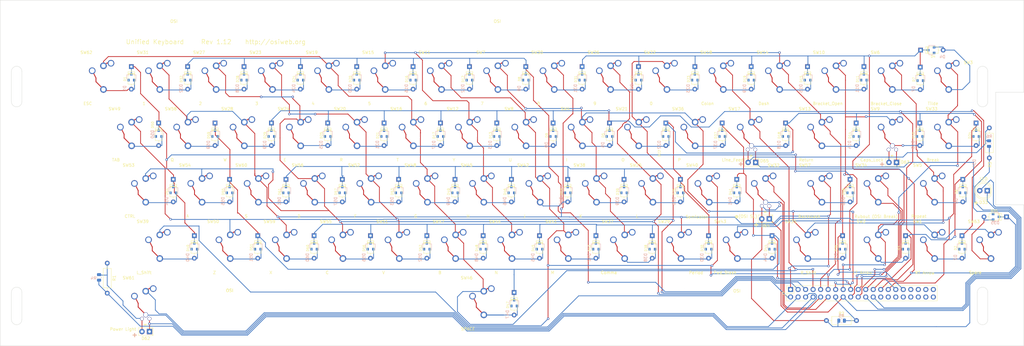
<source format=kicad_pcb>
(kicad_pcb (version 20171130) (host pcbnew "(5.1.12-1-10_14)")
  (title_block (title "Classic Retro Keyboard") (date 2021-11-24) (rev 1.12) (company OSIWeb.org))
  (layers (0 F.Cu signal) (31 B.Cu signal) (34 B.Paste user hide) (35 F.Paste user hide) (36 B.SilkS user) (37 F.SilkS user) (38 B.Mask user) (39 F.Mask user) (44 Edge.Cuts user))
  (net 0 "")
  (net 1 /Row3)
  (net 2 /Row0)
  (net 3 /Row1)
  (net 4 "Net-(D5-Pad2)")
  (net 5 "Net-(D7-Pad2)")
  (net 6 "Net-(D8-Pad2)")
  (net 7 "Net-(D9-Pad2)")
  (net 8 "Net-(D10-Pad2)")
  (net 9 "Net-(D11-Pad2)")
  (net 10 "Net-(D12-Pad2)")
  (net 11 "Net-(D13-Pad2)")
  (net 12 "Net-(D14-Pad2)")
  (net 13 "Net-(D15-Pad2)")
  (net 14 "Net-(D16-Pad2)")
  (net 15 "Net-(D18-Pad2)")
  (net 16 "Net-(D19-Pad2)")
  (net 17 "Net-(D20-Pad2)")
  (net 18 "Net-(D22-Pad2)")
  (net 19 "Net-(D23-Pad2)")
  (net 20 "Net-(D24-Pad2)")
  (net 21 "Net-(D25-Pad2)")
  (net 22 "Net-(D26-Pad2)")
  (net 23 "Net-(D27-Pad2)")
  (net 24 "Net-(D28-Pad2)")
  (net 25 "Net-(D29-Pad2)")
  (net 26 "Net-(D30-Pad2)")
  (net 27 "Net-(D31-Pad2)")
  (net 28 "Net-(D32-Pad2)")
  (net 29 "Net-(D34-Pad2)")
  (net 30 "Net-(D36-Pad2)")
  (net 31 /Row4)
  (net 32 /Row5)
  (net 33 /Row7)
  (net 34 "Net-(D41-Pad2)")
  (net 35 "Net-(D42-Pad2)")
  (net 36 "Net-(D43-Pad2)")
  (net 37 "Net-(D45-Pad2)")
  (net 38 "Net-(D46-Pad2)")
  (net 39 "Net-(D47-Pad2)")
  (net 40 "Net-(D48-Pad2)")
  (net 41 "Net-(D49-Pad2)")
  (net 42 "Net-(D50-Pad2)")
  (net 43 "Net-(D51-Pad2)")
  (net 44 "Net-(D52-Pad2)")
  (net 45 "Net-(D53-Pad2)")
  (net 46 "Net-(D54-Pad2)")
  (net 47 "Net-(D55-Pad2)")
  (net 48 "Net-(D56-Pad2)")
  (net 49 "Net-(D57-Pad2)")
  (net 50 "Net-(D58-Pad2)")
  (net 51 "Net-(D59-Pad2)")
  (net 52 "Net-(D60-Pad2)")
  (net 53 "Net-(D61-Pad2)")
  (net 54 /Col0)
  (net 55 /Col1)
  (net 56 /Col2)
  (net 57 /Col3)
  (net 58 /Col4)
  (net 59 /Col5)
  (net 60 /Col6)
  (net 61 /Col7)
  (net 62 /Row6)
  (net 63 /Row2)
  (net 64 "Net-(J1-Pad40)")
  (net 65 "Net-(J1-Pad39)")
  (net 66 "Net-(J1-Pad38)")
  (net 67 "Net-(J1-Pad37)")
  (net 68 "Net-(J1-Pad36)")
  (net 69 "Net-(J1-Pad35)")
  (net 70 "Net-(J1-Pad34)")
  (net 71 "Net-(J1-Pad33)")
  (net 72 "Net-(D2-Pad2)")
  (net 73 "Net-(D3-Pad2)")
  (net 74 "Net-(D4-Pad2)")
  (net 75 "Net-(D6-Pad2)")
  (net 76 "Net-(D17-Pad2)")
  (net 77 "Net-(D21-Pad2)")
  (net 78 "Net-(D37-Pad2)")
  (net 79 "Net-(D38-Pad2)")
  (net 80 "Net-(D39-Pad2)")
  (net 81 "Net-(D40-Pad2)")
  (net 82 "Net-(D44-Pad2)")
  (net 83 "Net-(J1-Pad6)")
  (net 84 "Net-(J1-Pad10)")
  (net 85 "Net-(J1-Pad12)")
  (net 86 "Net-(J1-Pad18)")
  (net 87 "Net-(J1-Pad20)")
  (net 88 "Net-(J1-Pad26)")
  (net 89 "Net-(J1-Pad28)")
  (net 90 "Net-(J1-Pad30)")
  (net 91 "Net-(J1-Pad32)")
  (net 92 "Net-(J1-Pad2)")
  (net 93 "Net-(J1-Pad4)")
  (net 94 "Net-(D1-Pad2)")
  (net 95 "Net-(D35-Pad2)")
  (net 96 "Net-(D33-Pad2)")
  (net 97 "Net-(D33-Pad1)")
  (net 98 "Net-(J1-Pad22)")
  (net 99 "Net-(J1-Pad14)")
  (net 100 "Net-(D62-Pad2)")
  (net 101 "Net-(D62-Pad1)")
  (net 102 "Net-(D63-Pad2)")
  (net 103 "Net-(D63-Pad1)")
  (module unikbd:diode-combined (layer B.Cu) (at 207.40878 165.88486 270)
    (fp_text reference D47 (at 3.81 2.247 270) (layer B.SilkS) (effects (justify mirror)))
    (fp_text value 1N4148)
    (fp_poly (pts (xy -1.2192 0.0762) (xy -3.048 0.0762) (xy -3.048 -0.0762) (xy -1.2192 -0.0762)) (layer B.Cu) (width 0.1))
    (fp_poly (pts (xy 4.1656 -0.5334) (xy 4.0132 -0.5334) (xy 4.0132 -0.9906) (xy 1.2192 -0.9906) (xy 1.2192 -1.143) (xy 4.1656 -1.143)) (layer B.Cu) (width 0.1))
    (fp_text user %R (at 0.635 2.159 270) (layer F.SilkS) (effects (font (size 0.8 0.8) (thickness 0.12))))
    (pad 2 thru_hole oval (at 4.064 0 270) (size 1.6 1.6) (drill 0.8) (layers *.Cu *.Mask) (net 39 "Net-(D47-Pad2)"))
    (pad 1 thru_hole rect (at -3.556 0 270) (size 1.6 1.6) (drill 0.8) (layers *.Cu *.Mask) (net 3 /Row1))
    (pad 4 smd rect (at -1 0 90) (size 0.9 0.8) (layers B.Cu B.Paste B.Mask))
    (pad "" smd rect (at 1 0.95 90) (size 0.9 0.8) (layers B.Cu B.Paste B.Mask))
    (pad 3 smd rect (at 1 -0.95 90) (size 0.9 0.8) (layers B.Cu B.Paste B.Mask))
  )
  (module unikbd:diode-combined (layer B.Cu) (at 87.24138 108.58246 270)
    (fp_text reference D50 (at 0.254 2.12 90) (layer B.SilkS) (effects (justify mirror)))
    (fp_text value 1N4148)
    (fp_poly (pts (xy -1.2192 0.0762) (xy -3.048 0.0762) (xy -3.048 -0.0762) (xy -1.2192 -0.0762)) (layer B.Cu) (width 0.1))
    (fp_poly (pts (xy 4.1656 -0.5334) (xy 4.0132 -0.5334) (xy 4.0132 -0.9906) (xy 1.2192 -0.9906) (xy 1.2192 -1.143) (xy 4.1656 -1.143)) (layer B.Cu) (width 0.1))
    (fp_text user %R (at -2.921 2.032 90) (layer F.SilkS) (effects (font (size 0.8 0.8) (thickness 0.12))))
    (pad 2 thru_hole oval (at 4.064 0 270) (size 1.6 1.6) (drill 0.8) (layers *.Cu *.Mask) (net 42 "Net-(D50-Pad2)"))
    (pad 1 thru_hole rect (at -3.556 0 270) (size 1.6 1.6) (drill 0.8) (layers *.Cu *.Mask) (net 2 /Row0))
    (pad 4 smd rect (at -1 0 90) (size 0.9 0.8) (layers B.Cu B.Paste B.Mask))
    (pad "" smd rect (at 1 0.95 90) (size 0.9 0.8) (layers B.Cu B.Paste B.Mask))
    (pad 3 smd rect (at 1 -0.95 90) (size 0.9 0.8) (layers B.Cu B.Paste B.Mask))
  )
  (module unikbd:diode-combined (layer B.Cu) (at 318.44488 146.68246 270)
    (fp_text reference D36 (at 3.81 2.247 270) (layer B.SilkS) (effects (justify mirror)))
    (fp_text value 1N4148)
    (fp_poly (pts (xy -1.2192 0.0762) (xy -3.048 0.0762) (xy -3.048 -0.0762) (xy -1.2192 -0.0762)) (layer B.Cu) (width 0.1))
    (fp_poly (pts (xy 4.1656 -0.5334) (xy 4.0132 -0.5334) (xy 4.0132 -0.9906) (xy 1.2192 -0.9906) (xy 1.2192 -1.143) (xy 4.1656 -1.143)) (layer B.Cu) (width 0.1))
    (fp_text user %R (at 0.635 2.159 270) (layer F.SilkS) (effects (font (size 0.8 0.8) (thickness 0.12))))
    (pad 2 thru_hole oval (at 4.064 0 270) (size 1.6 1.6) (drill 0.8) (layers *.Cu *.Mask) (net 30 "Net-(D36-Pad2)"))
    (pad 1 thru_hole rect (at -3.556 0 270) (size 1.6 1.6) (drill 0.8) (layers *.Cu *.Mask) (net 2 /Row0))
    (pad 4 smd rect (at -1 0 90) (size 0.9 0.8) (layers B.Cu B.Paste B.Mask))
    (pad "" smd rect (at 1 0.95 90) (size 0.9 0.8) (layers B.Cu B.Paste B.Mask))
    (pad 3 smd rect (at 1 -0.95 90) (size 0.9 0.8) (layers B.Cu B.Paste B.Mask))
  )
  (module unikbd:diode-combined (layer B.Cu) (at 273.14398 146.68246 270)
    (fp_text reference D30 (at 3.81 2.247 270) (layer B.SilkS) (effects (justify mirror)))
    (fp_text value 1N4148)
    (fp_poly (pts (xy -1.2192 0.0762) (xy -3.048 0.0762) (xy -3.048 -0.0762) (xy -1.2192 -0.0762)) (layer B.Cu) (width 0.1))
    (fp_poly (pts (xy 4.1656 -0.5334) (xy 4.0132 -0.5334) (xy 4.0132 -0.9906) (xy 1.2192 -0.9906) (xy 1.2192 -1.143) (xy 4.1656 -1.143)) (layer B.Cu) (width 0.1))
    (fp_text user %R (at 0.635 2.159 270) (layer F.SilkS) (effects (font (size 0.8 0.8) (thickness 0.12))))
    (pad 2 thru_hole oval (at 4.064 0 270) (size 1.6 1.6) (drill 0.8) (layers *.Cu *.Mask) (net 26 "Net-(D30-Pad2)"))
    (pad 1 thru_hole rect (at -3.556 0 270) (size 1.6 1.6) (drill 0.8) (layers *.Cu *.Mask) (net 32 /Row5))
    (pad 4 smd rect (at -1 0 90) (size 0.9 0.8) (layers B.Cu B.Paste B.Mask))
    (pad "" smd rect (at 1 0.95 90) (size 0.9 0.8) (layers B.Cu B.Paste B.Mask))
    (pad 3 smd rect (at 1 -0.95 90) (size 0.9 0.8) (layers B.Cu B.Paste B.Mask))
  )
  (module unikbd:diode-combined (layer B.Cu) (at 299.19168 108.58246 270)
    (fp_text reference D18 (at 3.81 2.247 270) (layer B.SilkS) (effects (justify mirror)))
    (fp_text value 1N4148)
    (fp_poly (pts (xy -1.2192 0.0762) (xy -3.048 0.0762) (xy -3.048 -0.0762) (xy -1.2192 -0.0762)) (layer B.Cu) (width 0.1))
    (fp_poly (pts (xy 4.1656 -0.5334) (xy 4.0132 -0.5334) (xy 4.0132 -0.9906) (xy 1.2192 -0.9906) (xy 1.2192 -1.143) (xy 4.1656 -1.143)) (layer B.Cu) (width 0.1))
    (fp_text user %R (at 0.635 2.159 270) (layer F.SilkS) (effects (font (size 0.8 0.8) (thickness 0.12))))
    (pad 2 thru_hole oval (at 4.064 0 270) (size 1.6 1.6) (drill 0.8) (layers *.Cu *.Mask) (net 15 "Net-(D18-Pad2)"))
    (pad 1 thru_hole rect (at -3.556 0 270) (size 1.6 1.6) (drill 0.8) (layers *.Cu *.Mask) (net 32 /Row5))
    (pad 4 smd rect (at -1 0 90) (size 0.9 0.8) (layers B.Cu B.Paste B.Mask))
    (pad "" smd rect (at 1 0.95 90) (size 0.9 0.8) (layers B.Cu B.Paste B.Mask))
    (pad 3 smd rect (at 1 -0.95 90) (size 0.9 0.8) (layers B.Cu B.Paste B.Mask))
  )
  (module unikbd:diode-combined (layer B.Cu) (at 370.3193 136.7536 180)
    (fp_text reference D35 (at 0.2794 -1.9812) (layer B.SilkS) (effects (justify mirror)))
    (fp_text value 1N4148 hide)
    (fp_poly (pts (xy -1.2192 0.0762) (xy -3.048 0.0762) (xy -3.048 -0.0762) (xy -1.2192 -0.0762)) (layer B.Cu) (width 0.1))
    (fp_poly (pts (xy 4.1656 -0.5334) (xy 4.0132 -0.5334) (xy 4.0132 -0.9906) (xy 1.2192 -0.9906) (xy 1.2192 -1.143) (xy 4.1656 -1.143)) (layer B.Cu) (width 0.1))
    (fp_text user %R (at 0.635 1.9812) (layer F.SilkS) (effects (font (size 0.8 0.8) (thickness 0.12))))
    (pad 2 thru_hole oval (at 4.064 0 180) (size 1.6 1.6) (drill 0.8) (layers *.Cu *.Mask) (net 95 "Net-(D35-Pad2)"))
    (pad 1 thru_hole rect (at -3.556 0 180) (size 1.6 1.6) (drill 0.8) (layers *.Cu *.Mask) (net 1 /Row3))
    (pad 4 smd rect (at -1 0) (size 0.9 0.8) (layers B.Cu B.Paste B.Mask))
    (pad "" smd rect (at 1 0.95) (size 0.9 0.8) (layers B.Cu B.Paste B.Mask))
    (pad 3 smd rect (at 1 -0.95) (size 0.9 0.8) (layers B.Cu B.Paste B.Mask))
  )
  (module unikbd:diode-combined (layer B.Cu) (at 77.99578 89.53246 270)
    (fp_text reference D1 (at 3.81 2.247 270) (layer B.SilkS) (effects (justify mirror)))
    (fp_text value 1N4148)
    (fp_poly (pts (xy -1.2192 0.0762) (xy -3.048 0.0762) (xy -3.048 -0.0762) (xy -1.2192 -0.0762)) (layer B.Cu) (width 0.1))
    (fp_poly (pts (xy 4.1656 -0.5334) (xy 4.0132 -0.5334) (xy 4.0132 -0.9906) (xy 1.2192 -0.9906) (xy 1.2192 -1.143) (xy 4.1656 -1.143)) (layer B.Cu) (width 0.1))
    (fp_text user %R (at 0.635 2.159 270) (layer F.SilkS) (effects (font (size 0.8 0.8) (thickness 0.12))))
    (pad 2 thru_hole oval (at 4.064 0 270) (size 1.6 1.6) (drill 0.8) (layers *.Cu *.Mask) (net 94 "Net-(D1-Pad2)"))
    (pad 1 thru_hole rect (at -3.556 0 270) (size 1.6 1.6) (drill 0.8) (layers *.Cu *.Mask) (net 2 /Row0))
    (pad 4 smd rect (at -1 0 90) (size 0.9 0.8) (layers B.Cu B.Paste B.Mask))
    (pad "" smd rect (at 1 0.95 90) (size 0.9 0.8) (layers B.Cu B.Paste B.Mask))
    (pad 3 smd rect (at 1 -0.95 90) (size 0.9 0.8) (layers B.Cu B.Paste B.Mask))
  )
  (module unikbd:diode-combined (layer B.Cu) (at 344.53322 108.58246 270)
    (fp_text reference D10 (at 3.81 2.247 270) (layer B.SilkS) (effects (justify mirror)))
    (fp_text value 1N4148)
    (fp_poly (pts (xy -1.2192 0.0762) (xy -3.048 0.0762) (xy -3.048 -0.0762) (xy -1.2192 -0.0762)) (layer B.Cu) (width 0.1))
    (fp_poly (pts (xy 4.1656 -0.5334) (xy 4.0132 -0.5334) (xy 4.0132 -0.9906) (xy 1.2192 -0.9906) (xy 1.2192 -1.143) (xy 4.1656 -1.143)) (layer B.Cu) (width 0.1))
    (fp_text user %R (at 0.635 2.159 270) (layer F.SilkS) (effects (font (size 0.8 0.8) (thickness 0.12))))
    (pad 2 thru_hole oval (at 4.064 0 270) (size 1.6 1.6) (drill 0.8) (layers *.Cu *.Mask) (net 8 "Net-(D10-Pad2)"))
    (pad 1 thru_hole rect (at -3.556 0 270) (size 1.6 1.6) (drill 0.8) (layers *.Cu *.Mask) (net 32 /Row5))
    (pad 4 smd rect (at -1 0 90) (size 0.9 0.8) (layers B.Cu B.Paste B.Mask))
    (pad "" smd rect (at 1 0.95 90) (size 0.9 0.8) (layers B.Cu B.Paste B.Mask))
    (pad 3 smd rect (at 1 -0.95 90) (size 0.9 0.8) (layers B.Cu B.Paste B.Mask))
  )
  (module unikbd:diode-combined (layer B.Cu) (at 325.64578 89.53246 270)
    (fp_text reference D11 (at 3.81 2.247 270) (layer B.SilkS) (effects (justify mirror)))
    (fp_text value 1N4148)
    (fp_poly (pts (xy -1.2192 0.0762) (xy -3.048 0.0762) (xy -3.048 -0.0762) (xy -1.2192 -0.0762)) (layer B.Cu) (width 0.1))
    (fp_poly (pts (xy 4.1656 -0.5334) (xy 4.0132 -0.5334) (xy 4.0132 -0.9906) (xy 1.2192 -0.9906) (xy 1.2192 -1.143) (xy 4.1656 -1.143)) (layer B.Cu) (width 0.1))
    (fp_text user %R (at 0.635 2.159 270) (layer F.SilkS) (effects (font (size 0.8 0.8) (thickness 0.12))))
    (pad 2 thru_hole oval (at 4.064 0 270) (size 1.6 1.6) (drill 0.8) (layers *.Cu *.Mask) (net 9 "Net-(D11-Pad2)"))
    (pad 1 thru_hole rect (at -3.556 0 270) (size 1.6 1.6) (drill 0.8) (layers *.Cu *.Mask) (net 62 /Row6))
    (pad 4 smd rect (at -1 0 90) (size 0.9 0.8) (layers B.Cu B.Paste B.Mask))
    (pad "" smd rect (at 1 0.95 90) (size 0.9 0.8) (layers B.Cu B.Paste B.Mask))
    (pad 3 smd rect (at 1 -0.95 90) (size 0.9 0.8) (layers B.Cu B.Paste B.Mask))
  )
  (module unikbd:diode-combined (layer B.Cu) (at 239.64138 108.58246 270)
    (fp_text reference D5 (at 3.81 2.247 270) (layer B.SilkS) (effects (justify mirror)))
    (fp_text value 1N4148)
    (fp_poly (pts (xy -1.2192 0.0762) (xy -3.048 0.0762) (xy -3.048 -0.0762) (xy -1.2192 -0.0762)) (layer B.Cu) (width 0.1))
    (fp_poly (pts (xy 4.1656 -0.5334) (xy 4.0132 -0.5334) (xy 4.0132 -0.9906) (xy 1.2192 -0.9906) (xy 1.2192 -1.143) (xy 4.1656 -1.143)) (layer B.Cu) (width 0.1))
    (fp_text user %R (at 0.635 2.159 270) (layer F.SilkS) (effects (font (size 0.8 0.8) (thickness 0.12))))
    (pad 2 thru_hole oval (at 4.064 0 270) (size 1.6 1.6) (drill 0.8) (layers *.Cu *.Mask) (net 4 "Net-(D5-Pad2)"))
    (pad 1 thru_hole rect (at -3.556 0 270) (size 1.6 1.6) (drill 0.8) (layers *.Cu *.Mask) (net 31 /Row4))
    (pad 4 smd rect (at -1 0 90) (size 0.9 0.8) (layers B.Cu B.Paste B.Mask))
    (pad "" smd rect (at 1 0.95 90) (size 0.9 0.8) (layers B.Cu B.Paste B.Mask))
    (pad 3 smd rect (at 1 -0.95 90) (size 0.9 0.8) (layers B.Cu B.Paste B.Mask))
  )
  (module unikbd:diode-combined (layer B.Cu) (at 363.58322 108.58246 270)
    (fp_text reference D34 (at 10.12444 0.60198 270) (layer B.SilkS) (effects (justify mirror)))
    (fp_text value 1N4148 hide)
    (fp_poly (pts (xy -1.2192 0.0762) (xy -3.048 0.0762) (xy -3.048 -0.0762) (xy -1.2192 -0.0762)) (layer B.Cu) (width 0.1))
    (fp_poly (pts (xy 4.1656 -0.5334) (xy 4.0132 -0.5334) (xy 4.0132 -0.9906) (xy 1.2192 -0.9906) (xy 1.2192 -1.143) (xy 4.1656 -1.143)) (layer B.Cu) (width 0.1))
    (fp_text user %R (at 0.635 2.159 270) (layer F.SilkS) (effects (font (size 0.8 0.8) (thickness 0.12))))
    (pad 2 thru_hole oval (at 4.064 0 270) (size 1.6 1.6) (drill 0.8) (layers *.Cu *.Mask) (net 29 "Net-(D34-Pad2)"))
    (pad 1 thru_hole rect (at -3.556 0 270) (size 1.6 1.6) (drill 0.8) (layers *.Cu *.Mask) (net 63 /Row2))
    (pad 4 smd rect (at -1 0 90) (size 0.9 0.8) (layers B.Cu B.Paste B.Mask))
    (pad "" smd rect (at 1 0.95 90) (size 0.9 0.8) (layers B.Cu B.Paste B.Mask))
    (pad 3 smd rect (at 1 -0.95 90) (size 0.9 0.8) (layers B.Cu B.Paste B.Mask))
  )
  (module unikbd:diode-combined (layer B.Cu) (at 277.74138 108.58246 270)
    (fp_text reference D37 (at 3.81 2.247 270) (layer B.SilkS) (effects (justify mirror)))
    (fp_text value 1N4148)
    (fp_poly (pts (xy -1.2192 0.0762) (xy -3.048 0.0762) (xy -3.048 -0.0762) (xy -1.2192 -0.0762)) (layer B.Cu) (width 0.1))
    (fp_poly (pts (xy 4.1656 -0.5334) (xy 4.0132 -0.5334) (xy 4.0132 -0.9906) (xy 1.2192 -0.9906) (xy 1.2192 -1.143) (xy 4.1656 -1.143)) (layer B.Cu) (width 0.1))
    (fp_text user %R (at 0.635 2.159 270) (layer F.SilkS) (effects (font (size 0.8 0.8) (thickness 0.12))))
    (pad 2 thru_hole oval (at 4.064 0 270) (size 1.6 1.6) (drill 0.8) (layers *.Cu *.Mask) (net 78 "Net-(D37-Pad2)"))
    (pad 1 thru_hole rect (at -3.556 0 270) (size 1.6 1.6) (drill 0.8) (layers *.Cu *.Mask) (net 3 /Row1))
    (pad 4 smd rect (at -1 0 90) (size 0.9 0.8) (layers B.Cu B.Paste B.Mask))
    (pad "" smd rect (at 1 0.95 90) (size 0.9 0.8) (layers B.Cu B.Paste B.Mask))
    (pad 3 smd rect (at 1 -0.95 90) (size 0.9 0.8) (layers B.Cu B.Paste B.Mask))
  )
  (module unikbd:diode-combined (layer B.Cu) (at 254.09398 146.68246 270)
    (fp_text reference D38 (at 3.81 2.247 270) (layer B.SilkS) (effects (justify mirror)))
    (fp_text value 1N4148)
    (fp_poly (pts (xy -1.2192 0.0762) (xy -3.048 0.0762) (xy -3.048 -0.0762) (xy -1.2192 -0.0762)) (layer B.Cu) (width 0.1))
    (fp_poly (pts (xy 4.1656 -0.5334) (xy 4.0132 -0.5334) (xy 4.0132 -0.9906) (xy 1.2192 -0.9906) (xy 1.2192 -1.143) (xy 4.1656 -1.143)) (layer B.Cu) (width 0.1))
    (fp_text user %R (at 0.635 2.159 270) (layer F.SilkS) (effects (font (size 0.8 0.8) (thickness 0.12))))
    (pad 2 thru_hole oval (at 4.064 0 270) (size 1.6 1.6) (drill 0.8) (layers *.Cu *.Mask) (net 79 "Net-(D38-Pad2)"))
    (pad 1 thru_hole rect (at -3.556 0 270) (size 1.6 1.6) (drill 0.8) (layers *.Cu *.Mask) (net 63 /Row2))
    (pad 4 smd rect (at -1 0 90) (size 0.9 0.8) (layers B.Cu B.Paste B.Mask))
    (pad "" smd rect (at 1 0.95 90) (size 0.9 0.8) (layers B.Cu B.Paste B.Mask))
    (pad 3 smd rect (at 1 -0.95 90) (size 0.9 0.8) (layers B.Cu B.Paste B.Mask))
  )
  (module unikbd:diode-combined (layer B.Cu) (at 244.56898 127.63246 270)
    (fp_text reference D39 (at 3.81 2.247 270) (layer B.SilkS) (effects (justify mirror)))
    (fp_text value 1N4148)
    (fp_poly (pts (xy -1.2192 0.0762) (xy -3.048 0.0762) (xy -3.048 -0.0762) (xy -1.2192 -0.0762)) (layer B.Cu) (width 0.1))
    (fp_poly (pts (xy 4.1656 -0.5334) (xy 4.0132 -0.5334) (xy 4.0132 -0.9906) (xy 1.2192 -0.9906) (xy 1.2192 -1.143) (xy 4.1656 -1.143)) (layer B.Cu) (width 0.1))
    (fp_text user %R (at 0.635 2.159 270) (layer F.SilkS) (effects (font (size 0.8 0.8) (thickness 0.12))))
    (pad 2 thru_hole oval (at 4.064 0 270) (size 1.6 1.6) (drill 0.8) (layers *.Cu *.Mask) (net 80 "Net-(D39-Pad2)"))
    (pad 1 thru_hole rect (at -3.556 0 270) (size 1.6 1.6) (drill 0.8) (layers *.Cu *.Mask) (net 1 /Row3))
    (pad 4 smd rect (at -1 0 90) (size 0.9 0.8) (layers B.Cu B.Paste B.Mask))
    (pad "" smd rect (at 1 0.95 90) (size 0.9 0.8) (layers B.Cu B.Paste B.Mask))
    (pad 3 smd rect (at 1 -0.95 90) (size 0.9 0.8) (layers B.Cu B.Paste B.Mask))
  )
  (module unikbd:diode-combined (layer B.Cu) (at 99.29368 146.68246 270)
    (fp_text reference D40 (at 3.81 2.247 270) (layer B.SilkS) (effects (justify mirror)))
    (fp_text value 1N4148)
    (fp_poly (pts (xy -1.2192 0.0762) (xy -3.048 0.0762) (xy -3.048 -0.0762) (xy -1.2192 -0.0762)) (layer B.Cu) (width 0.1))
    (fp_poly (pts (xy 4.1656 -0.5334) (xy 4.0132 -0.5334) (xy 4.0132 -0.9906) (xy 1.2192 -0.9906) (xy 1.2192 -1.143) (xy 4.1656 -1.143)) (layer B.Cu) (width 0.1))
    (fp_text user %R (at 0.635 2.159 270) (layer F.SilkS) (effects (font (size 0.8 0.8) (thickness 0.12))))
    (pad 2 thru_hole oval (at 4.064 0 270) (size 1.6 1.6) (drill 0.8) (layers *.Cu *.Mask) (net 81 "Net-(D40-Pad2)"))
    (pad 1 thru_hole rect (at -3.556 0 270) (size 1.6 1.6) (drill 0.8) (layers *.Cu *.Mask) (net 2 /Row0))
    (pad 4 smd rect (at -1 0 90) (size 0.9 0.8) (layers B.Cu B.Paste B.Mask))
    (pad "" smd rect (at 1 0.95 90) (size 0.9 0.8) (layers B.Cu B.Paste B.Mask))
    (pad 3 smd rect (at 1 -0.95 90) (size 0.9 0.8) (layers B.Cu B.Paste B.Mask))
  )
  (module unikbd:diode-combined (layer B.Cu) (at 282.66898 127.63246 270)
    (fp_text reference D41 (at 3.81 2.247 270) (layer B.SilkS) (effects (justify mirror)))
    (fp_text value 1N4148)
    (fp_poly (pts (xy -1.2192 0.0762) (xy -3.048 0.0762) (xy -3.048 -0.0762) (xy -1.2192 -0.0762)) (layer B.Cu) (width 0.1))
    (fp_poly (pts (xy 4.1656 -0.5334) (xy 4.0132 -0.5334) (xy 4.0132 -0.9906) (xy 1.2192 -0.9906) (xy 1.2192 -1.143) (xy 4.1656 -1.143)) (layer B.Cu) (width 0.1))
    (fp_text user %R (at 0.635 2.159 270) (layer F.SilkS) (effects (font (size 0.8 0.8) (thickness 0.12))))
    (pad 2 thru_hole oval (at 4.064 0 270) (size 1.6 1.6) (drill 0.8) (layers *.Cu *.Mask) (net 34 "Net-(D41-Pad2)"))
    (pad 1 thru_hole rect (at -3.556 0 270) (size 1.6 1.6) (drill 0.8) (layers *.Cu *.Mask) (net 3 /Row1))
    (pad 4 smd rect (at -1 0 90) (size 0.9 0.8) (layers B.Cu B.Paste B.Mask))
    (pad "" smd rect (at 1 0.95 90) (size 0.9 0.8) (layers B.Cu B.Paste B.Mask))
    (pad 3 smd rect (at 1 -0.95 90) (size 0.9 0.8) (layers B.Cu B.Paste B.Mask))
  )
  (module unikbd:diode-combined (layer B.Cu) (at 235.04398 146.68246 270)
    (fp_text reference D42 (at 3.81 2.247 270) (layer B.SilkS) (effects (justify mirror)))
    (fp_text value 1N4148)
    (fp_poly (pts (xy -1.2192 0.0762) (xy -3.048 0.0762) (xy -3.048 -0.0762) (xy -1.2192 -0.0762)) (layer B.Cu) (width 0.1))
    (fp_poly (pts (xy 4.1656 -0.5334) (xy 4.0132 -0.5334) (xy 4.0132 -0.9906) (xy 1.2192 -0.9906) (xy 1.2192 -1.143) (xy 4.1656 -1.143)) (layer B.Cu) (width 0.1))
    (fp_text user %R (at 0.635 2.159 270) (layer F.SilkS) (effects (font (size 0.8 0.8) (thickness 0.12))))
    (pad 2 thru_hole oval (at 4.064 0 270) (size 1.6 1.6) (drill 0.8) (layers *.Cu *.Mask) (net 35 "Net-(D42-Pad2)"))
    (pad 1 thru_hole rect (at -3.556 0 270) (size 1.6 1.6) (drill 0.8) (layers *.Cu *.Mask) (net 63 /Row2))
    (pad 4 smd rect (at -1 0 90) (size 0.9 0.8) (layers B.Cu B.Paste B.Mask))
    (pad "" smd rect (at 1 0.95 90) (size 0.9 0.8) (layers B.Cu B.Paste B.Mask))
    (pad 3 smd rect (at 1 -0.95 90) (size 0.9 0.8) (layers B.Cu B.Paste B.Mask))
  )
  (module unikbd:diode-combined (layer B.Cu) (at 225.51898 127.63246 270)
    (fp_text reference D43 (at 3.81 2.247 270) (layer B.SilkS) (effects (justify mirror)))
    (fp_text value 1N4148)
    (fp_poly (pts (xy -1.2192 0.0762) (xy -3.048 0.0762) (xy -3.048 -0.0762) (xy -1.2192 -0.0762)) (layer B.Cu) (width 0.1))
    (fp_poly (pts (xy 4.1656 -0.5334) (xy 4.0132 -0.5334) (xy 4.0132 -0.9906) (xy 1.2192 -0.9906) (xy 1.2192 -1.143) (xy 4.1656 -1.143)) (layer B.Cu) (width 0.1))
    (fp_text user %R (at 0.635 2.159 270) (layer F.SilkS) (effects (font (size 0.8 0.8) (thickness 0.12))))
    (pad 2 thru_hole oval (at 4.064 0 270) (size 1.6 1.6) (drill 0.8) (layers *.Cu *.Mask) (net 36 "Net-(D43-Pad2)"))
    (pad 1 thru_hole rect (at -3.556 0 270) (size 1.6 1.6) (drill 0.8) (layers *.Cu *.Mask) (net 1 /Row3))
    (pad 4 smd rect (at -1 0 90) (size 0.9 0.8) (layers B.Cu B.Paste B.Mask))
    (pad "" smd rect (at 1 0.95 90) (size 0.9 0.8) (layers B.Cu B.Paste B.Mask))
    (pad 3 smd rect (at 1 -0.95 90) (size 0.9 0.8) (layers B.Cu B.Paste B.Mask))
  )
  (module unikbd:diode-combined (layer B.Cu) (at 294.59428 146.68246 270)
    (fp_text reference D44 (at 3.81 2.247 270) (layer B.SilkS) (effects (justify mirror)))
    (fp_text value 1N4148)
    (fp_poly (pts (xy -1.2192 0.0762) (xy -3.048 0.0762) (xy -3.048 -0.0762) (xy -1.2192 -0.0762)) (layer B.Cu) (width 0.1))
    (fp_poly (pts (xy 4.1656 -0.5334) (xy 4.0132 -0.5334) (xy 4.0132 -0.9906) (xy 1.2192 -0.9906) (xy 1.2192 -1.143) (xy 4.1656 -1.143)) (layer B.Cu) (width 0.1))
    (fp_text user %R (at 0.635 2.159 270) (layer F.SilkS) (effects (font (size 0.8 0.8) (thickness 0.12))))
    (pad 2 thru_hole oval (at 4.064 0 270) (size 1.6 1.6) (drill 0.8) (layers *.Cu *.Mask) (net 82 "Net-(D44-Pad2)"))
    (pad 1 thru_hole rect (at -3.556 0 270) (size 1.6 1.6) (drill 0.8) (layers *.Cu *.Mask) (net 3 /Row1))
    (pad 4 smd rect (at -1 0 90) (size 0.9 0.8) (layers B.Cu B.Paste B.Mask))
    (pad "" smd rect (at 1 0.95 90) (size 0.9 0.8) (layers B.Cu B.Paste B.Mask))
    (pad 3 smd rect (at 1 -0.95 90) (size 0.9 0.8) (layers B.Cu B.Paste B.Mask))
  )
  (module unikbd:diode-combined (layer B.Cu) (at 215.99398 146.68246 270)
    (fp_text reference D45 (at 3.81 2.247 270) (layer B.SilkS) (effects (justify mirror)))
    (fp_text value 1N4148)
    (fp_poly (pts (xy -1.2192 0.0762) (xy -3.048 0.0762) (xy -3.048 -0.0762) (xy -1.2192 -0.0762)) (layer B.Cu) (width 0.1))
    (fp_poly (pts (xy 4.1656 -0.5334) (xy 4.0132 -0.5334) (xy 4.0132 -0.9906) (xy 1.2192 -0.9906) (xy 1.2192 -1.143) (xy 4.1656 -1.143)) (layer B.Cu) (width 0.1))
    (fp_text user %R (at 0.635 2.159 270) (layer F.SilkS) (effects (font (size 0.8 0.8) (thickness 0.12))))
    (pad 2 thru_hole oval (at 4.064 0 270) (size 1.6 1.6) (drill 0.8) (layers *.Cu *.Mask) (net 37 "Net-(D45-Pad2)"))
    (pad 1 thru_hole rect (at -3.556 0 270) (size 1.6 1.6) (drill 0.8) (layers *.Cu *.Mask) (net 63 /Row2))
    (pad 4 smd rect (at -1 0 90) (size 0.9 0.8) (layers B.Cu B.Paste B.Mask))
    (pad "" smd rect (at 1 0.95 90) (size 0.9 0.8) (layers B.Cu B.Paste B.Mask))
    (pad 3 smd rect (at 1 -0.95 90) (size 0.9 0.8) (layers B.Cu B.Paste B.Mask))
  )
  (module unikbd:diode-combined (layer B.Cu) (at 206.46898 127.63246 270)
    (fp_text reference D46 (at 3.81 2.247 270) (layer B.SilkS) (effects (justify mirror)))
    (fp_text value 1N4148)
    (fp_poly (pts (xy -1.2192 0.0762) (xy -3.048 0.0762) (xy -3.048 -0.0762) (xy -1.2192 -0.0762)) (layer B.Cu) (width 0.1))
    (fp_poly (pts (xy 4.1656 -0.5334) (xy 4.0132 -0.5334) (xy 4.0132 -0.9906) (xy 1.2192 -0.9906) (xy 1.2192 -1.143) (xy 4.1656 -1.143)) (layer B.Cu) (width 0.1))
    (fp_text user %R (at 0.635 2.159 270) (layer F.SilkS) (effects (font (size 0.8 0.8) (thickness 0.12))))
    (pad 2 thru_hole oval (at 4.064 0 270) (size 1.6 1.6) (drill 0.8) (layers *.Cu *.Mask) (net 38 "Net-(D46-Pad2)"))
    (pad 1 thru_hole rect (at -3.556 0 270) (size 1.6 1.6) (drill 0.8) (layers *.Cu *.Mask) (net 1 /Row3))
    (pad 4 smd rect (at -1 0 90) (size 0.9 0.8) (layers B.Cu B.Paste B.Mask))
    (pad "" smd rect (at 1 0.95 90) (size 0.9 0.8) (layers B.Cu B.Paste B.Mask))
    (pad 3 smd rect (at 1 -0.95 90) (size 0.9 0.8) (layers B.Cu B.Paste B.Mask))
  )
  (module unikbd:diode-combined (layer B.Cu) (at 196.94398 146.68246 270)
    (fp_text reference D48 (at 3.81 2.247 270) (layer B.SilkS) (effects (justify mirror)))
    (fp_text value 1N4148)
    (fp_poly (pts (xy -1.2192 0.0762) (xy -3.048 0.0762) (xy -3.048 -0.0762) (xy -1.2192 -0.0762)) (layer B.Cu) (width 0.1))
    (fp_poly (pts (xy 4.1656 -0.5334) (xy 4.0132 -0.5334) (xy 4.0132 -0.9906) (xy 1.2192 -0.9906) (xy 1.2192 -1.143) (xy 4.1656 -1.143)) (layer B.Cu) (width 0.1))
    (fp_text user %R (at 0.635 2.159 270) (layer F.SilkS) (effects (font (size 0.8 0.8) (thickness 0.12))))
    (pad 2 thru_hole oval (at 4.064 0 270) (size 1.6 1.6) (drill 0.8) (layers *.Cu *.Mask) (net 40 "Net-(D48-Pad2)"))
    (pad 1 thru_hole rect (at -3.556 0 270) (size 1.6 1.6) (drill 0.8) (layers *.Cu *.Mask) (net 63 /Row2))
    (pad 4 smd rect (at -1 0 90) (size 0.9 0.8) (layers B.Cu B.Paste B.Mask))
    (pad "" smd rect (at 1 0.95 90) (size 0.9 0.8) (layers B.Cu B.Paste B.Mask))
    (pad 3 smd rect (at 1 -0.95 90) (size 0.9 0.8) (layers B.Cu B.Paste B.Mask))
  )
  (module unikbd:diode-combined (layer B.Cu) (at 187.41898 127.63246 270)
    (fp_text reference D49 (at 3.81 2.247 270) (layer B.SilkS) (effects (justify mirror)))
    (fp_text value 1N4148)
    (fp_poly (pts (xy -1.2192 0.0762) (xy -3.048 0.0762) (xy -3.048 -0.0762) (xy -1.2192 -0.0762)) (layer B.Cu) (width 0.1))
    (fp_poly (pts (xy 4.1656 -0.5334) (xy 4.0132 -0.5334) (xy 4.0132 -0.9906) (xy 1.2192 -0.9906) (xy 1.2192 -1.143) (xy 4.1656 -1.143)) (layer B.Cu) (width 0.1))
    (fp_text user %R (at 0.635 2.159 270) (layer F.SilkS) (effects (font (size 0.8 0.8) (thickness 0.12))))
    (pad 2 thru_hole oval (at 4.064 0 270) (size 1.6 1.6) (drill 0.8) (layers *.Cu *.Mask) (net 41 "Net-(D49-Pad2)"))
    (pad 1 thru_hole rect (at -3.556 0 270) (size 1.6 1.6) (drill 0.8) (layers *.Cu *.Mask) (net 1 /Row3))
    (pad 4 smd rect (at -1 0 90) (size 0.9 0.8) (layers B.Cu B.Paste B.Mask))
    (pad "" smd rect (at 1 0.95 90) (size 0.9 0.8) (layers B.Cu B.Paste B.Mask))
    (pad 3 smd rect (at 1 -0.95 90) (size 0.9 0.8) (layers B.Cu B.Paste B.Mask))
  )
  (module unikbd:diode-combined (layer B.Cu) (at 120.74398 146.68246 270)
    (fp_text reference D51 (at 3.81 2.247 270) (layer B.SilkS) (effects (justify mirror)))
    (fp_text value 1N4148)
    (fp_poly (pts (xy -1.2192 0.0762) (xy -3.048 0.0762) (xy -3.048 -0.0762) (xy -1.2192 -0.0762)) (layer B.Cu) (width 0.1))
    (fp_poly (pts (xy 4.1656 -0.5334) (xy 4.0132 -0.5334) (xy 4.0132 -0.9906) (xy 1.2192 -0.9906) (xy 1.2192 -1.143) (xy 4.1656 -1.143)) (layer B.Cu) (width 0.1))
    (fp_text user %R (at 0.34544 2.19202 270) (layer F.SilkS) (effects (font (size 0.8 0.8) (thickness 0.12))))
    (pad 2 thru_hole oval (at 4.064 0 270) (size 1.6 1.6) (drill 0.8) (layers *.Cu *.Mask) (net 43 "Net-(D51-Pad2)"))
    (pad 1 thru_hole rect (at -3.556 0 270) (size 1.6 1.6) (drill 0.8) (layers *.Cu *.Mask) (net 3 /Row1))
    (pad 4 smd rect (at -1 0 90) (size 0.9 0.8) (layers B.Cu B.Paste B.Mask))
    (pad "" smd rect (at 1 0.95 90) (size 0.9 0.8) (layers B.Cu B.Paste B.Mask))
    (pad 3 smd rect (at 1 -0.95 90) (size 0.9 0.8) (layers B.Cu B.Paste B.Mask))
  )
  (module unikbd:diode-combined (layer B.Cu) (at 177.89398 146.68246 270)
    (fp_text reference D52 (at 3.81 2.247 270) (layer B.SilkS) (effects (justify mirror)))
    (fp_text value 1N4148)
    (fp_poly (pts (xy -1.2192 0.0762) (xy -3.048 0.0762) (xy -3.048 -0.0762) (xy -1.2192 -0.0762)) (layer B.Cu) (width 0.1))
    (fp_poly (pts (xy 4.1656 -0.5334) (xy 4.0132 -0.5334) (xy 4.0132 -0.9906) (xy 1.2192 -0.9906) (xy 1.2192 -1.143) (xy 4.1656 -1.143)) (layer B.Cu) (width 0.1))
    (fp_text user %R (at 0.635 2.159 270) (layer F.SilkS) (effects (font (size 0.8 0.8) (thickness 0.12))))
    (pad 2 thru_hole oval (at 4.064 0 270) (size 1.6 1.6) (drill 0.8) (layers *.Cu *.Mask) (net 44 "Net-(D52-Pad2)"))
    (pad 1 thru_hole rect (at -3.556 0 270) (size 1.6 1.6) (drill 0.8) (layers *.Cu *.Mask) (net 63 /Row2))
    (pad 4 smd rect (at -1 0 90) (size 0.9 0.8) (layers B.Cu B.Paste B.Mask))
    (pad "" smd rect (at 1 0.95 90) (size 0.9 0.8) (layers B.Cu B.Paste B.Mask))
    (pad 3 smd rect (at 1 -0.95 90) (size 0.9 0.8) (layers B.Cu B.Paste B.Mask))
  )
  (module unikbd:diode-combined (layer B.Cu) (at 168.36898 127.63246 270)
    (fp_text reference D53 (at 3.81 2.247 270) (layer B.SilkS) (effects (justify mirror)))
    (fp_text value 1N4148)
    (fp_poly (pts (xy -1.2192 0.0762) (xy -3.048 0.0762) (xy -3.048 -0.0762) (xy -1.2192 -0.0762)) (layer B.Cu) (width 0.1))
    (fp_poly (pts (xy 4.1656 -0.5334) (xy 4.0132 -0.5334) (xy 4.0132 -0.9906) (xy 1.2192 -0.9906) (xy 1.2192 -1.143) (xy 4.1656 -1.143)) (layer B.Cu) (width 0.1))
    (fp_text user %R (at 0.635 2.159 270) (layer F.SilkS) (effects (font (size 0.8 0.8) (thickness 0.12))))
    (pad 2 thru_hole oval (at 4.064 0 270) (size 1.6 1.6) (drill 0.8) (layers *.Cu *.Mask) (net 45 "Net-(D53-Pad2)"))
    (pad 1 thru_hole rect (at -3.556 0 270) (size 1.6 1.6) (drill 0.8) (layers *.Cu *.Mask) (net 1 /Row3))
    (pad 4 smd rect (at -1 0 90) (size 0.9 0.8) (layers B.Cu B.Paste B.Mask))
    (pad "" smd rect (at 1 0.95 90) (size 0.9 0.8) (layers B.Cu B.Paste B.Mask))
    (pad 3 smd rect (at 1 -0.95 90) (size 0.9 0.8) (layers B.Cu B.Paste B.Mask))
  )
  (module unikbd:diode-combined (layer B.Cu) (at 92.16898 127.63246 270)
    (fp_text reference D54 (at 3.81 2.247 270) (layer B.SilkS) (effects (justify mirror)))
    (fp_text value 1N4148)
    (fp_poly (pts (xy -1.2192 0.0762) (xy -3.048 0.0762) (xy -3.048 -0.0762) (xy -1.2192 -0.0762)) (layer B.Cu) (width 0.1))
    (fp_poly (pts (xy 4.1656 -0.5334) (xy 4.0132 -0.5334) (xy 4.0132 -0.9906) (xy 1.2192 -0.9906) (xy 1.2192 -1.143) (xy 4.1656 -1.143)) (layer B.Cu) (width 0.1))
    (fp_text user %R (at 0.635 2.159 270) (layer F.SilkS) (effects (font (size 0.8 0.8) (thickness 0.12))))
    (pad 2 thru_hole oval (at 4.064 0 270) (size 1.6 1.6) (drill 0.8) (layers *.Cu *.Mask) (net 46 "Net-(D54-Pad2)"))
    (pad 1 thru_hole rect (at -3.556 0 270) (size 1.6 1.6) (drill 0.8) (layers *.Cu *.Mask) (net 2 /Row0))
    (pad 4 smd rect (at -1 0 90) (size 0.9 0.8) (layers B.Cu B.Paste B.Mask))
    (pad "" smd rect (at 1 0.95 90) (size 0.9 0.8) (layers B.Cu B.Paste B.Mask))
    (pad 3 smd rect (at 1 -0.95 90) (size 0.9 0.8) (layers B.Cu B.Paste B.Mask))
  )
  (module unikbd:diode-combined (layer B.Cu) (at 111.21898 127.63246 270)
    (fp_text reference D55 (at 3.81 2.247 270) (layer B.SilkS) (effects (justify mirror)))
    (fp_text value 1N4148)
    (fp_poly (pts (xy -1.2192 0.0762) (xy -3.048 0.0762) (xy -3.048 -0.0762) (xy -1.2192 -0.0762)) (layer B.Cu) (width 0.1))
    (fp_poly (pts (xy 4.1656 -0.5334) (xy 4.0132 -0.5334) (xy 4.0132 -0.9906) (xy 1.2192 -0.9906) (xy 1.2192 -1.143) (xy 4.1656 -1.143)) (layer B.Cu) (width 0.1))
    (fp_text user %R (at 0.635 2.159 270) (layer F.SilkS) (effects (font (size 0.8 0.8) (thickness 0.12))))
    (pad 2 thru_hole oval (at 4.064 0 270) (size 1.6 1.6) (drill 0.8) (layers *.Cu *.Mask) (net 47 "Net-(D55-Pad2)"))
    (pad 1 thru_hole rect (at -3.556 0 270) (size 1.6 1.6) (drill 0.8) (layers *.Cu *.Mask) (net 3 /Row1))
    (pad 4 smd rect (at -1 0 90) (size 0.9 0.8) (layers B.Cu B.Paste B.Mask))
    (pad "" smd rect (at 1 0.95 90) (size 0.9 0.8) (layers B.Cu B.Paste B.Mask))
    (pad 3 smd rect (at 1 -0.95 90) (size 0.9 0.8) (layers B.Cu B.Paste B.Mask))
  )
  (module unikbd:diode-combined (layer B.Cu) (at 158.84398 146.68246 270)
    (fp_text reference D56 (at 3.81 2.247 270) (layer B.SilkS) (effects (justify mirror)))
    (fp_text value 1N4148)
    (fp_poly (pts (xy -1.2192 0.0762) (xy -3.048 0.0762) (xy -3.048 -0.0762) (xy -1.2192 -0.0762)) (layer B.Cu) (width 0.1))
    (fp_poly (pts (xy 4.1656 -0.5334) (xy 4.0132 -0.5334) (xy 4.0132 -0.9906) (xy 1.2192 -0.9906) (xy 1.2192 -1.143) (xy 4.1656 -1.143)) (layer B.Cu) (width 0.1))
    (fp_text user %R (at 0.635 2.159 270) (layer F.SilkS) (effects (font (size 0.8 0.8) (thickness 0.12))))
    (pad 2 thru_hole oval (at 4.064 0 270) (size 1.6 1.6) (drill 0.8) (layers *.Cu *.Mask) (net 48 "Net-(D56-Pad2)"))
    (pad 1 thru_hole rect (at -3.556 0 270) (size 1.6 1.6) (drill 0.8) (layers *.Cu *.Mask) (net 63 /Row2))
    (pad 4 smd rect (at -1 0 90) (size 0.9 0.8) (layers B.Cu B.Paste B.Mask))
    (pad "" smd rect (at 1 0.95 90) (size 0.9 0.8) (layers B.Cu B.Paste B.Mask))
    (pad 3 smd rect (at 1 -0.95 90) (size 0.9 0.8) (layers B.Cu B.Paste B.Mask))
  )
  (module unikbd:diode-combined (layer B.Cu) (at 149.31898 127.63246 270)
    (fp_text reference D57 (at 3.81 2.247 270) (layer B.SilkS) (effects (justify mirror)))
    (fp_text value 1N4148)
    (fp_poly (pts (xy -1.2192 0.0762) (xy -3.048 0.0762) (xy -3.048 -0.0762) (xy -1.2192 -0.0762)) (layer B.Cu) (width 0.1))
    (fp_poly (pts (xy 4.1656 -0.5334) (xy 4.0132 -0.5334) (xy 4.0132 -0.9906) (xy 1.2192 -0.9906) (xy 1.2192 -1.143) (xy 4.1656 -1.143)) (layer B.Cu) (width 0.1))
    (fp_text user %R (at 0.635 2.159 270) (layer F.SilkS) (effects (font (size 0.8 0.8) (thickness 0.12))))
    (pad 2 thru_hole oval (at 4.064 0 270) (size 1.6 1.6) (drill 0.8) (layers *.Cu *.Mask) (net 49 "Net-(D57-Pad2)"))
    (pad 1 thru_hole rect (at -3.556 0 270) (size 1.6 1.6) (drill 0.8) (layers *.Cu *.Mask) (net 1 /Row3))
    (pad 4 smd rect (at -1 0 90) (size 0.9 0.8) (layers B.Cu B.Paste B.Mask))
    (pad "" smd rect (at 1 0.95 90) (size 0.9 0.8) (layers B.Cu B.Paste B.Mask))
    (pad 3 smd rect (at 1 -0.95 90) (size 0.9 0.8) (layers B.Cu B.Paste B.Mask))
  )
  (module unikbd:diode-combined (layer B.Cu) (at 320.9798 127.63246 270)
    (fp_text reference D58 (at 3.81 2.247 270) (layer B.SilkS) (effects (justify mirror)))
    (fp_text value 1N4148)
    (fp_poly (pts (xy -1.2192 0.0762) (xy -3.048 0.0762) (xy -3.048 -0.0762) (xy -1.2192 -0.0762)) (layer B.Cu) (width 0.1))
    (fp_poly (pts (xy 4.1656 -0.5334) (xy 4.0132 -0.5334) (xy 4.0132 -0.9906) (xy 1.2192 -0.9906) (xy 1.2192 -1.143) (xy 4.1656 -1.143)) (layer B.Cu) (width 0.1))
    (fp_text user %R (at 0.635 2.159 270) (layer F.SilkS) (effects (font (size 0.8 0.8) (thickness 0.12))))
    (pad 2 thru_hole oval (at 4.064 0 270) (size 1.6 1.6) (drill 0.8) (layers *.Cu *.Mask) (net 50 "Net-(D58-Pad2)"))
    (pad 1 thru_hole rect (at -3.556 0 270) (size 1.6 1.6) (drill 0.8) (layers *.Cu *.Mask) (net 2 /Row0))
    (pad 4 smd rect (at -1 0 90) (size 0.9 0.8) (layers B.Cu B.Paste B.Mask))
    (pad "" smd rect (at 1 0.95 90) (size 0.9 0.8) (layers B.Cu B.Paste B.Mask))
    (pad 3 smd rect (at 1 -0.95 90) (size 0.9 0.8) (layers B.Cu B.Paste B.Mask))
  )
  (module unikbd:diode-combined (layer B.Cu) (at 106.29138 108.58246 270)
    (fp_text reference D59 (at 3.81 2.247 270) (layer B.SilkS) (effects (justify mirror)))
    (fp_text value 1N4148)
    (fp_poly (pts (xy -1.2192 0.0762) (xy -3.048 0.0762) (xy -3.048 -0.0762) (xy -1.2192 -0.0762)) (layer B.Cu) (width 0.1))
    (fp_poly (pts (xy 4.1656 -0.5334) (xy 4.0132 -0.5334) (xy 4.0132 -0.9906) (xy 1.2192 -0.9906) (xy 1.2192 -1.143) (xy 4.1656 -1.143)) (layer B.Cu) (width 0.1))
    (fp_text user %R (at 0.635 2.159 270) (layer F.SilkS) (effects (font (size 0.8 0.8) (thickness 0.12))))
    (pad 2 thru_hole oval (at 4.064 0 270) (size 1.6 1.6) (drill 0.8) (layers *.Cu *.Mask) (net 51 "Net-(D59-Pad2)"))
    (pad 1 thru_hole rect (at -3.556 0 270) (size 1.6 1.6) (drill 0.8) (layers *.Cu *.Mask) (net 3 /Row1))
    (pad 4 smd rect (at -1 0 90) (size 0.9 0.8) (layers B.Cu B.Paste B.Mask))
    (pad "" smd rect (at 1 0.95 90) (size 0.9 0.8) (layers B.Cu B.Paste B.Mask))
    (pad 3 smd rect (at 1 -0.95 90) (size 0.9 0.8) (layers B.Cu B.Paste B.Mask))
  )
  (module unikbd:diode-combined (layer B.Cu) (at 139.79398 146.68246 270)
    (fp_text reference D60 (at 3.81 2.247 270) (layer B.SilkS) (effects (justify mirror)))
    (fp_text value 1N4148)
    (fp_poly (pts (xy -1.2192 0.0762) (xy -3.048 0.0762) (xy -3.048 -0.0762) (xy -1.2192 -0.0762)) (layer B.Cu) (width 0.1))
    (fp_poly (pts (xy 4.1656 -0.5334) (xy 4.0132 -0.5334) (xy 4.0132 -0.9906) (xy 1.2192 -0.9906) (xy 1.2192 -1.143) (xy 4.1656 -1.143)) (layer B.Cu) (width 0.1))
    (fp_text user %R (at 0.635 2.159 270) (layer F.SilkS) (effects (font (size 0.8 0.8) (thickness 0.12))))
    (pad 2 thru_hole oval (at 4.064 0 270) (size 1.6 1.6) (drill 0.8) (layers *.Cu *.Mask) (net 52 "Net-(D60-Pad2)"))
    (pad 1 thru_hole rect (at -3.556 0 270) (size 1.6 1.6) (drill 0.8) (layers *.Cu *.Mask) (net 63 /Row2))
    (pad 4 smd rect (at -1 0 90) (size 0.9 0.8) (layers B.Cu B.Paste B.Mask))
    (pad "" smd rect (at 1 0.95 90) (size 0.9 0.8) (layers B.Cu B.Paste B.Mask))
    (pad 3 smd rect (at 1 -0.95 90) (size 0.9 0.8) (layers B.Cu B.Paste B.Mask))
  )
  (module unikbd:diode-combined (layer B.Cu) (at 130.26898 127.63246 270)
    (fp_text reference D61 (at 3.81 2.247 270) (layer B.SilkS) (effects (justify mirror)))
    (fp_text value 1N4148)
    (fp_poly (pts (xy -1.2192 0.0762) (xy -3.048 0.0762) (xy -3.048 -0.0762) (xy -1.2192 -0.0762)) (layer B.Cu) (width 0.1))
    (fp_poly (pts (xy 4.1656 -0.5334) (xy 4.0132 -0.5334) (xy 4.0132 -0.9906) (xy 1.2192 -0.9906) (xy 1.2192 -1.143) (xy 4.1656 -1.143)) (layer B.Cu) (width 0.1))
    (fp_text user %R (at 0.635 2.159 270) (layer F.SilkS) (effects (font (size 0.8 0.8) (thickness 0.12))))
    (pad 2 thru_hole oval (at 4.064 0 270) (size 1.6 1.6) (drill 0.8) (layers *.Cu *.Mask) (net 53 "Net-(D61-Pad2)"))
    (pad 1 thru_hole rect (at -3.556 0 270) (size 1.6 1.6) (drill 0.8) (layers *.Cu *.Mask) (net 1 /Row3))
    (pad 4 smd rect (at -1 0 90) (size 0.9 0.8) (layers B.Cu B.Paste B.Mask))
    (pad "" smd rect (at 1 0.95 90) (size 0.9 0.8) (layers B.Cu B.Paste B.Mask))
    (pad 3 smd rect (at 1 -0.95 90) (size 0.9 0.8) (layers B.Cu B.Paste B.Mask))
  )
  (module unikbd:diode-combined (layer B.Cu) (at 358.806513 146.68246 270)
    (fp_text reference D2 (at 3.81 2.247 270) (layer B.SilkS) (effects (justify mirror)))
    (fp_text value 1N4148)
    (fp_poly (pts (xy -1.2192 0.0762) (xy -3.048 0.0762) (xy -3.048 -0.0762) (xy -1.2192 -0.0762)) (layer B.Cu) (width 0.1))
    (fp_poly (pts (xy 4.1656 -0.5334) (xy 4.0132 -0.5334) (xy 4.0132 -0.9906) (xy 1.2192 -0.9906) (xy 1.2192 -1.143) (xy 4.1656 -1.143)) (layer B.Cu) (width 0.1))
    (fp_text user %R (at 0.635 2.159 270) (layer F.SilkS) (effects (font (size 0.8 0.8) (thickness 0.12))))
    (pad 2 thru_hole oval (at 4.064 0 270) (size 1.6 1.6) (drill 0.8) (layers *.Cu *.Mask) (net 72 "Net-(D2-Pad2)"))
    (pad 1 thru_hole rect (at -3.556 0 270) (size 1.6 1.6) (drill 0.8) (layers *.Cu *.Mask) (net 31 /Row4))
    (pad 4 smd rect (at -1 0 90) (size 0.9 0.8) (layers B.Cu B.Paste B.Mask))
    (pad "" smd rect (at 1 0.95 90) (size 0.9 0.8) (layers B.Cu B.Paste B.Mask))
    (pad 3 smd rect (at 1 -0.95 90) (size 0.9 0.8) (layers B.Cu B.Paste B.Mask))
  )
  (module unikbd:diode-combined (layer B.Cu) (at 339.756513 146.68246 270)
    (fp_text reference D3 (at 3.81 2.247 270) (layer B.SilkS) (effects (justify mirror)))
    (fp_text value 1N4148)
    (fp_poly (pts (xy -1.2192 0.0762) (xy -3.048 0.0762) (xy -3.048 -0.0762) (xy -1.2192 -0.0762)) (layer B.Cu) (width 0.1))
    (fp_poly (pts (xy 4.1656 -0.5334) (xy 4.0132 -0.5334) (xy 4.0132 -0.9906) (xy 1.2192 -0.9906) (xy 1.2192 -1.143) (xy 4.1656 -1.143)) (layer B.Cu) (width 0.1))
    (fp_text user %R (at 0.635 2.159 270) (layer F.SilkS) (effects (font (size 0.8 0.8) (thickness 0.12))))
    (pad 2 thru_hole oval (at 4.064 0 270) (size 1.6 1.6) (drill 0.8) (layers *.Cu *.Mask) (net 73 "Net-(D3-Pad2)"))
    (pad 1 thru_hole rect (at -3.556 0 270) (size 1.6 1.6) (drill 0.8) (layers *.Cu *.Mask) (net 32 /Row5))
    (pad 4 smd rect (at -1 0 90) (size 0.9 0.8) (layers B.Cu B.Paste B.Mask))
    (pad "" smd rect (at 1 0.95 90) (size 0.9 0.8) (layers B.Cu B.Paste B.Mask))
    (pad 3 smd rect (at 1 -0.95 90) (size 0.9 0.8) (layers B.Cu B.Paste B.Mask))
  )
  (module unikbd:diode-combined (layer B.Cu) (at 348.3864 80.391)
    (fp_text reference D4 (at 3.81 2.247) (layer B.SilkS) (effects (justify mirror)))
    (fp_text value 1N4148 hide)
    (fp_poly (pts (xy -1.2192 0.0762) (xy -3.048 0.0762) (xy -3.048 -0.0762) (xy -1.2192 -0.0762)) (layer B.Cu) (width 0.1))
    (fp_poly (pts (xy 4.1656 -0.5334) (xy 4.0132 -0.5334) (xy 4.0132 -0.9906) (xy 1.2192 -0.9906) (xy 1.2192 -1.143) (xy 4.1656 -1.143)) (layer B.Cu) (width 0.1))
    (fp_text user %R (at 0.635 2.159) (layer F.SilkS) (effects (font (size 0.8 0.8) (thickness 0.12))))
    (pad 2 thru_hole oval (at 4.064 0) (size 1.6 1.6) (drill 0.8) (layers *.Cu *.Mask) (net 74 "Net-(D4-Pad2)"))
    (pad 1 thru_hole rect (at -3.556 0) (size 1.6 1.6) (drill 0.8) (layers *.Cu *.Mask) (net 62 /Row6))
    (pad 4 smd rect (at -1 0 180) (size 0.9 0.8) (layers B.Cu B.Paste B.Mask))
    (pad "" smd rect (at 1 0.95 180) (size 0.9 0.8) (layers B.Cu B.Paste B.Mask))
    (pad 3 smd rect (at 1 -0.95 180) (size 0.9 0.8) (layers B.Cu B.Paste B.Mask))
  )
  (module unikbd:diode-combined (layer B.Cu) (at 359.0798 127.63246 270)
    (fp_text reference D6 (at 3.81 2.247 270) (layer B.SilkS) (effects (justify mirror)))
    (fp_text value 1N4148 hide)
    (fp_poly (pts (xy -1.2192 0.0762) (xy -3.048 0.0762) (xy -3.048 -0.0762) (xy -1.2192 -0.0762)) (layer B.Cu) (width 0.1))
    (fp_poly (pts (xy 4.1656 -0.5334) (xy 4.0132 -0.5334) (xy 4.0132 -0.9906) (xy 1.2192 -0.9906) (xy 1.2192 -1.143) (xy 4.1656 -1.143)) (layer B.Cu) (width 0.1))
    (fp_text user %R (at 0.635 2.159 270) (layer F.SilkS) (effects (font (size 0.8 0.8) (thickness 0.12))))
    (pad 2 thru_hole oval (at 4.064 0 270) (size 1.6 1.6) (drill 0.8) (layers *.Cu *.Mask) (net 75 "Net-(D6-Pad2)"))
    (pad 1 thru_hole rect (at -3.556 0 270) (size 1.6 1.6) (drill 0.8) (layers *.Cu *.Mask) (net 32 /Row5))
    (pad 4 smd rect (at -1 0 90) (size 0.9 0.8) (layers B.Cu B.Paste B.Mask))
    (pad "" smd rect (at 1 0.95 90) (size 0.9 0.8) (layers B.Cu B.Paste B.Mask))
    (pad 3 smd rect (at 1 -0.95 90) (size 0.9 0.8) (layers B.Cu B.Paste B.Mask))
  )
  (module unikbd:diode-combined (layer B.Cu) (at 344.69578 89.7001 270)
    (fp_text reference D7 (at 3.81 2.247 270) (layer B.SilkS) (effects (justify mirror)))
    (fp_text value 1N4148)
    (fp_poly (pts (xy -1.2192 0.0762) (xy -3.048 0.0762) (xy -3.048 -0.0762) (xy -1.2192 -0.0762)) (layer B.Cu) (width 0.1))
    (fp_poly (pts (xy 4.1656 -0.5334) (xy 4.0132 -0.5334) (xy 4.0132 -0.9906) (xy 1.2192 -0.9906) (xy 1.2192 -1.143) (xy 4.1656 -1.143)) (layer B.Cu) (width 0.1))
    (fp_text user %R (at 0.635 2.159 270) (layer F.SilkS) (effects (font (size 0.8 0.8) (thickness 0.12))))
    (pad 2 thru_hole oval (at 4.064 0 270) (size 1.6 1.6) (drill 0.8) (layers *.Cu *.Mask) (net 5 "Net-(D7-Pad2)"))
    (pad 1 thru_hole rect (at -3.556 0 270) (size 1.6 1.6) (drill 0.8) (layers *.Cu *.Mask) (net 62 /Row6))
    (pad 4 smd rect (at -1 0 90) (size 0.9 0.8) (layers B.Cu B.Paste B.Mask))
    (pad "" smd rect (at 1 0.95 90) (size 0.9 0.8) (layers B.Cu B.Paste B.Mask))
    (pad 3 smd rect (at 1 -0.95 90) (size 0.9 0.8) (layers B.Cu B.Paste B.Mask))
  )
  (module unikbd:diode-combined (layer B.Cu) (at 211.34578 89.53246 270)
    (fp_text reference D8 (at 3.81 2.247 270) (layer B.SilkS) (effects (justify mirror)))
    (fp_text value 1N4148)
    (fp_poly (pts (xy -1.2192 0.0762) (xy -3.048 0.0762) (xy -3.048 -0.0762) (xy -1.2192 -0.0762)) (layer B.Cu) (width 0.1))
    (fp_poly (pts (xy 4.1656 -0.5334) (xy 4.0132 -0.5334) (xy 4.0132 -0.9906) (xy 1.2192 -0.9906) (xy 1.2192 -1.143) (xy 4.1656 -1.143)) (layer B.Cu) (width 0.1))
    (fp_text user %R (at 0.635 2.159 270) (layer F.SilkS) (effects (font (size 0.8 0.8) (thickness 0.12))))
    (pad 2 thru_hole oval (at 4.064 0 270) (size 1.6 1.6) (drill 0.8) (layers *.Cu *.Mask) (net 6 "Net-(D8-Pad2)"))
    (pad 1 thru_hole rect (at -3.556 0 270) (size 1.6 1.6) (drill 0.8) (layers *.Cu *.Mask) (net 33 /Row7))
    (pad 4 smd rect (at -1 0 90) (size 0.9 0.8) (layers B.Cu B.Paste B.Mask))
    (pad "" smd rect (at 1 0.95 90) (size 0.9 0.8) (layers B.Cu B.Paste B.Mask))
    (pad 3 smd rect (at 1 -0.95 90) (size 0.9 0.8) (layers B.Cu B.Paste B.Mask))
  )
  (module unikbd:diode-combined (layer B.Cu) (at 220.59138 108.58246 270)
    (fp_text reference D9 (at 3.81 2.247 270) (layer B.SilkS) (effects (justify mirror)))
    (fp_text value 1N4148)
    (fp_poly (pts (xy -1.2192 0.0762) (xy -3.048 0.0762) (xy -3.048 -0.0762) (xy -1.2192 -0.0762)) (layer B.Cu) (width 0.1))
    (fp_poly (pts (xy 4.1656 -0.5334) (xy 4.0132 -0.5334) (xy 4.0132 -0.9906) (xy 1.2192 -0.9906) (xy 1.2192 -1.143) (xy 4.1656 -1.143)) (layer B.Cu) (width 0.1))
    (fp_text user %R (at 0.635 2.159 270) (layer F.SilkS) (effects (font (size 0.8 0.8) (thickness 0.12))))
    (pad 2 thru_hole oval (at 4.064 0 270) (size 1.6 1.6) (drill 0.8) (layers *.Cu *.Mask) (net 7 "Net-(D9-Pad2)"))
    (pad 1 thru_hole rect (at -3.556 0 270) (size 1.6 1.6) (drill 0.8) (layers *.Cu *.Mask) (net 31 /Row4))
    (pad 4 smd rect (at -1 0 90) (size 0.9 0.8) (layers B.Cu B.Paste B.Mask))
    (pad "" smd rect (at 1 0.95 90) (size 0.9 0.8) (layers B.Cu B.Paste B.Mask))
    (pad 3 smd rect (at 1 -0.95 90) (size 0.9 0.8) (layers B.Cu B.Paste B.Mask))
  )
  (module unikbd:diode-combined (layer B.Cu) (at 192.29578 89.53246 270)
    (fp_text reference D12 (at 3.81 2.247 270) (layer B.SilkS) (effects (justify mirror)))
    (fp_text value 1N4148)
    (fp_poly (pts (xy -1.2192 0.0762) (xy -3.048 0.0762) (xy -3.048 -0.0762) (xy -1.2192 -0.0762)) (layer B.Cu) (width 0.1))
    (fp_poly (pts (xy 4.1656 -0.5334) (xy 4.0132 -0.5334) (xy 4.0132 -0.9906) (xy 1.2192 -0.9906) (xy 1.2192 -1.143) (xy 4.1656 -1.143)) (layer B.Cu) (width 0.1))
    (fp_text user %R (at 0.635 2.159 270) (layer F.SilkS) (effects (font (size 0.8 0.8) (thickness 0.12))))
    (pad 2 thru_hole oval (at 4.064 0 270) (size 1.6 1.6) (drill 0.8) (layers *.Cu *.Mask) (net 10 "Net-(D12-Pad2)"))
    (pad 1 thru_hole rect (at -3.556 0 270) (size 1.6 1.6) (drill 0.8) (layers *.Cu *.Mask) (net 33 /Row7))
    (pad 4 smd rect (at -1 0 90) (size 0.9 0.8) (layers B.Cu B.Paste B.Mask))
    (pad "" smd rect (at 1 0.95 90) (size 0.9 0.8) (layers B.Cu B.Paste B.Mask))
    (pad 3 smd rect (at 1 -0.95 90) (size 0.9 0.8) (layers B.Cu B.Paste B.Mask))
  )
  (module unikbd:diode-combined (layer B.Cu) (at 201.54138 108.58246 270)
    (fp_text reference D13 (at 3.81 2.247 270) (layer B.SilkS) (effects (justify mirror)))
    (fp_text value 1N4148)
    (fp_poly (pts (xy -1.2192 0.0762) (xy -3.048 0.0762) (xy -3.048 -0.0762) (xy -1.2192 -0.0762)) (layer B.Cu) (width 0.1))
    (fp_poly (pts (xy 4.1656 -0.5334) (xy 4.0132 -0.5334) (xy 4.0132 -0.9906) (xy 1.2192 -0.9906) (xy 1.2192 -1.143) (xy 4.1656 -1.143)) (layer B.Cu) (width 0.1))
    (fp_text user %R (at 0.635 2.159 270) (layer F.SilkS) (effects (font (size 0.8 0.8) (thickness 0.12))))
    (pad 2 thru_hole oval (at 4.064 0 270) (size 1.6 1.6) (drill 0.8) (layers *.Cu *.Mask) (net 11 "Net-(D13-Pad2)"))
    (pad 1 thru_hole rect (at -3.556 0 270) (size 1.6 1.6) (drill 0.8) (layers *.Cu *.Mask) (net 31 /Row4))
    (pad 4 smd rect (at -1 0 90) (size 0.9 0.8) (layers B.Cu B.Paste B.Mask))
    (pad "" smd rect (at 1 0.95 90) (size 0.9 0.8) (layers B.Cu B.Paste B.Mask))
    (pad 3 smd rect (at 1 -0.95 90) (size 0.9 0.8) (layers B.Cu B.Paste B.Mask))
  )
  (module unikbd:diode-combined (layer B.Cu) (at 323.04228 108.58246 270)
    (fp_text reference D14 (at 3.81 2.247 270) (layer B.SilkS) (effects (justify mirror)))
    (fp_text value 1N4148)
    (fp_poly (pts (xy -1.2192 0.0762) (xy -3.048 0.0762) (xy -3.048 -0.0762) (xy -1.2192 -0.0762)) (layer B.Cu) (width 0.1))
    (fp_poly (pts (xy 4.1656 -0.5334) (xy 4.0132 -0.5334) (xy 4.0132 -0.9906) (xy 1.2192 -0.9906) (xy 1.2192 -1.143) (xy 4.1656 -1.143)) (layer B.Cu) (width 0.1))
    (fp_text user %R (at 0.635 2.159 270) (layer F.SilkS) (effects (font (size 0.8 0.8) (thickness 0.12))))
    (pad 2 thru_hole oval (at 4.064 0 270) (size 1.6 1.6) (drill 0.8) (layers *.Cu *.Mask) (net 12 "Net-(D14-Pad2)"))
    (pad 1 thru_hole rect (at -3.556 0 270) (size 1.6 1.6) (drill 0.8) (layers *.Cu *.Mask) (net 32 /Row5))
    (pad 4 smd rect (at -1 0 90) (size 0.9 0.8) (layers B.Cu B.Paste B.Mask))
    (pad "" smd rect (at 1 0.95 90) (size 0.9 0.8) (layers B.Cu B.Paste B.Mask))
    (pad 3 smd rect (at 1 -0.95 90) (size 0.9 0.8) (layers B.Cu B.Paste B.Mask))
  )
  (module unikbd:diode-combined (layer B.Cu) (at 306.59578 89.53246 270)
    (fp_text reference D15 (at 3.81 2.247 270) (layer B.SilkS) (effects (justify mirror)))
    (fp_text value 1N4148)
    (fp_poly (pts (xy -1.2192 0.0762) (xy -3.048 0.0762) (xy -3.048 -0.0762) (xy -1.2192 -0.0762)) (layer B.Cu) (width 0.1))
    (fp_poly (pts (xy 4.1656 -0.5334) (xy 4.0132 -0.5334) (xy 4.0132 -0.9906) (xy 1.2192 -0.9906) (xy 1.2192 -1.143) (xy 4.1656 -1.143)) (layer B.Cu) (width 0.1))
    (fp_text user %R (at 0.635 2.159 270) (layer F.SilkS) (effects (font (size 0.8 0.8) (thickness 0.12))))
    (pad 2 thru_hole oval (at 4.064 0 270) (size 1.6 1.6) (drill 0.8) (layers *.Cu *.Mask) (net 13 "Net-(D15-Pad2)"))
    (pad 1 thru_hole rect (at -3.556 0 270) (size 1.6 1.6) (drill 0.8) (layers *.Cu *.Mask) (net 62 /Row6))
    (pad 4 smd rect (at -1 0 90) (size 0.9 0.8) (layers B.Cu B.Paste B.Mask))
    (pad "" smd rect (at 1 0.95 90) (size 0.9 0.8) (layers B.Cu B.Paste B.Mask))
    (pad 3 smd rect (at 1 -0.95 90) (size 0.9 0.8) (layers B.Cu B.Paste B.Mask))
  )
  (module unikbd:diode-combined (layer B.Cu) (at 173.24578 89.53246 270)
    (fp_text reference D16 (at 3.81 2.247 270) (layer B.SilkS) (effects (justify mirror)))
    (fp_text value 1N4148)
    (fp_poly (pts (xy -1.2192 0.0762) (xy -3.048 0.0762) (xy -3.048 -0.0762) (xy -1.2192 -0.0762)) (layer B.Cu) (width 0.1))
    (fp_poly (pts (xy 4.1656 -0.5334) (xy 4.0132 -0.5334) (xy 4.0132 -0.9906) (xy 1.2192 -0.9906) (xy 1.2192 -1.143) (xy 4.1656 -1.143)) (layer B.Cu) (width 0.1))
    (fp_text user %R (at 0.635 2.159 270) (layer F.SilkS) (effects (font (size 0.8 0.8) (thickness 0.12))))
    (pad 2 thru_hole oval (at 4.064 0 270) (size 1.6 1.6) (drill 0.8) (layers *.Cu *.Mask) (net 14 "Net-(D16-Pad2)"))
    (pad 1 thru_hole rect (at -3.556 0 270) (size 1.6 1.6) (drill 0.8) (layers *.Cu *.Mask) (net 33 /Row7))
    (pad 4 smd rect (at -1 0 90) (size 0.9 0.8) (layers B.Cu B.Paste B.Mask))
    (pad "" smd rect (at 1 0.95 90) (size 0.9 0.8) (layers B.Cu B.Paste B.Mask))
    (pad 3 smd rect (at 1 -0.95 90) (size 0.9 0.8) (layers B.Cu B.Paste B.Mask))
  )
  (module unikbd:diode-combined (layer B.Cu) (at 182.49138 108.58246 270)
    (fp_text reference D17 (at 3.81 2.247 270) (layer B.SilkS) (effects (justify mirror)))
    (fp_text value 1N4148)
    (fp_poly (pts (xy -1.2192 0.0762) (xy -3.048 0.0762) (xy -3.048 -0.0762) (xy -1.2192 -0.0762)) (layer B.Cu) (width 0.1))
    (fp_poly (pts (xy 4.1656 -0.5334) (xy 4.0132 -0.5334) (xy 4.0132 -0.9906) (xy 1.2192 -0.9906) (xy 1.2192 -1.143) (xy 4.1656 -1.143)) (layer B.Cu) (width 0.1))
    (fp_text user %R (at 0.635 2.159 270) (layer F.SilkS) (effects (font (size 0.8 0.8) (thickness 0.12))))
    (pad 2 thru_hole oval (at 4.064 0 270) (size 1.6 1.6) (drill 0.8) (layers *.Cu *.Mask) (net 76 "Net-(D17-Pad2)"))
    (pad 1 thru_hole rect (at -3.556 0 270) (size 1.6 1.6) (drill 0.8) (layers *.Cu *.Mask) (net 31 /Row4))
    (pad 4 smd rect (at -1 0 90) (size 0.9 0.8) (layers B.Cu B.Paste B.Mask))
    (pad "" smd rect (at 1 0.95 90) (size 0.9 0.8) (layers B.Cu B.Paste B.Mask))
    (pad 3 smd rect (at 1 -0.95 90) (size 0.9 0.8) (layers B.Cu B.Paste B.Mask))
  )
  (module unikbd:diode-combined (layer B.Cu) (at 287.54578 89.53246 270)
    (fp_text reference D19 (at 3.81 2.247 270) (layer B.SilkS) (effects (justify mirror)))
    (fp_text value 1N4148)
    (fp_poly (pts (xy -1.2192 0.0762) (xy -3.048 0.0762) (xy -3.048 -0.0762) (xy -1.2192 -0.0762)) (layer B.Cu) (width 0.1))
    (fp_poly (pts (xy 4.1656 -0.5334) (xy 4.0132 -0.5334) (xy 4.0132 -0.9906) (xy 1.2192 -0.9906) (xy 1.2192 -1.143) (xy 4.1656 -1.143)) (layer B.Cu) (width 0.1))
    (fp_text user %R (at 0.635 2.159 270) (layer F.SilkS) (effects (font (size 0.8 0.8) (thickness 0.12))))
    (pad 2 thru_hole oval (at 4.064 0 270) (size 1.6 1.6) (drill 0.8) (layers *.Cu *.Mask) (net 16 "Net-(D19-Pad2)"))
    (pad 1 thru_hole rect (at -3.556 0 270) (size 1.6 1.6) (drill 0.8) (layers *.Cu *.Mask) (net 62 /Row6))
    (pad 4 smd rect (at -1 0 90) (size 0.9 0.8) (layers B.Cu B.Paste B.Mask))
    (pad "" smd rect (at 1 0.95 90) (size 0.9 0.8) (layers B.Cu B.Paste B.Mask))
    (pad 3 smd rect (at 1 -0.95 90) (size 0.9 0.8) (layers B.Cu B.Paste B.Mask))
  )
  (module unikbd:diode-combined (layer B.Cu) (at 154.19578 89.53246 270)
    (fp_text reference D20 (at 3.81 2.247 270) (layer B.SilkS) (effects (justify mirror)))
    (fp_text value 1N4148)
    (fp_poly (pts (xy -1.2192 0.0762) (xy -3.048 0.0762) (xy -3.048 -0.0762) (xy -1.2192 -0.0762)) (layer B.Cu) (width 0.1))
    (fp_poly (pts (xy 4.1656 -0.5334) (xy 4.0132 -0.5334) (xy 4.0132 -0.9906) (xy 1.2192 -0.9906) (xy 1.2192 -1.143) (xy 4.1656 -1.143)) (layer B.Cu) (width 0.1))
    (fp_text user %R (at 0.635 2.159 270) (layer F.SilkS) (effects (font (size 0.8 0.8) (thickness 0.12))))
    (pad 2 thru_hole oval (at 4.064 0 270) (size 1.6 1.6) (drill 0.8) (layers *.Cu *.Mask) (net 17 "Net-(D20-Pad2)"))
    (pad 1 thru_hole rect (at -3.556 0 270) (size 1.6 1.6) (drill 0.8) (layers *.Cu *.Mask) (net 33 /Row7))
    (pad 4 smd rect (at -1 0 90) (size 0.9 0.8) (layers B.Cu B.Paste B.Mask))
    (pad "" smd rect (at 1 0.95 90) (size 0.9 0.8) (layers B.Cu B.Paste B.Mask))
    (pad 3 smd rect (at 1 -0.95 90) (size 0.9 0.8) (layers B.Cu B.Paste B.Mask))
  )
  (module unikbd:diode-combined (layer B.Cu) (at 163.44138 108.58246 270)
    (fp_text reference D21 (at 3.81 2.247 270) (layer B.SilkS) (effects (justify mirror)))
    (fp_text value 1N4148)
    (fp_poly (pts (xy -1.2192 0.0762) (xy -3.048 0.0762) (xy -3.048 -0.0762) (xy -1.2192 -0.0762)) (layer B.Cu) (width 0.1))
    (fp_poly (pts (xy 4.1656 -0.5334) (xy 4.0132 -0.5334) (xy 4.0132 -0.9906) (xy 1.2192 -0.9906) (xy 1.2192 -1.143) (xy 4.1656 -1.143)) (layer B.Cu) (width 0.1))
    (fp_text user %R (at 0.635 2.159 270) (layer F.SilkS) (effects (font (size 0.8 0.8) (thickness 0.12))))
    (pad 2 thru_hole oval (at 4.064 0 270) (size 1.6 1.6) (drill 0.8) (layers *.Cu *.Mask) (net 77 "Net-(D21-Pad2)"))
    (pad 1 thru_hole rect (at -3.556 0 270) (size 1.6 1.6) (drill 0.8) (layers *.Cu *.Mask) (net 31 /Row4))
    (pad 4 smd rect (at -1 0 90) (size 0.9 0.8) (layers B.Cu B.Paste B.Mask))
    (pad "" smd rect (at 1 0.95 90) (size 0.9 0.8) (layers B.Cu B.Paste B.Mask))
    (pad 3 smd rect (at 1 -0.95 90) (size 0.9 0.8) (layers B.Cu B.Paste B.Mask))
  )
  (module unikbd:diode-combined (layer B.Cu) (at 258.69138 108.58246 270)
    (fp_text reference D22 (at 3.81 2.247 270) (layer B.SilkS) (effects (justify mirror)))
    (fp_text value 1N4148)
    (fp_poly (pts (xy -1.2192 0.0762) (xy -3.048 0.0762) (xy -3.048 -0.0762) (xy -1.2192 -0.0762)) (layer B.Cu) (width 0.1))
    (fp_poly (pts (xy 4.1656 -0.5334) (xy 4.0132 -0.5334) (xy 4.0132 -0.9906) (xy 1.2192 -0.9906) (xy 1.2192 -1.143) (xy 4.1656 -1.143)) (layer B.Cu) (width 0.1))
    (fp_text user %R (at 6.72084 2.19202 270) (layer F.SilkS) (effects (font (size 0.8 0.8) (thickness 0.12))))
    (pad 2 thru_hole oval (at 4.064 0 270) (size 1.6 1.6) (drill 0.8) (layers *.Cu *.Mask) (net 18 "Net-(D22-Pad2)"))
    (pad 1 thru_hole rect (at -3.556 0 270) (size 1.6 1.6) (drill 0.8) (layers *.Cu *.Mask) (net 32 /Row5))
    (pad 4 smd rect (at -1 0 90) (size 0.9 0.8) (layers B.Cu B.Paste B.Mask))
    (pad "" smd rect (at 1 0.95 90) (size 0.9 0.8) (layers B.Cu B.Paste B.Mask))
    (pad 3 smd rect (at 1 -0.95 90) (size 0.9 0.8) (layers B.Cu B.Paste B.Mask))
  )
  (module unikbd:diode-combined (layer B.Cu) (at 268.49578 89.53246 270)
    (fp_text reference D23 (at 3.81 2.247 270) (layer B.SilkS) (effects (justify mirror)))
    (fp_text value 1N4148)
    (fp_poly (pts (xy -1.2192 0.0762) (xy -3.048 0.0762) (xy -3.048 -0.0762) (xy -1.2192 -0.0762)) (layer B.Cu) (width 0.1))
    (fp_poly (pts (xy 4.1656 -0.5334) (xy 4.0132 -0.5334) (xy 4.0132 -0.9906) (xy 1.2192 -0.9906) (xy 1.2192 -1.143) (xy 4.1656 -1.143)) (layer B.Cu) (width 0.1))
    (fp_text user %R (at 0.635 2.159 270) (layer F.SilkS) (effects (font (size 0.8 0.8) (thickness 0.12))))
    (pad 2 thru_hole oval (at 4.064 0 270) (size 1.6 1.6) (drill 0.8) (layers *.Cu *.Mask) (net 19 "Net-(D23-Pad2)"))
    (pad 1 thru_hole rect (at -3.556 0 270) (size 1.6 1.6) (drill 0.8) (layers *.Cu *.Mask) (net 62 /Row6))
    (pad 4 smd rect (at -1 0 90) (size 0.9 0.8) (layers B.Cu B.Paste B.Mask))
    (pad "" smd rect (at 1 0.95 90) (size 0.9 0.8) (layers B.Cu B.Paste B.Mask))
    (pad 3 smd rect (at 1 -0.95 90) (size 0.9 0.8) (layers B.Cu B.Paste B.Mask))
  )
  (module unikbd:diode-combined (layer B.Cu) (at 135.14578 89.53246 270)
    (fp_text reference D24 (at 3.81 2.247 270) (layer B.SilkS) (effects (justify mirror)))
    (fp_text value 1N4148)
    (fp_poly (pts (xy -1.2192 0.0762) (xy -3.048 0.0762) (xy -3.048 -0.0762) (xy -1.2192 -0.0762)) (layer B.Cu) (width 0.1))
    (fp_poly (pts (xy 4.1656 -0.5334) (xy 4.0132 -0.5334) (xy 4.0132 -0.9906) (xy 1.2192 -0.9906) (xy 1.2192 -1.143) (xy 4.1656 -1.143)) (layer B.Cu) (width 0.1))
    (fp_text user %R (at 0.635 2.159 270) (layer F.SilkS) (effects (font (size 0.8 0.8) (thickness 0.12))))
    (pad 2 thru_hole oval (at 4.064 0 270) (size 1.6 1.6) (drill 0.8) (layers *.Cu *.Mask) (net 20 "Net-(D24-Pad2)"))
    (pad 1 thru_hole rect (at -3.556 0 270) (size 1.6 1.6) (drill 0.8) (layers *.Cu *.Mask) (net 33 /Row7))
    (pad 4 smd rect (at -1 0 90) (size 0.9 0.8) (layers B.Cu B.Paste B.Mask))
    (pad "" smd rect (at 1 0.95 90) (size 0.9 0.8) (layers B.Cu B.Paste B.Mask))
    (pad 3 smd rect (at 1 -0.95 90) (size 0.9 0.8) (layers B.Cu B.Paste B.Mask))
  )
  (module unikbd:diode-combined (layer B.Cu) (at 144.39138 108.58246 270)
    (fp_text reference D25 (at 3.81 2.247 270) (layer B.SilkS) (effects (justify mirror)))
    (fp_text value 1N4148)
    (fp_poly (pts (xy -1.2192 0.0762) (xy -3.048 0.0762) (xy -3.048 -0.0762) (xy -1.2192 -0.0762)) (layer B.Cu) (width 0.1))
    (fp_poly (pts (xy 4.1656 -0.5334) (xy 4.0132 -0.5334) (xy 4.0132 -0.9906) (xy 1.2192 -0.9906) (xy 1.2192 -1.143) (xy 4.1656 -1.143)) (layer B.Cu) (width 0.1))
    (fp_text user %R (at 0.635 2.159 270) (layer F.SilkS) (effects (font (size 0.8 0.8) (thickness 0.12))))
    (pad 2 thru_hole oval (at 4.064 0 270) (size 1.6 1.6) (drill 0.8) (layers *.Cu *.Mask) (net 21 "Net-(D25-Pad2)"))
    (pad 1 thru_hole rect (at -3.556 0 270) (size 1.6 1.6) (drill 0.8) (layers *.Cu *.Mask) (net 31 /Row4))
    (pad 4 smd rect (at -1 0 90) (size 0.9 0.8) (layers B.Cu B.Paste B.Mask))
    (pad "" smd rect (at 1 0.95 90) (size 0.9 0.8) (layers B.Cu B.Paste B.Mask))
    (pad 3 smd rect (at 1 -0.95 90) (size 0.9 0.8) (layers B.Cu B.Paste B.Mask))
  )
  (module unikbd:diode-combined (layer B.Cu) (at 263.61898 127.63246 270)
    (fp_text reference D26 (at 3.81 2.247 270) (layer B.SilkS) (effects (justify mirror)))
    (fp_text value 1N4148)
    (fp_poly (pts (xy -1.2192 0.0762) (xy -3.048 0.0762) (xy -3.048 -0.0762) (xy -1.2192 -0.0762)) (layer B.Cu) (width 0.1))
    (fp_poly (pts (xy 4.1656 -0.5334) (xy 4.0132 -0.5334) (xy 4.0132 -0.9906) (xy 1.2192 -0.9906) (xy 1.2192 -1.143) (xy 4.1656 -1.143)) (layer B.Cu) (width 0.1))
    (fp_text user %R (at 0.635 2.159 270) (layer F.SilkS) (effects (font (size 0.8 0.8) (thickness 0.12))))
    (pad 2 thru_hole oval (at 4.064 0 270) (size 1.6 1.6) (drill 0.8) (layers *.Cu *.Mask) (net 22 "Net-(D26-Pad2)"))
    (pad 1 thru_hole rect (at -3.556 0 270) (size 1.6 1.6) (drill 0.8) (layers *.Cu *.Mask) (net 32 /Row5))
    (pad 4 smd rect (at -1 0 90) (size 0.9 0.8) (layers B.Cu B.Paste B.Mask))
    (pad "" smd rect (at 1 0.95 90) (size 0.9 0.8) (layers B.Cu B.Paste B.Mask))
    (pad 3 smd rect (at 1 -0.95 90) (size 0.9 0.8) (layers B.Cu B.Paste B.Mask))
  )
  (module unikbd:diode-combined (layer B.Cu) (at 249.44578 89.53246 270)
    (fp_text reference D27 (at 3.81 2.247 270) (layer B.SilkS) (effects (justify mirror)))
    (fp_text value 1N4148)
    (fp_poly (pts (xy -1.2192 0.0762) (xy -3.048 0.0762) (xy -3.048 -0.0762) (xy -1.2192 -0.0762)) (layer B.Cu) (width 0.1))
    (fp_poly (pts (xy 4.1656 -0.5334) (xy 4.0132 -0.5334) (xy 4.0132 -0.9906) (xy 1.2192 -0.9906) (xy 1.2192 -1.143) (xy 4.1656 -1.143)) (layer B.Cu) (width 0.1))
    (fp_text user %R (at 0.635 2.159 270) (layer F.SilkS) (effects (font (size 0.8 0.8) (thickness 0.12))))
    (pad 2 thru_hole oval (at 4.064 0 270) (size 1.6 1.6) (drill 0.8) (layers *.Cu *.Mask) (net 23 "Net-(D27-Pad2)"))
    (pad 1 thru_hole rect (at -3.556 0 270) (size 1.6 1.6) (drill 0.8) (layers *.Cu *.Mask) (net 62 /Row6))
    (pad 4 smd rect (at -1 0 90) (size 0.9 0.8) (layers B.Cu B.Paste B.Mask))
    (pad "" smd rect (at 1 0.95 90) (size 0.9 0.8) (layers B.Cu B.Paste B.Mask))
    (pad 3 smd rect (at 1 -0.95 90) (size 0.9 0.8) (layers B.Cu B.Paste B.Mask))
  )
  (module unikbd:diode-combined (layer B.Cu) (at 116.09578 89.53246 270)
    (fp_text reference D28 (at 3.81 2.247 270) (layer B.SilkS) (effects (justify mirror)))
    (fp_text value 1N4148)
    (fp_poly (pts (xy -1.2192 0.0762) (xy -3.048 0.0762) (xy -3.048 -0.0762) (xy -1.2192 -0.0762)) (layer B.Cu) (width 0.1))
    (fp_poly (pts (xy 4.1656 -0.5334) (xy 4.0132 -0.5334) (xy 4.0132 -0.9906) (xy 1.2192 -0.9906) (xy 1.2192 -1.143) (xy 4.1656 -1.143)) (layer B.Cu) (width 0.1))
    (fp_text user %R (at 0.635 2.159 270) (layer F.SilkS) (effects (font (size 0.8 0.8) (thickness 0.12))))
    (pad 2 thru_hole oval (at 4.064 0 270) (size 1.6 1.6) (drill 0.8) (layers *.Cu *.Mask) (net 24 "Net-(D28-Pad2)"))
    (pad 1 thru_hole rect (at -3.556 0 270) (size 1.6 1.6) (drill 0.8) (layers *.Cu *.Mask) (net 33 /Row7))
    (pad 4 smd rect (at -1 0 90) (size 0.9 0.8) (layers B.Cu B.Paste B.Mask))
    (pad "" smd rect (at 1 0.95 90) (size 0.9 0.8) (layers B.Cu B.Paste B.Mask))
    (pad 3 smd rect (at 1 -0.95 90) (size 0.9 0.8) (layers B.Cu B.Paste B.Mask))
  )
  (module unikbd:diode-combined (layer B.Cu) (at 125.34138 108.58246 270)
    (fp_text reference D29 (at 3.81 2.247 270) (layer B.SilkS) (effects (justify mirror)))
    (fp_text value 1N4148)
    (fp_poly (pts (xy -1.2192 0.0762) (xy -3.048 0.0762) (xy -3.048 -0.0762) (xy -1.2192 -0.0762)) (layer B.Cu) (width 0.1))
    (fp_poly (pts (xy 4.1656 -0.5334) (xy 4.0132 -0.5334) (xy 4.0132 -0.9906) (xy 1.2192 -0.9906) (xy 1.2192 -1.143) (xy 4.1656 -1.143)) (layer B.Cu) (width 0.1))
    (fp_text user %R (at 0.635 2.159 270) (layer F.SilkS) (effects (font (size 0.8 0.8) (thickness 0.12))))
    (pad 2 thru_hole oval (at 4.064 0 270) (size 1.6 1.6) (drill 0.8) (layers *.Cu *.Mask) (net 25 "Net-(D29-Pad2)"))
    (pad 1 thru_hole rect (at -3.556 0 270) (size 1.6 1.6) (drill 0.8) (layers *.Cu *.Mask) (net 31 /Row4))
    (pad 4 smd rect (at -1 0 90) (size 0.9 0.8) (layers B.Cu B.Paste B.Mask))
    (pad "" smd rect (at 1 0.95 90) (size 0.9 0.8) (layers B.Cu B.Paste B.Mask))
    (pad 3 smd rect (at 1 -0.95 90) (size 0.9 0.8) (layers B.Cu B.Paste B.Mask))
  )
  (module unikbd:diode-combined (layer B.Cu) (at 230.39578 89.53246 270)
    (fp_text reference D31 (at 3.81 2.247 270) (layer B.SilkS) (effects (justify mirror)))
    (fp_text value 1N4148)
    (fp_poly (pts (xy -1.2192 0.0762) (xy -3.048 0.0762) (xy -3.048 -0.0762) (xy -1.2192 -0.0762)) (layer B.Cu) (width 0.1))
    (fp_poly (pts (xy 4.1656 -0.5334) (xy 4.0132 -0.5334) (xy 4.0132 -0.9906) (xy 1.2192 -0.9906) (xy 1.2192 -1.143) (xy 4.1656 -1.143)) (layer B.Cu) (width 0.1))
    (fp_text user %R (at 0.635 2.159 270) (layer F.SilkS) (effects (font (size 0.8 0.8) (thickness 0.12))))
    (pad 2 thru_hole oval (at 4.064 0 270) (size 1.6 1.6) (drill 0.8) (layers *.Cu *.Mask) (net 27 "Net-(D31-Pad2)"))
    (pad 1 thru_hole rect (at -3.556 0 270) (size 1.6 1.6) (drill 0.8) (layers *.Cu *.Mask) (net 62 /Row6))
    (pad 4 smd rect (at -1 0 90) (size 0.9 0.8) (layers B.Cu B.Paste B.Mask))
    (pad "" smd rect (at 1 0.95 90) (size 0.9 0.8) (layers B.Cu B.Paste B.Mask))
    (pad 3 smd rect (at 1 -0.95 90) (size 0.9 0.8) (layers B.Cu B.Paste B.Mask))
  )
  (module unikbd:diode-combined (layer B.Cu) (at 97.04578 89.53246 270)
    (fp_text reference D32 (at 3.81 2.247 270) (layer B.SilkS) (effects (justify mirror)))
    (fp_text value 1N4148)
    (fp_poly (pts (xy -1.2192 0.0762) (xy -3.048 0.0762) (xy -3.048 -0.0762) (xy -1.2192 -0.0762)) (layer B.Cu) (width 0.1))
    (fp_poly (pts (xy 4.1656 -0.5334) (xy 4.0132 -0.5334) (xy 4.0132 -0.9906) (xy 1.2192 -0.9906) (xy 1.2192 -1.143) (xy 4.1656 -1.143)) (layer B.Cu) (width 0.1))
    (fp_text user %R (at 0.635 2.159 270) (layer F.SilkS) (effects (font (size 0.8 0.8) (thickness 0.12))))
    (pad 2 thru_hole oval (at 4.064 0 270) (size 1.6 1.6) (drill 0.8) (layers *.Cu *.Mask) (net 28 "Net-(D32-Pad2)"))
    (pad 1 thru_hole rect (at -3.556 0 270) (size 1.6 1.6) (drill 0.8) (layers *.Cu *.Mask) (net 33 /Row7))
    (pad 4 smd rect (at -1 0 90) (size 0.9 0.8) (layers B.Cu B.Paste B.Mask))
    (pad "" smd rect (at 1 0.95 90) (size 0.9 0.8) (layers B.Cu B.Paste B.Mask))
    (pad 3 smd rect (at 1 -0.95 90) (size 0.9 0.8) (layers B.Cu B.Paste B.Mask))
  )
  (module unikbd:Key_MX_Spacebar_5.25 (layer F.Cu) (at 197.15988 165.99916)
    (fp_text reference SW46 (at -5.7912 -8.6106) (layer F.SilkS))
    (fp_text value SPACE (at -5.334 8.6614) (layer F.SilkS))
    (fp_line (start -3.81 -2.5146) (end -2.54 0.0254) (layer F.Cu) (width 0.3048))
    (fp_line (start -2.54 0.0254) (end -2.54 1.2954) (layer F.Cu) (width 0.3048))
    (fp_line (start -2.54 1.2954) (end 0 3.8354) (layer F.Cu) (width 0.3048))
    (fp_line (start 1.651 -5.0546) (end 1.27 -5.0546) (layer F.Cu) (width 0.3048))
    (fp_line (start 1.27 -5.0546) (end 0.7366 -4.6482) (layer F.Cu) (width 0.3048))
    (pad "" np_thru_hole oval (at 66.675 -0.1016) (size 5 2) (drill oval 5 2) (layers *.Cu *.Mask))
    (pad "" np_thru_hole oval (at -66.675 -0.1016) (size 5 2) (drill oval 5 2) (layers *.Cu *.Mask))
    (pad "" np_thru_hole circle (at -66.675 8.3566) (size 3.9878 3.9878) (drill 3.9878) (layers *.Cu *.Mask))
    (pad "" np_thru_hole circle (at 66.675 -6.8834) (size 3.048 3.048) (drill 3.048) (layers *.Cu *.Mask))
    (pad "" np_thru_hole circle (at 66.675 8.3566) (size 3.9878 3.9878) (drill 3.9878) (layers *.Cu *.Mask))
    (pad "" np_thru_hole circle (at -66.675 -6.8834) (size 3.048 3.048) (drill 3.048) (layers *.Cu *.Mask))
    (pad 2 thru_hole circle (at 0 3.8989) (size 2.2352 2.2352) (drill 1.397) (layers *.Cu *.Mask) (net 39 "Net-(D47-Pad2)"))
    (pad 1 thru_hole circle (at 0 -4.1021) (size 2.2352 2.2352) (drill 1.397) (layers *.Cu *.Mask) (net 58 /Col4))
    (pad 3 thru_hole circle (at 2.54 -4.9784) (size 2.2352 2.2352) (drill 1.5748) (layers *.Cu *.Mask))
    (pad "" np_thru_hole circle (at -5.08 0.1016) (size 1.7018 1.7018) (drill 1.7018) (layers *.Cu *.Mask))
    (pad "" np_thru_hole circle (at 5.08 0.1016) (size 1.7018 1.7018) (drill 1.7018) (layers *.Cu *.Mask))
    (pad "" np_thru_hole circle (at 0 0.1016) (size 3.9878 3.9878) (drill 3.9878) (layers *.Cu *.Mask))
    (pad 4 thru_hole circle (at -3.81 -2.4384) (size 2.2352 2.2352) (drill 1.5748) (layers *.Cu *.Mask))
  )
  (module unikbd:Key_MX (layer F.Cu) (at 354.32238 89.79916)
    (fp_text reference SW3 (at 6.61162 -5.21716) (layer F.SilkS))
    (fp_text value Tilde (at -5.334 8.6614) (layer F.SilkS))
    (fp_line (start 1.27 -5.08) (end 0.7366 -4.6736) (layer F.Cu) (width 0.3048))
    (fp_line (start 1.651 -5.08) (end 1.27 -5.08) (layer F.Cu) (width 0.3048))
    (fp_line (start -2.54 1.27) (end 0 3.81) (layer F.Cu) (width 0.3048))
    (fp_line (start -2.54 0) (end -2.54 1.27) (layer F.Cu) (width 0.3048))
    (fp_line (start -3.81 -2.54) (end -2.54 0) (layer F.Cu) (width 0.3048))
    (pad 2 thru_hole circle (at 0 3.8989) (size 2.2352 2.2352) (drill 1.397) (layers *.Cu *.Mask) (net 74 "Net-(D4-Pad2)"))
    (pad 1 thru_hole circle (at 0 -4.1021) (size 2.2352 2.2352) (drill 1.397) (layers *.Cu *.Mask) (net 54 /Col0))
    (pad 3 thru_hole circle (at 2.54 -4.9784) (size 2.2352 2.2352) (drill 1.5748) (layers *.Cu *.Mask))
    (pad "" np_thru_hole circle (at -5.08 0.1016) (size 1.7018 1.7018) (drill 1.7018) (layers *.Cu *.Mask))
    (pad "" np_thru_hole circle (at 5.08 0.1016) (size 1.7018 1.7018) (drill 1.7018) (layers *.Cu *.Mask))
    (pad "" np_thru_hole circle (at 0 0.1016) (size 3.9878 3.9878) (drill 3.9878) (layers *.Cu *.Mask))
    (pad 4 thru_hole circle (at -3.81 -2.4384) (size 2.2352 2.2352) (drill 1.5748) (layers *.Cu *.Mask))
  )
  (module unikbd:Key_MX (layer F.Cu) (at 87.62238 146.94916)
    (fp_text reference SW39 (at -5.7912 -8.6106) (layer F.SilkS))
    (fp_text value L_Shift (at -5.334 8.6614) (layer F.SilkS))
    (fp_line (start 1.27 -5.08) (end 0.7366 -4.6736) (layer F.Cu) (width 0.3048))
    (fp_line (start 1.651 -5.08) (end 1.27 -5.08) (layer F.Cu) (width 0.3048))
    (fp_line (start -2.54 1.27) (end 0 3.81) (layer F.Cu) (width 0.3048))
    (fp_line (start -2.54 0) (end -2.54 1.27) (layer F.Cu) (width 0.3048))
    (fp_line (start -3.81 -2.54) (end -2.54 0) (layer F.Cu) (width 0.3048))
    (pad 2 thru_hole circle (at 0 3.8989) (size 2.2352 2.2352) (drill 1.397) (layers *.Cu *.Mask) (net 81 "Net-(D40-Pad2)"))
    (pad 1 thru_hole circle (at 0 -4.1021) (size 2.2352 2.2352) (drill 1.397) (layers *.Cu *.Mask) (net 56 /Col2))
    (pad 3 thru_hole circle (at 2.54 -4.9784) (size 2.2352 2.2352) (drill 1.5748) (layers *.Cu *.Mask))
    (pad "" np_thru_hole circle (at -5.08 0.1016) (size 1.7018 1.7018) (drill 1.7018) (layers *.Cu *.Mask))
    (pad "" np_thru_hole circle (at 5.08 0.1016) (size 1.7018 1.7018) (drill 1.7018) (layers *.Cu *.Mask))
    (pad "" np_thru_hole circle (at 0 0.1016) (size 3.9878 3.9878) (drill 3.9878) (layers *.Cu *.Mask))
    (pad 4 thru_hole circle (at -3.81 -2.4384) (size 2.2352 2.2352) (drill 1.5748) (layers *.Cu *.Mask))
  )
  (module unikbd:Key_MX (layer F.Cu) (at 273.35988 127.89916)
    (fp_text reference SW40 (at -5.7912 -8.6106) (layer F.SilkS))
    (fp_text value Semicolon (at -4.13258 8.87984) (layer F.SilkS))
    (fp_line (start 1.27 -5.08) (end 0.7366 -4.6736) (layer F.Cu) (width 0.3048))
    (fp_line (start 1.651 -5.08) (end 1.27 -5.08) (layer F.Cu) (width 0.3048))
    (fp_line (start -2.54 1.27) (end 0 3.81) (layer F.Cu) (width 0.3048))
    (fp_line (start -2.54 0) (end -2.54 1.27) (layer F.Cu) (width 0.3048))
    (fp_line (start -3.81 -2.54) (end -2.54 0) (layer F.Cu) (width 0.3048))
    (pad 2 thru_hole circle (at 0 3.8989) (size 2.2352 2.2352) (drill 1.397) (layers *.Cu *.Mask) (net 34 "Net-(D41-Pad2)"))
    (pad 1 thru_hole circle (at 0 -4.1021) (size 2.2352 2.2352) (drill 1.397) (layers *.Cu *.Mask) (net 56 /Col2))
    (pad 3 thru_hole circle (at 2.54 -4.9784) (size 2.2352 2.2352) (drill 1.5748) (layers *.Cu *.Mask))
    (pad "" np_thru_hole circle (at -5.08 0.1016) (size 1.7018 1.7018) (drill 1.7018) (layers *.Cu *.Mask))
    (pad "" np_thru_hole circle (at 5.08 0.1016) (size 1.7018 1.7018) (drill 1.7018) (layers *.Cu *.Mask))
    (pad "" np_thru_hole circle (at 0 0.1016) (size 3.9878 3.9878) (drill 3.9878) (layers *.Cu *.Mask))
    (pad 4 thru_hole circle (at -3.81 -2.4384) (size 2.2352 2.2352) (drill 1.5748) (layers *.Cu *.Mask))
  )
  (module unikbd:Key_MX (layer F.Cu) (at 368.60988 146.94916)
    (fp_text reference SW63 (at -5.7912 -8.6106) (layer F.SilkS))
    (fp_text value Spare (at -5.334 8.6614) (layer F.SilkS))
    (fp_line (start 1.27 -5.08) (end 0.7366 -4.6736) (layer F.Cu) (width 0.3048))
    (fp_line (start 1.651 -5.08) (end 1.27 -5.08) (layer F.Cu) (width 0.3048))
    (fp_line (start -2.54 1.27) (end 0 3.81) (layer F.Cu) (width 0.3048))
    (fp_line (start -2.54 0) (end -2.54 1.27) (layer F.Cu) (width 0.3048))
    (fp_line (start -3.81 -2.54) (end -2.54 0) (layer F.Cu) (width 0.3048))
    (pad 2 thru_hole circle (at 0 3.8989) (size 2.2352 2.2352) (drill 1.397) (layers *.Cu *.Mask) (net 95 "Net-(D35-Pad2)"))
    (pad 1 thru_hole circle (at 0 -4.1021) (size 2.2352 2.2352) (drill 1.397) (layers *.Cu *.Mask) (net 54 /Col0))
    (pad 3 thru_hole circle (at 2.54 -4.9784) (size 2.2352 2.2352) (drill 1.5748) (layers *.Cu *.Mask))
    (pad "" np_thru_hole circle (at -5.08 0.1016) (size 1.7018 1.7018) (drill 1.7018) (layers *.Cu *.Mask))
    (pad "" np_thru_hole circle (at 5.08 0.1016) (size 1.7018 1.7018) (drill 1.7018) (layers *.Cu *.Mask))
    (pad "" np_thru_hole circle (at 0 0.1016) (size 3.9878 3.9878) (drill 3.9878) (layers *.Cu *.Mask))
    (pad 4 thru_hole circle (at -3.81 -2.4384) (size 2.2352 2.2352) (drill 1.5748) (layers *.Cu *.Mask))
  )
  (module unikbd:Key_MX (layer F.Cu) (at 68.57238 89.79916)
    (fp_text reference SW62 (at -5.7912 -8.6106) (layer F.SilkS))
    (fp_text value ESC (at -5.334 8.6614) (layer F.SilkS))
    (fp_line (start 1.27 -5.08) (end 0.7366 -4.6736) (layer F.Cu) (width 0.3048))
    (fp_line (start 1.651 -5.08) (end 1.27 -5.08) (layer F.Cu) (width 0.3048))
    (fp_line (start -2.54 1.27) (end 0 3.81) (layer F.Cu) (width 0.3048))
    (fp_line (start -2.54 0) (end -2.54 1.27) (layer F.Cu) (width 0.3048))
    (fp_line (start -3.81 -2.54) (end -2.54 0) (layer F.Cu) (width 0.3048))
    (pad 2 thru_hole circle (at 0 3.8989) (size 2.2352 2.2352) (drill 1.397) (layers *.Cu *.Mask) (net 94 "Net-(D1-Pad2)"))
    (pad 1 thru_hole circle (at 0 -4.1021) (size 2.2352 2.2352) (drill 1.397) (layers *.Cu *.Mask) (net 58 /Col4))
    (pad 3 thru_hole circle (at 2.54 -4.9784) (size 2.2352 2.2352) (drill 1.5748) (layers *.Cu *.Mask))
    (pad "" np_thru_hole circle (at -5.08 0.1016) (size 1.7018 1.7018) (drill 1.7018) (layers *.Cu *.Mask))
    (pad "" np_thru_hole circle (at 5.08 0.1016) (size 1.7018 1.7018) (drill 1.7018) (layers *.Cu *.Mask))
    (pad "" np_thru_hole circle (at 0 0.1016) (size 3.9878 3.9878) (drill 3.9878) (layers *.Cu *.Mask))
    (pad 4 thru_hole circle (at -3.81 -2.4384) (size 2.2352 2.2352) (drill 1.5748) (layers *.Cu *.Mask))
  )
  (module unikbd:Key_MX (layer F.Cu) (at 244.78488 146.94916)
    (fp_text reference SW37 (at -5.7912 -8.6106) (layer F.SilkS))
    (fp_text value Comma (at -5.334 8.6614) (layer F.SilkS))
    (fp_line (start 1.27 -5.08) (end 0.7366 -4.6736) (layer F.Cu) (width 0.3048))
    (fp_line (start 1.651 -5.08) (end 1.27 -5.08) (layer F.Cu) (width 0.3048))
    (fp_line (start -2.54 1.27) (end 0 3.81) (layer F.Cu) (width 0.3048))
    (fp_line (start -2.54 0) (end -2.54 1.27) (layer F.Cu) (width 0.3048))
    (fp_line (start -3.81 -2.54) (end -2.54 0) (layer F.Cu) (width 0.3048))
    (pad 2 thru_hole circle (at 0 3.8989) (size 2.2352 2.2352) (drill 1.397) (layers *.Cu *.Mask) (net 79 "Net-(D38-Pad2)"))
    (pad 1 thru_hole circle (at 0 -4.1021) (size 2.2352 2.2352) (drill 1.397) (layers *.Cu *.Mask) (net 55 /Col1))
    (pad 3 thru_hole circle (at 2.54 -4.9784) (size 2.2352 2.2352) (drill 1.5748) (layers *.Cu *.Mask))
    (pad "" np_thru_hole circle (at -5.08 0.1016) (size 1.7018 1.7018) (drill 1.7018) (layers *.Cu *.Mask))
    (pad "" np_thru_hole circle (at 5.08 0.1016) (size 1.7018 1.7018) (drill 1.7018) (layers *.Cu *.Mask))
    (pad "" np_thru_hole circle (at 0 0.1016) (size 3.9878 3.9878) (drill 3.9878) (layers *.Cu *.Mask))
    (pad 4 thru_hole circle (at -3.81 -2.4384) (size 2.2352 2.2352) (drill 1.5748) (layers *.Cu *.Mask))
  )
  (module unikbd:Key_MX (layer F.Cu) (at 87.62238 89.79916)
    (fp_text reference SW31 (at -5.7912 -8.6106) (layer F.SilkS))
    (fp_text value 1 (at -5.334 8.6614) (layer F.SilkS))
    (fp_line (start 1.27 -5.08) (end 0.7366 -4.6736) (layer F.Cu) (width 0.3048))
    (fp_line (start 1.651 -5.08) (end 1.27 -5.08) (layer F.Cu) (width 0.3048))
    (fp_line (start -2.54 1.27) (end 0 3.81) (layer F.Cu) (width 0.3048))
    (fp_line (start -2.54 0) (end -2.54 1.27) (layer F.Cu) (width 0.3048))
    (fp_line (start -3.81 -2.54) (end -2.54 0) (layer F.Cu) (width 0.3048))
    (pad 2 thru_hole circle (at 0 3.8989) (size 2.2352 2.2352) (drill 1.397) (layers *.Cu *.Mask) (net 28 "Net-(D32-Pad2)"))
    (pad 1 thru_hole circle (at 0 -4.1021) (size 2.2352 2.2352) (drill 1.397) (layers *.Cu *.Mask) (net 61 /Col7))
    (pad 3 thru_hole circle (at 2.54 -4.9784) (size 2.2352 2.2352) (drill 1.5748) (layers *.Cu *.Mask))
    (pad "" np_thru_hole circle (at -5.08 0.1016) (size 1.7018 1.7018) (drill 1.7018) (layers *.Cu *.Mask))
    (pad "" np_thru_hole circle (at 5.08 0.1016) (size 1.7018 1.7018) (drill 1.7018) (layers *.Cu *.Mask))
    (pad "" np_thru_hole circle (at 0 0.1016) (size 3.9878 3.9878) (drill 3.9878) (layers *.Cu *.Mask))
    (pad 4 thru_hole circle (at -3.81 -2.4384) (size 2.2352 2.2352) (drill 1.5748) (layers *.Cu *.Mask))
  )
  (module unikbd:Key_MX (layer F.Cu) (at 220.97238 89.79916)
    (fp_text reference SW30 (at -5.7912 -8.6106) (layer F.SilkS))
    (fp_text value 8 (at -5.334 8.6614) (layer F.SilkS))
    (fp_line (start 1.27 -5.08) (end 0.7366 -4.6736) (layer F.Cu) (width 0.3048))
    (fp_line (start 1.651 -5.08) (end 1.27 -5.08) (layer F.Cu) (width 0.3048))
    (fp_line (start -2.54 1.27) (end 0 3.81) (layer F.Cu) (width 0.3048))
    (fp_line (start -2.54 0) (end -2.54 1.27) (layer F.Cu) (width 0.3048))
    (fp_line (start -3.81 -2.54) (end -2.54 0) (layer F.Cu) (width 0.3048))
    (pad 2 thru_hole circle (at 0 3.8989) (size 2.2352 2.2352) (drill 1.397) (layers *.Cu *.Mask) (net 27 "Net-(D31-Pad2)"))
    (pad 1 thru_hole circle (at 0 -4.1021) (size 2.2352 2.2352) (drill 1.397) (layers *.Cu *.Mask) (net 61 /Col7))
    (pad 3 thru_hole circle (at 2.54 -4.9784) (size 2.2352 2.2352) (drill 1.5748) (layers *.Cu *.Mask))
    (pad "" np_thru_hole circle (at -5.08 0.1016) (size 1.7018 1.7018) (drill 1.7018) (layers *.Cu *.Mask))
    (pad "" np_thru_hole circle (at 5.08 0.1016) (size 1.7018 1.7018) (drill 1.7018) (layers *.Cu *.Mask))
    (pad "" np_thru_hole circle (at 0 0.1016) (size 3.9878 3.9878) (drill 3.9878) (layers *.Cu *.Mask))
    (pad 4 thru_hole circle (at -3.81 -2.4384) (size 2.2352 2.2352) (drill 1.5748) (layers *.Cu *.Mask))
  )
  (module unikbd:Key_MX (layer F.Cu) (at 263.83488 146.94916)
    (fp_text reference SW29 (at -5.7912 -8.6106) (layer F.SilkS))
    (fp_text value Period (at 5.07492 8.68934) (layer F.SilkS))
    (fp_line (start 1.27 -5.08) (end 0.7366 -4.6736) (layer F.Cu) (width 0.3048))
    (fp_line (start 1.651 -5.08) (end 1.27 -5.08) (layer F.Cu) (width 0.3048))
    (fp_line (start -2.54 1.27) (end 0 3.81) (layer F.Cu) (width 0.3048))
    (fp_line (start -2.54 0) (end -2.54 1.27) (layer F.Cu) (width 0.3048))
    (fp_line (start -3.81 -2.54) (end -2.54 0) (layer F.Cu) (width 0.3048))
    (pad 2 thru_hole circle (at 0 3.8989) (size 2.2352 2.2352) (drill 1.397) (layers *.Cu *.Mask) (net 26 "Net-(D30-Pad2)"))
    (pad 1 thru_hole circle (at 0 -4.1021) (size 2.2352 2.2352) (drill 1.397) (layers *.Cu *.Mask) (net 61 /Col7))
    (pad 3 thru_hole circle (at 2.54 -4.9784) (size 2.2352 2.2352) (drill 1.5748) (layers *.Cu *.Mask))
    (pad "" np_thru_hole circle (at -5.08 0.1016) (size 1.7018 1.7018) (drill 1.7018) (layers *.Cu *.Mask))
    (pad "" np_thru_hole circle (at 5.08 0.1016) (size 1.7018 1.7018) (drill 1.7018) (layers *.Cu *.Mask))
    (pad "" np_thru_hole circle (at 0 0.1016) (size 3.9878 3.9878) (drill 3.9878) (layers *.Cu *.Mask))
    (pad 4 thru_hole circle (at -3.81 -2.4384) (size 2.2352 2.2352) (drill 1.5748) (layers *.Cu *.Mask))
  )
  (module unikbd:Key_MX (layer F.Cu) (at 116.19738 108.84916)
    (fp_text reference SW28 (at -5.7912 -8.6106) (layer F.SilkS))
    (fp_text value W (at -6.50748 8.62584) (layer F.SilkS))
    (fp_line (start 1.27 -5.08) (end 0.7366 -4.6736) (layer F.Cu) (width 0.3048))
    (fp_line (start 1.651 -5.08) (end 1.27 -5.08) (layer F.Cu) (width 0.3048))
    (fp_line (start -2.54 1.27) (end 0 3.81) (layer F.Cu) (width 0.3048))
    (fp_line (start -2.54 0) (end -2.54 1.27) (layer F.Cu) (width 0.3048))
    (fp_line (start -3.81 -2.54) (end -2.54 0) (layer F.Cu) (width 0.3048))
    (pad 2 thru_hole circle (at 0 3.8989) (size 2.2352 2.2352) (drill 1.397) (layers *.Cu *.Mask) (net 25 "Net-(D29-Pad2)"))
    (pad 1 thru_hole circle (at 0 -4.1021) (size 2.2352 2.2352) (drill 1.397) (layers *.Cu *.Mask) (net 61 /Col7))
    (pad 3 thru_hole circle (at 2.54 -4.9784) (size 2.2352 2.2352) (drill 1.5748) (layers *.Cu *.Mask))
    (pad "" np_thru_hole circle (at -5.08 0.1016) (size 1.7018 1.7018) (drill 1.7018) (layers *.Cu *.Mask))
    (pad "" np_thru_hole circle (at 5.08 0.1016) (size 1.7018 1.7018) (drill 1.7018) (layers *.Cu *.Mask))
    (pad "" np_thru_hole circle (at 0 0.1016) (size 3.9878 3.9878) (drill 3.9878) (layers *.Cu *.Mask))
    (pad 4 thru_hole circle (at -3.81 -2.4384) (size 2.2352 2.2352) (drill 1.5748) (layers *.Cu *.Mask))
  )
  (module unikbd:Key_MX (layer F.Cu) (at 106.67238 89.79916)
    (fp_text reference SW27 (at -5.7912 -8.6106) (layer F.SilkS))
    (fp_text value 2 (at -5.334 8.6614) (layer F.SilkS))
    (fp_line (start 1.27 -5.08) (end 0.7366 -4.6736) (layer F.Cu) (width 0.3048))
    (fp_line (start 1.651 -5.08) (end 1.27 -5.08) (layer F.Cu) (width 0.3048))
    (fp_line (start -2.54 1.27) (end 0 3.81) (layer F.Cu) (width 0.3048))
    (fp_line (start -2.54 0) (end -2.54 1.27) (layer F.Cu) (width 0.3048))
    (fp_line (start -3.81 -2.54) (end -2.54 0) (layer F.Cu) (width 0.3048))
    (pad 2 thru_hole circle (at 0 3.8989) (size 2.2352 2.2352) (drill 1.397) (layers *.Cu *.Mask) (net 24 "Net-(D28-Pad2)"))
    (pad 1 thru_hole circle (at 0 -4.1021) (size 2.2352 2.2352) (drill 1.397) (layers *.Cu *.Mask) (net 60 /Col6))
    (pad 3 thru_hole circle (at 2.54 -4.9784) (size 2.2352 2.2352) (drill 1.5748) (layers *.Cu *.Mask))
    (pad "" np_thru_hole circle (at -5.08 0.1016) (size 1.7018 1.7018) (drill 1.7018) (layers *.Cu *.Mask))
    (pad "" np_thru_hole circle (at 5.08 0.1016) (size 1.7018 1.7018) (drill 1.7018) (layers *.Cu *.Mask))
    (pad "" np_thru_hole circle (at 0 0.1016) (size 3.9878 3.9878) (drill 3.9878) (layers *.Cu *.Mask))
    (pad 4 thru_hole circle (at -3.81 -2.4384) (size 2.2352 2.2352) (drill 1.5748) (layers *.Cu *.Mask))
  )
  (module unikbd:Key_MX (layer F.Cu) (at 240.02238 89.79916)
    (fp_text reference SW26 (at -5.7912 -8.6106) (layer F.SilkS))
    (fp_text value 9 (at -5.334 8.6614) (layer F.SilkS))
    (fp_line (start 1.27 -5.08) (end 0.7366 -4.6736) (layer F.Cu) (width 0.3048))
    (fp_line (start 1.651 -5.08) (end 1.27 -5.08) (layer F.Cu) (width 0.3048))
    (fp_line (start -2.54 1.27) (end 0 3.81) (layer F.Cu) (width 0.3048))
    (fp_line (start -2.54 0) (end -2.54 1.27) (layer F.Cu) (width 0.3048))
    (fp_line (start -3.81 -2.54) (end -2.54 0) (layer F.Cu) (width 0.3048))
    (pad 2 thru_hole circle (at 0 3.8989) (size 2.2352 2.2352) (drill 1.397) (layers *.Cu *.Mask) (net 23 "Net-(D27-Pad2)"))
    (pad 1 thru_hole circle (at 0 -4.1021) (size 2.2352 2.2352) (drill 1.397) (layers *.Cu *.Mask) (net 60 /Col6))
    (pad 3 thru_hole circle (at 2.54 -4.9784) (size 2.2352 2.2352) (drill 1.5748) (layers *.Cu *.Mask))
    (pad "" np_thru_hole circle (at -5.08 0.1016) (size 1.7018 1.7018) (drill 1.7018) (layers *.Cu *.Mask))
    (pad "" np_thru_hole circle (at 5.08 0.1016) (size 1.7018 1.7018) (drill 1.7018) (layers *.Cu *.Mask))
    (pad "" np_thru_hole circle (at 0 0.1016) (size 3.9878 3.9878) (drill 3.9878) (layers *.Cu *.Mask))
    (pad 4 thru_hole circle (at -3.81 -2.4384) (size 2.2352 2.2352) (drill 1.5748) (layers *.Cu *.Mask))
  )
  (module unikbd:Key_MX (layer F.Cu) (at 254.30988 127.89916)
    (fp_text reference SW25 (at -5.7912 -8.6106) (layer F.SilkS))
    (fp_text value L (at -5.334 8.6614) (layer F.SilkS))
    (fp_line (start 1.27 -5.08) (end 0.7366 -4.6736) (layer F.Cu) (width 0.3048))
    (fp_line (start 1.651 -5.08) (end 1.27 -5.08) (layer F.Cu) (width 0.3048))
    (fp_line (start -2.54 1.27) (end 0 3.81) (layer F.Cu) (width 0.3048))
    (fp_line (start -2.54 0) (end -2.54 1.27) (layer F.Cu) (width 0.3048))
    (fp_line (start -3.81 -2.54) (end -2.54 0) (layer F.Cu) (width 0.3048))
    (pad 2 thru_hole circle (at 0 3.8989) (size 2.2352 2.2352) (drill 1.397) (layers *.Cu *.Mask) (net 22 "Net-(D26-Pad2)"))
    (pad 1 thru_hole circle (at 0 -4.1021) (size 2.2352 2.2352) (drill 1.397) (layers *.Cu *.Mask) (net 60 /Col6))
    (pad 3 thru_hole circle (at 2.54 -4.9784) (size 2.2352 2.2352) (drill 1.5748) (layers *.Cu *.Mask))
    (pad "" np_thru_hole circle (at -5.08 0.1016) (size 1.7018 1.7018) (drill 1.7018) (layers *.Cu *.Mask))
    (pad "" np_thru_hole circle (at 5.08 0.1016) (size 1.7018 1.7018) (drill 1.7018) (layers *.Cu *.Mask))
    (pad "" np_thru_hole circle (at 0 0.1016) (size 3.9878 3.9878) (drill 3.9878) (layers *.Cu *.Mask))
    (pad 4 thru_hole circle (at -3.81 -2.4384) (size 2.2352 2.2352) (drill 1.5748) (layers *.Cu *.Mask))
  )
  (module unikbd:Key_MX (layer F.Cu) (at 135.24738 108.84916)
    (fp_text reference SW24 (at -5.7912 -8.6106) (layer F.SilkS))
    (fp_text value E (at -5.334 8.6614) (layer F.SilkS))
    (fp_line (start 1.27 -5.08) (end 0.7366 -4.6736) (layer F.Cu) (width 0.3048))
    (fp_line (start 1.651 -5.08) (end 1.27 -5.08) (layer F.Cu) (width 0.3048))
    (fp_line (start -2.54 1.27) (end 0 3.81) (layer F.Cu) (width 0.3048))
    (fp_line (start -2.54 0) (end -2.54 1.27) (layer F.Cu) (width 0.3048))
    (fp_line (start -3.81 -2.54) (end -2.54 0) (layer F.Cu) (width 0.3048))
    (pad 2 thru_hole circle (at 0 3.8989) (size 2.2352 2.2352) (drill 1.397) (layers *.Cu *.Mask) (net 21 "Net-(D25-Pad2)"))
    (pad 1 thru_hole circle (at 0 -4.1021) (size 2.2352 2.2352) (drill 1.397) (layers *.Cu *.Mask) (net 60 /Col6))
    (pad 3 thru_hole circle (at 2.54 -4.9784) (size 2.2352 2.2352) (drill 1.5748) (layers *.Cu *.Mask))
    (pad "" np_thru_hole circle (at -5.08 0.1016) (size 1.7018 1.7018) (drill 1.7018) (layers *.Cu *.Mask))
    (pad "" np_thru_hole circle (at 5.08 0.1016) (size 1.7018 1.7018) (drill 1.7018) (layers *.Cu *.Mask))
    (pad "" np_thru_hole circle (at 0 0.1016) (size 3.9878 3.9878) (drill 3.9878) (layers *.Cu *.Mask))
    (pad 4 thru_hole circle (at -3.81 -2.4384) (size 2.2352 2.2352) (drill 1.5748) (layers *.Cu *.Mask))
  )
  (module unikbd:Key_MX (layer F.Cu) (at 125.72238 89.79916)
    (fp_text reference SW23 (at -5.7912 -8.6106) (layer F.SilkS))
    (fp_text value 3 (at -5.334 8.6614) (layer F.SilkS))
    (fp_line (start 1.27 -5.08) (end 0.7366 -4.6736) (layer F.Cu) (width 0.3048))
    (fp_line (start 1.651 -5.08) (end 1.27 -5.08) (layer F.Cu) (width 0.3048))
    (fp_line (start -2.54 1.27) (end 0 3.81) (layer F.Cu) (width 0.3048))
    (fp_line (start -2.54 0) (end -2.54 1.27) (layer F.Cu) (width 0.3048))
    (fp_line (start -3.81 -2.54) (end -2.54 0) (layer F.Cu) (width 0.3048))
    (pad 2 thru_hole circle (at 0 3.8989) (size 2.2352 2.2352) (drill 1.397) (layers *.Cu *.Mask) (net 20 "Net-(D24-Pad2)"))
    (pad 1 thru_hole circle (at 0 -4.1021) (size 2.2352 2.2352) (drill 1.397) (layers *.Cu *.Mask) (net 59 /Col5))
    (pad 3 thru_hole circle (at 2.54 -4.9784) (size 2.2352 2.2352) (drill 1.5748) (layers *.Cu *.Mask))
    (pad "" np_thru_hole circle (at -5.08 0.1016) (size 1.7018 1.7018) (drill 1.7018) (layers *.Cu *.Mask))
    (pad "" np_thru_hole circle (at 5.08 0.1016) (size 1.7018 1.7018) (drill 1.7018) (layers *.Cu *.Mask))
    (pad "" np_thru_hole circle (at 0 0.1016) (size 3.9878 3.9878) (drill 3.9878) (layers *.Cu *.Mask))
    (pad 4 thru_hole circle (at -3.81 -2.4384) (size 2.2352 2.2352) (drill 1.5748) (layers *.Cu *.Mask))
  )
  (module unikbd:Key_MX (layer F.Cu) (at 259.07238 89.79916)
    (fp_text reference SW22 (at -5.7912 -8.6106) (layer F.SilkS))
    (fp_text value 0 (at -5.334 8.6614) (layer F.SilkS))
    (fp_line (start 1.27 -5.08) (end 0.7366 -4.6736) (layer F.Cu) (width 0.3048))
    (fp_line (start 1.651 -5.08) (end 1.27 -5.08) (layer F.Cu) (width 0.3048))
    (fp_line (start -2.54 1.27) (end 0 3.81) (layer F.Cu) (width 0.3048))
    (fp_line (start -2.54 0) (end -2.54 1.27) (layer F.Cu) (width 0.3048))
    (fp_line (start -3.81 -2.54) (end -2.54 0) (layer F.Cu) (width 0.3048))
    (pad 2 thru_hole circle (at 0 3.8989) (size 2.2352 2.2352) (drill 1.397) (layers *.Cu *.Mask) (net 19 "Net-(D23-Pad2)"))
    (pad 1 thru_hole circle (at 0 -4.1021) (size 2.2352 2.2352) (drill 1.397) (layers *.Cu *.Mask) (net 59 /Col5))
    (pad 3 thru_hole circle (at 2.54 -4.9784) (size 2.2352 2.2352) (drill 1.5748) (layers *.Cu *.Mask))
    (pad "" np_thru_hole circle (at -5.08 0.1016) (size 1.7018 1.7018) (drill 1.7018) (layers *.Cu *.Mask))
    (pad "" np_thru_hole circle (at 5.08 0.1016) (size 1.7018 1.7018) (drill 1.7018) (layers *.Cu *.Mask))
    (pad "" np_thru_hole circle (at 0 0.1016) (size 3.9878 3.9878) (drill 3.9878) (layers *.Cu *.Mask))
    (pad 4 thru_hole circle (at -3.81 -2.4384) (size 2.2352 2.2352) (drill 1.5748) (layers *.Cu *.Mask))
  )
  (module unikbd:Key_MX (layer F.Cu) (at 249.54738 108.84916)
    (fp_text reference SW21 (at -5.7912 -8.6106) (layer F.SilkS))
    (fp_text value O (at -5.334 8.6614) (layer F.SilkS))
    (fp_line (start 1.27 -5.08) (end 0.7366 -4.6736) (layer F.Cu) (width 0.3048))
    (fp_line (start 1.651 -5.08) (end 1.27 -5.08) (layer F.Cu) (width 0.3048))
    (fp_line (start -2.54 1.27) (end 0 3.81) (layer F.Cu) (width 0.3048))
    (fp_line (start -2.54 0) (end -2.54 1.27) (layer F.Cu) (width 0.3048))
    (fp_line (start -3.81 -2.54) (end -2.54 0) (layer F.Cu) (width 0.3048))
    (pad 2 thru_hole circle (at 0 3.8989) (size 2.2352 2.2352) (drill 1.397) (layers *.Cu *.Mask) (net 18 "Net-(D22-Pad2)"))
    (pad 1 thru_hole circle (at 0 -4.1021) (size 2.2352 2.2352) (drill 1.397) (layers *.Cu *.Mask) (net 59 /Col5))
    (pad 3 thru_hole circle (at 2.54 -4.9784) (size 2.2352 2.2352) (drill 1.5748) (layers *.Cu *.Mask))
    (pad "" np_thru_hole circle (at -5.08 0.1016) (size 1.7018 1.7018) (drill 1.7018) (layers *.Cu *.Mask))
    (pad "" np_thru_hole circle (at 5.08 0.1016) (size 1.7018 1.7018) (drill 1.7018) (layers *.Cu *.Mask))
    (pad "" np_thru_hole circle (at 0 0.1016) (size 3.9878 3.9878) (drill 3.9878) (layers *.Cu *.Mask))
    (pad 4 thru_hole circle (at -3.81 -2.4384) (size 2.2352 2.2352) (drill 1.5748) (layers *.Cu *.Mask))
  )
  (module unikbd:Key_MX (layer F.Cu) (at 154.29738 108.84916)
    (fp_text reference SW20 (at -5.7912 -8.6106) (layer F.SilkS))
    (fp_text value R (at -5.334 8.6614) (layer F.SilkS))
    (fp_line (start 1.27 -5.08) (end 0.7366 -4.6736) (layer F.Cu) (width 0.3048))
    (fp_line (start 1.651 -5.08) (end 1.27 -5.08) (layer F.Cu) (width 0.3048))
    (fp_line (start -2.54 1.27) (end 0 3.81) (layer F.Cu) (width 0.3048))
    (fp_line (start -2.54 0) (end -2.54 1.27) (layer F.Cu) (width 0.3048))
    (fp_line (start -3.81 -2.54) (end -2.54 0) (layer F.Cu) (width 0.3048))
    (pad 2 thru_hole circle (at 0 3.8989) (size 2.2352 2.2352) (drill 1.397) (layers *.Cu *.Mask) (net 77 "Net-(D21-Pad2)"))
    (pad 1 thru_hole circle (at 0 -4.1021) (size 2.2352 2.2352) (drill 1.397) (layers *.Cu *.Mask) (net 59 /Col5))
    (pad 3 thru_hole circle (at 2.54 -4.9784) (size 2.2352 2.2352) (drill 1.5748) (layers *.Cu *.Mask))
    (pad "" np_thru_hole circle (at -5.08 0.1016) (size 1.7018 1.7018) (drill 1.7018) (layers *.Cu *.Mask))
    (pad "" np_thru_hole circle (at 5.08 0.1016) (size 1.7018 1.7018) (drill 1.7018) (layers *.Cu *.Mask))
    (pad "" np_thru_hole circle (at 0 0.1016) (size 3.9878 3.9878) (drill 3.9878) (layers *.Cu *.Mask))
    (pad 4 thru_hole circle (at -3.81 -2.4384) (size 2.2352 2.2352) (drill 1.5748) (layers *.Cu *.Mask))
  )
  (module unikbd:Key_MX (layer F.Cu) (at 144.77238 89.79916)
    (fp_text reference SW19 (at -5.7912 -8.6106) (layer F.SilkS))
    (fp_text value 4 (at -5.334 8.6614) (layer F.SilkS))
    (fp_line (start 1.27 -5.08) (end 0.7366 -4.6736) (layer F.Cu) (width 0.3048))
    (fp_line (start 1.651 -5.08) (end 1.27 -5.08) (layer F.Cu) (width 0.3048))
    (fp_line (start -2.54 1.27) (end 0 3.81) (layer F.Cu) (width 0.3048))
    (fp_line (start -2.54 0) (end -2.54 1.27) (layer F.Cu) (width 0.3048))
    (fp_line (start -3.81 -2.54) (end -2.54 0) (layer F.Cu) (width 0.3048))
    (pad 2 thru_hole circle (at 0 3.8989) (size 2.2352 2.2352) (drill 1.397) (layers *.Cu *.Mask) (net 17 "Net-(D20-Pad2)"))
    (pad 1 thru_hole circle (at 0 -4.1021) (size 2.2352 2.2352) (drill 1.397) (layers *.Cu *.Mask) (net 58 /Col4))
    (pad 3 thru_hole circle (at 2.54 -4.9784) (size 2.2352 2.2352) (drill 1.5748) (layers *.Cu *.Mask))
    (pad "" np_thru_hole circle (at -5.08 0.1016) (size 1.7018 1.7018) (drill 1.7018) (layers *.Cu *.Mask))
    (pad "" np_thru_hole circle (at 5.08 0.1016) (size 1.7018 1.7018) (drill 1.7018) (layers *.Cu *.Mask))
    (pad "" np_thru_hole circle (at 0 0.1016) (size 3.9878 3.9878) (drill 3.9878) (layers *.Cu *.Mask))
    (pad 4 thru_hole circle (at -3.81 -2.4384) (size 2.2352 2.2352) (drill 1.5748) (layers *.Cu *.Mask))
  )
  (module unikbd:Key_MX (layer F.Cu) (at 278.12238 89.79916)
    (fp_text reference SW18 (at -5.7912 -8.6106) (layer F.SilkS))
    (fp_text value Colon (at -5.334 8.6614) (layer F.SilkS))
    (fp_line (start 1.27 -5.08) (end 0.7366 -4.6736) (layer F.Cu) (width 0.3048))
    (fp_line (start 1.651 -5.08) (end 1.27 -5.08) (layer F.Cu) (width 0.3048))
    (fp_line (start -2.54 1.27) (end 0 3.81) (layer F.Cu) (width 0.3048))
    (fp_line (start -2.54 0) (end -2.54 1.27) (layer F.Cu) (width 0.3048))
    (fp_line (start -3.81 -2.54) (end -2.54 0) (layer F.Cu) (width 0.3048))
    (pad 2 thru_hole circle (at 0 3.8989) (size 2.2352 2.2352) (drill 1.397) (layers *.Cu *.Mask) (net 16 "Net-(D19-Pad2)"))
    (pad 1 thru_hole circle (at 0 -4.1021) (size 2.2352 2.2352) (drill 1.397) (layers *.Cu *.Mask) (net 58 /Col4))
    (pad 3 thru_hole circle (at 2.54 -4.9784) (size 2.2352 2.2352) (drill 1.5748) (layers *.Cu *.Mask))
    (pad "" np_thru_hole circle (at -5.08 0.1016) (size 1.7018 1.7018) (drill 1.7018) (layers *.Cu *.Mask))
    (pad "" np_thru_hole circle (at 5.08 0.1016) (size 1.7018 1.7018) (drill 1.7018) (layers *.Cu *.Mask))
    (pad "" np_thru_hole circle (at 0 0.1016) (size 3.9878 3.9878) (drill 3.9878) (layers *.Cu *.Mask))
    (pad 4 thru_hole circle (at -3.81 -2.4384) (size 2.2352 2.2352) (drill 1.5748) (layers *.Cu *.Mask))
  )
  (module unikbd:Key_MX (layer F.Cu) (at 173.34738 108.84916)
    (fp_text reference SW16 (at -5.7912 -8.6106) (layer F.SilkS))
    (fp_text value T (at -5.334 8.6614) (layer F.SilkS))
    (fp_line (start 1.27 -5.08) (end 0.7366 -4.6736) (layer F.Cu) (width 0.3048))
    (fp_line (start 1.651 -5.08) (end 1.27 -5.08) (layer F.Cu) (width 0.3048))
    (fp_line (start -2.54 1.27) (end 0 3.81) (layer F.Cu) (width 0.3048))
    (fp_line (start -2.54 0) (end -2.54 1.27) (layer F.Cu) (width 0.3048))
    (fp_line (start -3.81 -2.54) (end -2.54 0) (layer F.Cu) (width 0.3048))
    (pad 2 thru_hole circle (at 0 3.8989) (size 2.2352 2.2352) (drill 1.397) (layers *.Cu *.Mask) (net 76 "Net-(D17-Pad2)"))
    (pad 1 thru_hole circle (at 0 -4.1021) (size 2.2352 2.2352) (drill 1.397) (layers *.Cu *.Mask) (net 58 /Col4))
    (pad 3 thru_hole circle (at 2.54 -4.9784) (size 2.2352 2.2352) (drill 1.5748) (layers *.Cu *.Mask))
    (pad "" np_thru_hole circle (at -5.08 0.1016) (size 1.7018 1.7018) (drill 1.7018) (layers *.Cu *.Mask))
    (pad "" np_thru_hole circle (at 5.08 0.1016) (size 1.7018 1.7018) (drill 1.7018) (layers *.Cu *.Mask))
    (pad "" np_thru_hole circle (at 0 0.1016) (size 3.9878 3.9878) (drill 3.9878) (layers *.Cu *.Mask))
    (pad 4 thru_hole circle (at -3.81 -2.4384) (size 2.2352 2.2352) (drill 1.5748) (layers *.Cu *.Mask))
  )
  (module unikbd:Key_MX (layer F.Cu) (at 163.82238 89.79916)
    (fp_text reference SW15 (at -5.7912 -8.6106) (layer F.SilkS))
    (fp_text value 5 (at -5.334 8.6614) (layer F.SilkS))
    (fp_line (start 1.27 -5.08) (end 0.7366 -4.6736) (layer F.Cu) (width 0.3048))
    (fp_line (start 1.651 -5.08) (end 1.27 -5.08) (layer F.Cu) (width 0.3048))
    (fp_line (start -2.54 1.27) (end 0 3.81) (layer F.Cu) (width 0.3048))
    (fp_line (start -2.54 0) (end -2.54 1.27) (layer F.Cu) (width 0.3048))
    (fp_line (start -3.81 -2.54) (end -2.54 0) (layer F.Cu) (width 0.3048))
    (pad 2 thru_hole circle (at 0 3.8989) (size 2.2352 2.2352) (drill 1.397) (layers *.Cu *.Mask) (net 14 "Net-(D16-Pad2)"))
    (pad 1 thru_hole circle (at 0 -4.1021) (size 2.2352 2.2352) (drill 1.397) (layers *.Cu *.Mask) (net 57 /Col3))
    (pad 3 thru_hole circle (at 2.54 -4.9784) (size 2.2352 2.2352) (drill 1.5748) (layers *.Cu *.Mask))
    (pad "" np_thru_hole circle (at -5.08 0.1016) (size 1.7018 1.7018) (drill 1.7018) (layers *.Cu *.Mask))
    (pad "" np_thru_hole circle (at 5.08 0.1016) (size 1.7018 1.7018) (drill 1.7018) (layers *.Cu *.Mask))
    (pad "" np_thru_hole circle (at 0 0.1016) (size 3.9878 3.9878) (drill 3.9878) (layers *.Cu *.Mask))
    (pad 4 thru_hole circle (at -3.81 -2.4384) (size 2.2352 2.2352) (drill 1.5748) (layers *.Cu *.Mask))
  )
  (module unikbd:Key_MX (layer F.Cu) (at 297.17238 89.79916)
    (fp_text reference SW14 (at -5.7912 -8.6106) (layer F.SilkS))
    (fp_text value Dash (at -5.334 8.6614) (layer F.SilkS))
    (fp_line (start 1.27 -5.08) (end 0.7366 -4.6736) (layer F.Cu) (width 0.3048))
    (fp_line (start 1.651 -5.08) (end 1.27 -5.08) (layer F.Cu) (width 0.3048))
    (fp_line (start -2.54 1.27) (end 0 3.81) (layer F.Cu) (width 0.3048))
    (fp_line (start -2.54 0) (end -2.54 1.27) (layer F.Cu) (width 0.3048))
    (fp_line (start -3.81 -2.54) (end -2.54 0) (layer F.Cu) (width 0.3048))
    (pad 2 thru_hole circle (at 0 3.8989) (size 2.2352 2.2352) (drill 1.397) (layers *.Cu *.Mask) (net 13 "Net-(D15-Pad2)"))
    (pad 1 thru_hole circle (at 0 -4.1021) (size 2.2352 2.2352) (drill 1.397) (layers *.Cu *.Mask) (net 57 /Col3))
    (pad 3 thru_hole circle (at 2.54 -4.9784) (size 2.2352 2.2352) (drill 1.5748) (layers *.Cu *.Mask))
    (pad "" np_thru_hole circle (at -5.08 0.1016) (size 1.7018 1.7018) (drill 1.7018) (layers *.Cu *.Mask))
    (pad "" np_thru_hole circle (at 5.08 0.1016) (size 1.7018 1.7018) (drill 1.7018) (layers *.Cu *.Mask))
    (pad "" np_thru_hole circle (at 0 0.1016) (size 3.9878 3.9878) (drill 3.9878) (layers *.Cu *.Mask))
    (pad 4 thru_hole circle (at -3.81 -2.4384) (size 2.2352 2.2352) (drill 1.5748) (layers *.Cu *.Mask))
  )
  (module unikbd:Key_MX (layer F.Cu) (at 311.45988 108.84916)
    (fp_text reference SW13 (at -5.7912 -8.6106) (layer F.SilkS))
    (fp_text value Return (at -5.334 8.6614) (layer F.SilkS))
    (fp_line (start 1.27 -5.08) (end 0.7366 -4.6736) (layer F.Cu) (width 0.3048))
    (fp_line (start 1.651 -5.08) (end 1.27 -5.08) (layer F.Cu) (width 0.3048))
    (fp_line (start -2.54 1.27) (end 0 3.81) (layer F.Cu) (width 0.3048))
    (fp_line (start -2.54 0) (end -2.54 1.27) (layer F.Cu) (width 0.3048))
    (fp_line (start -3.81 -2.54) (end -2.54 0) (layer F.Cu) (width 0.3048))
    (pad 2 thru_hole circle (at 0 3.8989) (size 2.2352 2.2352) (drill 1.397) (layers *.Cu *.Mask) (net 12 "Net-(D14-Pad2)"))
    (pad 1 thru_hole circle (at 0 -4.1021) (size 2.2352 2.2352) (drill 1.397) (layers *.Cu *.Mask) (net 57 /Col3))
    (pad 3 thru_hole circle (at 2.54 -4.9784) (size 2.2352 2.2352) (drill 1.5748) (layers *.Cu *.Mask))
    (pad "" np_thru_hole circle (at -5.08 0.1016) (size 1.7018 1.7018) (drill 1.7018) (layers *.Cu *.Mask))
    (pad "" np_thru_hole circle (at 5.08 0.1016) (size 1.7018 1.7018) (drill 1.7018) (layers *.Cu *.Mask))
    (pad "" np_thru_hole circle (at 0 0.1016) (size 3.9878 3.9878) (drill 3.9878) (layers *.Cu *.Mask))
    (pad 4 thru_hole circle (at -3.81 -2.4384) (size 2.2352 2.2352) (drill 1.5748) (layers *.Cu *.Mask))
  )
  (module unikbd:Key_MX (layer F.Cu) (at 192.39738 108.84916)
    (fp_text reference SW12 (at -5.7912 -8.6106) (layer F.SilkS))
    (fp_text value Y (at -5.334 8.6614) (layer F.SilkS))
    (fp_line (start 1.27 -5.08) (end 0.7366 -4.6736) (layer F.Cu) (width 0.3048))
    (fp_line (start 1.651 -5.08) (end 1.27 -5.08) (layer F.Cu) (width 0.3048))
    (fp_line (start -2.54 1.27) (end 0 3.81) (layer F.Cu) (width 0.3048))
    (fp_line (start -2.54 0) (end -2.54 1.27) (layer F.Cu) (width 0.3048))
    (fp_line (start -3.81 -2.54) (end -2.54 0) (layer F.Cu) (width 0.3048))
    (pad 2 thru_hole circle (at 0 3.8989) (size 2.2352 2.2352) (drill 1.397) (layers *.Cu *.Mask) (net 11 "Net-(D13-Pad2)"))
    (pad 1 thru_hole circle (at 0 -4.1021) (size 2.2352 2.2352) (drill 1.397) (layers *.Cu *.Mask) (net 57 /Col3))
    (pad 3 thru_hole circle (at 2.54 -4.9784) (size 2.2352 2.2352) (drill 1.5748) (layers *.Cu *.Mask))
    (pad "" np_thru_hole circle (at -5.08 0.1016) (size 1.7018 1.7018) (drill 1.7018) (layers *.Cu *.Mask))
    (pad "" np_thru_hole circle (at 5.08 0.1016) (size 1.7018 1.7018) (drill 1.7018) (layers *.Cu *.Mask))
    (pad "" np_thru_hole circle (at 0 0.1016) (size 3.9878 3.9878) (drill 3.9878) (layers *.Cu *.Mask))
    (pad 4 thru_hole circle (at -3.81 -2.4384) (size 2.2352 2.2352) (drill 1.5748) (layers *.Cu *.Mask))
  )
  (module unikbd:Key_MX (layer F.Cu) (at 182.87238 89.79916)
    (fp_text reference SW11 (at -5.7912 -8.6106) (layer F.SilkS))
    (fp_text value 6 (at -5.334 8.6614) (layer F.SilkS))
    (fp_line (start 1.27 -5.08) (end 0.7366 -4.6736) (layer F.Cu) (width 0.3048))
    (fp_line (start 1.651 -5.08) (end 1.27 -5.08) (layer F.Cu) (width 0.3048))
    (fp_line (start -2.54 1.27) (end 0 3.81) (layer F.Cu) (width 0.3048))
    (fp_line (start -2.54 0) (end -2.54 1.27) (layer F.Cu) (width 0.3048))
    (fp_line (start -3.81 -2.54) (end -2.54 0) (layer F.Cu) (width 0.3048))
    (pad 2 thru_hole circle (at 0 3.8989) (size 2.2352 2.2352) (drill 1.397) (layers *.Cu *.Mask) (net 10 "Net-(D12-Pad2)"))
    (pad 1 thru_hole circle (at 0 -4.1021) (size 2.2352 2.2352) (drill 1.397) (layers *.Cu *.Mask) (net 56 /Col2))
    (pad 3 thru_hole circle (at 2.54 -4.9784) (size 2.2352 2.2352) (drill 1.5748) (layers *.Cu *.Mask))
    (pad "" np_thru_hole circle (at -5.08 0.1016) (size 1.7018 1.7018) (drill 1.7018) (layers *.Cu *.Mask))
    (pad "" np_thru_hole circle (at 5.08 0.1016) (size 1.7018 1.7018) (drill 1.7018) (layers *.Cu *.Mask))
    (pad "" np_thru_hole circle (at 0 0.1016) (size 3.9878 3.9878) (drill 3.9878) (layers *.Cu *.Mask))
    (pad 4 thru_hole circle (at -3.81 -2.4384) (size 2.2352 2.2352) (drill 1.5748) (layers *.Cu *.Mask))
  )
  (module unikbd:Key_MX (layer F.Cu) (at 316.22238 89.79916)
    (fp_text reference SW10 (at -5.7912 -8.6106) (layer F.SilkS))
    (fp_text value Bracket_Open (at -2.794 8.6614) (layer F.SilkS))
    (fp_line (start 1.27 -5.08) (end 0.7366 -4.6736) (layer F.Cu) (width 0.3048))
    (fp_line (start 1.651 -5.08) (end 1.27 -5.08) (layer F.Cu) (width 0.3048))
    (fp_line (start -2.54 1.27) (end 0 3.81) (layer F.Cu) (width 0.3048))
    (fp_line (start -2.54 0) (end -2.54 1.27) (layer F.Cu) (width 0.3048))
    (fp_line (start -3.81 -2.54) (end -2.54 0) (layer F.Cu) (width 0.3048))
    (pad 2 thru_hole circle (at 0 3.8989) (size 2.2352 2.2352) (drill 1.397) (layers *.Cu *.Mask) (net 9 "Net-(D11-Pad2)"))
    (pad 1 thru_hole circle (at 0 -4.1021) (size 2.2352 2.2352) (drill 1.397) (layers *.Cu *.Mask) (net 56 /Col2))
    (pad 3 thru_hole circle (at 2.54 -4.9784) (size 2.2352 2.2352) (drill 1.5748) (layers *.Cu *.Mask))
    (pad "" np_thru_hole circle (at -5.08 0.1016) (size 1.7018 1.7018) (drill 1.7018) (layers *.Cu *.Mask))
    (pad "" np_thru_hole circle (at 5.08 0.1016) (size 1.7018 1.7018) (drill 1.7018) (layers *.Cu *.Mask))
    (pad "" np_thru_hole circle (at 0 0.1016) (size 3.9878 3.9878) (drill 3.9878) (layers *.Cu *.Mask))
    (pad 4 thru_hole circle (at -3.81 -2.4384) (size 2.2352 2.2352) (drill 1.5748) (layers *.Cu *.Mask))
  )
  (module unikbd:Key_MX (layer F.Cu) (at 211.44738 108.84916)
    (fp_text reference SW8 (at -5.7912 -8.6106) (layer F.SilkS))
    (fp_text value U (at -5.334 8.6614) (layer F.SilkS))
    (fp_line (start 1.27 -5.08) (end 0.7366 -4.6736) (layer F.Cu) (width 0.3048))
    (fp_line (start 1.651 -5.08) (end 1.27 -5.08) (layer F.Cu) (width 0.3048))
    (fp_line (start -2.54 1.27) (end 0 3.81) (layer F.Cu) (width 0.3048))
    (fp_line (start -2.54 0) (end -2.54 1.27) (layer F.Cu) (width 0.3048))
    (fp_line (start -3.81 -2.54) (end -2.54 0) (layer F.Cu) (width 0.3048))
    (pad 2 thru_hole circle (at 0 3.8989) (size 2.2352 2.2352) (drill 1.397) (layers *.Cu *.Mask) (net 7 "Net-(D9-Pad2)"))
    (pad 1 thru_hole circle (at 0 -4.1021) (size 2.2352 2.2352) (drill 1.397) (layers *.Cu *.Mask) (net 56 /Col2))
    (pad 3 thru_hole circle (at 2.54 -4.9784) (size 2.2352 2.2352) (drill 1.5748) (layers *.Cu *.Mask))
    (pad "" np_thru_hole circle (at -5.08 0.1016) (size 1.7018 1.7018) (drill 1.7018) (layers *.Cu *.Mask))
    (pad "" np_thru_hole circle (at 5.08 0.1016) (size 1.7018 1.7018) (drill 1.7018) (layers *.Cu *.Mask))
    (pad "" np_thru_hole circle (at 0 0.1016) (size 3.9878 3.9878) (drill 3.9878) (layers *.Cu *.Mask))
    (pad 4 thru_hole circle (at -3.81 -2.4384) (size 2.2352 2.2352) (drill 1.5748) (layers *.Cu *.Mask))
  )
  (module unikbd:Key_MX (layer F.Cu) (at 201.92238 89.79916)
    (fp_text reference SW7 (at -5.7912 -8.6106) (layer F.SilkS))
    (fp_text value 7 (at -5.334 8.6614) (layer F.SilkS))
    (fp_line (start 1.27 -5.08) (end 0.7366 -4.6736) (layer F.Cu) (width 0.3048))
    (fp_line (start 1.651 -5.08) (end 1.27 -5.08) (layer F.Cu) (width 0.3048))
    (fp_line (start -2.54 1.27) (end 0 3.81) (layer F.Cu) (width 0.3048))
    (fp_line (start -2.54 0) (end -2.54 1.27) (layer F.Cu) (width 0.3048))
    (fp_line (start -3.81 -2.54) (end -2.54 0) (layer F.Cu) (width 0.3048))
    (pad 2 thru_hole circle (at 0 3.8989) (size 2.2352 2.2352) (drill 1.397) (layers *.Cu *.Mask) (net 6 "Net-(D8-Pad2)"))
    (pad 1 thru_hole circle (at 0 -4.1021) (size 2.2352 2.2352) (drill 1.397) (layers *.Cu *.Mask) (net 55 /Col1))
    (pad 3 thru_hole circle (at 2.54 -4.9784) (size 2.2352 2.2352) (drill 1.5748) (layers *.Cu *.Mask))
    (pad "" np_thru_hole circle (at -5.08 0.1016) (size 1.7018 1.7018) (drill 1.7018) (layers *.Cu *.Mask))
    (pad "" np_thru_hole circle (at 5.08 0.1016) (size 1.7018 1.7018) (drill 1.7018) (layers *.Cu *.Mask))
    (pad "" np_thru_hole circle (at 0 0.1016) (size 3.9878 3.9878) (drill 3.9878) (layers *.Cu *.Mask))
    (pad 4 thru_hole circle (at -3.81 -2.4384) (size 2.2352 2.2352) (drill 1.5748) (layers *.Cu *.Mask))
  )
  (module unikbd:Key_MX (layer F.Cu) (at 335.27238 89.79916)
    (fp_text reference SW6 (at -5.7912 -8.6106) (layer F.SilkS))
    (fp_text value Bracket_Close (at -2.08788 8.68934) (layer F.SilkS))
    (fp_line (start 1.27 -5.08) (end 0.7366 -4.6736) (layer F.Cu) (width 0.3048))
    (fp_line (start 1.651 -5.08) (end 1.27 -5.08) (layer F.Cu) (width 0.3048))
    (fp_line (start -2.54 1.27) (end 0 3.81) (layer F.Cu) (width 0.3048))
    (fp_line (start -2.54 0) (end -2.54 1.27) (layer F.Cu) (width 0.3048))
    (fp_line (start -3.81 -2.54) (end -2.54 0) (layer F.Cu) (width 0.3048))
    (pad 2 thru_hole circle (at 0 3.8989) (size 2.2352 2.2352) (drill 1.397) (layers *.Cu *.Mask) (net 5 "Net-(D7-Pad2)"))
    (pad 1 thru_hole circle (at 0 -4.1021) (size 2.2352 2.2352) (drill 1.397) (layers *.Cu *.Mask) (net 55 /Col1))
    (pad 3 thru_hole circle (at 2.54 -4.9784) (size 2.2352 2.2352) (drill 1.5748) (layers *.Cu *.Mask))
    (pad "" np_thru_hole circle (at -5.08 0.1016) (size 1.7018 1.7018) (drill 1.7018) (layers *.Cu *.Mask))
    (pad "" np_thru_hole circle (at 5.08 0.1016) (size 1.7018 1.7018) (drill 1.7018) (layers *.Cu *.Mask))
    (pad "" np_thru_hole circle (at 0 0.1016) (size 3.9878 3.9878) (drill 3.9878) (layers *.Cu *.Mask))
    (pad 4 thru_hole circle (at -3.81 -2.4384) (size 2.2352 2.2352) (drill 1.5748) (layers *.Cu *.Mask))
  )
  (module unikbd:Key_MX (layer F.Cu) (at 349.55988 127.89916)
    (fp_text reference SW5 (at -5.7912 -8.6106) (layer F.SilkS))
    (fp_text value Repeat (at -5.334 8.6614) (layer F.SilkS))
    (fp_line (start 1.27 -5.08) (end 0.7366 -4.6736) (layer F.Cu) (width 0.3048))
    (fp_line (start 1.651 -5.08) (end 1.27 -5.08) (layer F.Cu) (width 0.3048))
    (fp_line (start -2.54 1.27) (end 0 3.81) (layer F.Cu) (width 0.3048))
    (fp_line (start -2.54 0) (end -2.54 1.27) (layer F.Cu) (width 0.3048))
    (fp_line (start -3.81 -2.54) (end -2.54 0) (layer F.Cu) (width 0.3048))
    (pad 2 thru_hole circle (at 0 3.8989) (size 2.2352 2.2352) (drill 1.397) (layers *.Cu *.Mask) (net 75 "Net-(D6-Pad2)"))
    (pad 1 thru_hole circle (at 0 -4.1021) (size 2.2352 2.2352) (drill 1.397) (layers *.Cu *.Mask) (net 55 /Col1))
    (pad 3 thru_hole circle (at 2.54 -4.9784) (size 2.2352 2.2352) (drill 1.5748) (layers *.Cu *.Mask))
    (pad "" np_thru_hole circle (at -5.08 0.1016) (size 1.7018 1.7018) (drill 1.7018) (layers *.Cu *.Mask))
    (pad "" np_thru_hole circle (at 5.08 0.1016) (size 1.7018 1.7018) (drill 1.7018) (layers *.Cu *.Mask))
    (pad "" np_thru_hole circle (at 0 0.1016) (size 3.9878 3.9878) (drill 3.9878) (layers *.Cu *.Mask))
    (pad 4 thru_hole circle (at -3.81 -2.4384) (size 2.2352 2.2352) (drill 1.5748) (layers *.Cu *.Mask))
  )
  (module unikbd:Key_MX (layer F.Cu) (at 230.49738 108.84916)
    (fp_text reference SW4 (at -5.7912 -8.6106) (layer F.SilkS))
    (fp_text value I (at -5.334 8.6614) (layer F.SilkS))
    (fp_line (start 1.27 -5.08) (end 0.7366 -4.6736) (layer F.Cu) (width 0.3048))
    (fp_line (start 1.651 -5.08) (end 1.27 -5.08) (layer F.Cu) (width 0.3048))
    (fp_line (start -2.54 1.27) (end 0 3.81) (layer F.Cu) (width 0.3048))
    (fp_line (start -2.54 0) (end -2.54 1.27) (layer F.Cu) (width 0.3048))
    (fp_line (start -3.81 -2.54) (end -2.54 0) (layer F.Cu) (width 0.3048))
    (pad 2 thru_hole circle (at 0 3.8989) (size 2.2352 2.2352) (drill 1.397) (layers *.Cu *.Mask) (net 4 "Net-(D5-Pad2)"))
    (pad 1 thru_hole circle (at 0 -4.1021) (size 2.2352 2.2352) (drill 1.397) (layers *.Cu *.Mask) (net 55 /Col1))
    (pad 3 thru_hole circle (at 2.54 -4.9784) (size 2.2352 2.2352) (drill 1.5748) (layers *.Cu *.Mask))
    (pad "" np_thru_hole circle (at -5.08 0.1016) (size 1.7018 1.7018) (drill 1.7018) (layers *.Cu *.Mask))
    (pad "" np_thru_hole circle (at 5.08 0.1016) (size 1.7018 1.7018) (drill 1.7018) (layers *.Cu *.Mask))
    (pad "" np_thru_hole circle (at 0 0.1016) (size 3.9878 3.9878) (drill 3.9878) (layers *.Cu *.Mask))
    (pad 4 thru_hole circle (at -3.81 -2.4384) (size 2.2352 2.2352) (drill 1.5748) (layers *.Cu *.Mask))
  )
  (module unikbd:Key_MX (layer F.Cu) (at 330.50988 146.94916)
    (fp_text reference SW2 (at -5.7912 -8.6106) (layer F.SilkS))
    (fp_text value "LT Arrow" (at -5.334 8.6614) (layer F.SilkS))
    (fp_line (start 1.27 -5.08) (end 0.7366 -4.6736) (layer F.Cu) (width 0.3048))
    (fp_line (start 1.651 -5.08) (end 1.27 -5.08) (layer F.Cu) (width 0.3048))
    (fp_line (start -2.54 1.27) (end 0 3.81) (layer F.Cu) (width 0.3048))
    (fp_line (start -2.54 0) (end -2.54 1.27) (layer F.Cu) (width 0.3048))
    (fp_line (start -3.81 -2.54) (end -2.54 0) (layer F.Cu) (width 0.3048))
    (pad 2 thru_hole circle (at 0 3.8989) (size 2.2352 2.2352) (drill 1.397) (layers *.Cu *.Mask) (net 73 "Net-(D3-Pad2)"))
    (pad 1 thru_hole circle (at 0 -4.1021) (size 2.2352 2.2352) (drill 1.397) (layers *.Cu *.Mask) (net 54 /Col0))
    (pad 3 thru_hole circle (at 2.54 -4.9784) (size 2.2352 2.2352) (drill 1.5748) (layers *.Cu *.Mask))
    (pad "" np_thru_hole circle (at -5.08 0.1016) (size 1.7018 1.7018) (drill 1.7018) (layers *.Cu *.Mask))
    (pad "" np_thru_hole circle (at 5.08 0.1016) (size 1.7018 1.7018) (drill 1.7018) (layers *.Cu *.Mask))
    (pad "" np_thru_hole circle (at 0 0.1016) (size 3.9878 3.9878) (drill 3.9878) (layers *.Cu *.Mask))
    (pad 4 thru_hole circle (at -3.81 -2.4384) (size 2.2352 2.2352) (drill 1.5748) (layers *.Cu *.Mask))
  )
  (module unikbd:Key_MX (layer F.Cu) (at 120.95988 127.89916)
    (fp_text reference SW60 (at -5.7912 -8.6106) (layer F.SilkS))
    (fp_text value S (at -4.13258 8.62584) (layer F.SilkS))
    (fp_line (start 1.27 -5.08) (end 0.7366 -4.6736) (layer F.Cu) (width 0.3048))
    (fp_line (start 1.651 -5.08) (end 1.27 -5.08) (layer F.Cu) (width 0.3048))
    (fp_line (start -2.54 1.27) (end 0 3.81) (layer F.Cu) (width 0.3048))
    (fp_line (start -2.54 0) (end -2.54 1.27) (layer F.Cu) (width 0.3048))
    (fp_line (start -3.81 -2.54) (end -2.54 0) (layer F.Cu) (width 0.3048))
    (pad 2 thru_hole circle (at 0 3.8989) (size 2.2352 2.2352) (drill 1.397) (layers *.Cu *.Mask) (net 53 "Net-(D61-Pad2)"))
    (pad 1 thru_hole circle (at 0 -4.1021) (size 2.2352 2.2352) (drill 1.397) (layers *.Cu *.Mask) (net 61 /Col7))
    (pad 3 thru_hole circle (at 2.54 -4.9784) (size 2.2352 2.2352) (drill 1.5748) (layers *.Cu *.Mask))
    (pad "" np_thru_hole circle (at -5.08 0.1016) (size 1.7018 1.7018) (drill 1.7018) (layers *.Cu *.Mask))
    (pad "" np_thru_hole circle (at 5.08 0.1016) (size 1.7018 1.7018) (drill 1.7018) (layers *.Cu *.Mask))
    (pad "" np_thru_hole circle (at 0 0.1016) (size 3.9878 3.9878) (drill 3.9878) (layers *.Cu *.Mask))
    (pad 4 thru_hole circle (at -3.81 -2.4384) (size 2.2352 2.2352) (drill 1.5748) (layers *.Cu *.Mask))
  )
  (module unikbd:Key_MX (layer F.Cu) (at 130.48488 146.94916)
    (fp_text reference SW59 (at -5.7912 -8.6106) (layer F.SilkS))
    (fp_text value X (at -5.334 8.6614) (layer F.SilkS))
    (fp_line (start 1.27 -5.08) (end 0.7366 -4.6736) (layer F.Cu) (width 0.3048))
    (fp_line (start 1.651 -5.08) (end 1.27 -5.08) (layer F.Cu) (width 0.3048))
    (fp_line (start -2.54 1.27) (end 0 3.81) (layer F.Cu) (width 0.3048))
    (fp_line (start -2.54 0) (end -2.54 1.27) (layer F.Cu) (width 0.3048))
    (fp_line (start -3.81 -2.54) (end -2.54 0) (layer F.Cu) (width 0.3048))
    (pad 2 thru_hole circle (at 0 3.8989) (size 2.2352 2.2352) (drill 1.397) (layers *.Cu *.Mask) (net 52 "Net-(D60-Pad2)"))
    (pad 1 thru_hole circle (at 0 -4.1021) (size 2.2352 2.2352) (drill 1.397) (layers *.Cu *.Mask) (net 61 /Col7))
    (pad 3 thru_hole circle (at 2.54 -4.9784) (size 2.2352 2.2352) (drill 1.5748) (layers *.Cu *.Mask))
    (pad "" np_thru_hole circle (at -5.08 0.1016) (size 1.7018 1.7018) (drill 1.7018) (layers *.Cu *.Mask))
    (pad "" np_thru_hole circle (at 5.08 0.1016) (size 1.7018 1.7018) (drill 1.7018) (layers *.Cu *.Mask))
    (pad "" np_thru_hole circle (at 0 0.1016) (size 3.9878 3.9878) (drill 3.9878) (layers *.Cu *.Mask))
    (pad 4 thru_hole circle (at -3.81 -2.4384) (size 2.2352 2.2352) (drill 1.5748) (layers *.Cu *.Mask))
  )
  (module unikbd:Key_MX (layer F.Cu) (at 97.14738 108.84916)
    (fp_text reference SW58 (at -5.7912 -8.6106) (layer F.SilkS))
    (fp_text value Q (at -5.334 8.6614) (layer F.SilkS))
    (fp_line (start 1.27 -5.08) (end 0.7366 -4.6736) (layer F.Cu) (width 0.3048))
    (fp_line (start 1.651 -5.08) (end 1.27 -5.08) (layer F.Cu) (width 0.3048))
    (fp_line (start -2.54 1.27) (end 0 3.81) (layer F.Cu) (width 0.3048))
    (fp_line (start -2.54 0) (end -2.54 1.27) (layer F.Cu) (width 0.3048))
    (fp_line (start -3.81 -2.54) (end -2.54 0) (layer F.Cu) (width 0.3048))
    (pad 2 thru_hole circle (at 0 3.8989) (size 2.2352 2.2352) (drill 1.397) (layers *.Cu *.Mask) (net 51 "Net-(D59-Pad2)"))
    (pad 1 thru_hole circle (at 0 -4.1021) (size 2.2352 2.2352) (drill 1.397) (layers *.Cu *.Mask) (net 61 /Col7))
    (pad 3 thru_hole circle (at 2.54 -4.9784) (size 2.2352 2.2352) (drill 1.5748) (layers *.Cu *.Mask))
    (pad "" np_thru_hole circle (at -5.08 0.1016) (size 1.7018 1.7018) (drill 1.7018) (layers *.Cu *.Mask))
    (pad "" np_thru_hole circle (at 5.08 0.1016) (size 1.7018 1.7018) (drill 1.7018) (layers *.Cu *.Mask))
    (pad "" np_thru_hole circle (at 0 0.1016) (size 3.9878 3.9878) (drill 3.9878) (layers *.Cu *.Mask))
    (pad 4 thru_hole circle (at -3.81 -2.4384) (size 2.2352 2.2352) (drill 1.5748) (layers *.Cu *.Mask))
  )
  (module unikbd:Key_MX (layer F.Cu) (at 311.45988 127.89916)
    (fp_text reference SW57 (at -5.7912 -8.6106) (layer F.SilkS))
    (fp_text value Backslash (at -4.25958 8.75284) (layer F.SilkS))
    (fp_line (start 1.27 -5.08) (end 0.7366 -4.6736) (layer F.Cu) (width 0.3048))
    (fp_line (start 1.651 -5.08) (end 1.27 -5.08) (layer F.Cu) (width 0.3048))
    (fp_line (start -2.54 1.27) (end 0 3.81) (layer F.Cu) (width 0.3048))
    (fp_line (start -2.54 0) (end -2.54 1.27) (layer F.Cu) (width 0.3048))
    (fp_line (start -3.81 -2.54) (end -2.54 0) (layer F.Cu) (width 0.3048))
    (pad 2 thru_hole circle (at 0 3.8989) (size 2.2352 2.2352) (drill 1.397) (layers *.Cu *.Mask) (net 50 "Net-(D58-Pad2)"))
    (pad 1 thru_hole circle (at 0 -4.1021) (size 2.2352 2.2352) (drill 1.397) (layers *.Cu *.Mask) (net 61 /Col7))
    (pad 3 thru_hole circle (at 2.54 -4.9784) (size 2.2352 2.2352) (drill 1.5748) (layers *.Cu *.Mask))
    (pad "" np_thru_hole circle (at -5.08 0.1016) (size 1.7018 1.7018) (drill 1.7018) (layers *.Cu *.Mask))
    (pad "" np_thru_hole circle (at 5.08 0.1016) (size 1.7018 1.7018) (drill 1.7018) (layers *.Cu *.Mask))
    (pad "" np_thru_hole circle (at 0 0.1016) (size 3.9878 3.9878) (drill 3.9878) (layers *.Cu *.Mask))
    (pad 4 thru_hole circle (at -3.81 -2.4384) (size 2.2352 2.2352) (drill 1.5748) (layers *.Cu *.Mask))
  )
  (module unikbd:Key_MX (layer F.Cu) (at 140.00988 127.89916)
    (fp_text reference SW56 (at -5.7912 -8.6106) (layer F.SilkS))
    (fp_text value D (at -5.334 8.6614) (layer F.SilkS))
    (fp_line (start 1.27 -5.08) (end 0.7366 -4.6736) (layer F.Cu) (width 0.3048))
    (fp_line (start 1.651 -5.08) (end 1.27 -5.08) (layer F.Cu) (width 0.3048))
    (fp_line (start -2.54 1.27) (end 0 3.81) (layer F.Cu) (width 0.3048))
    (fp_line (start -2.54 0) (end -2.54 1.27) (layer F.Cu) (width 0.3048))
    (fp_line (start -3.81 -2.54) (end -2.54 0) (layer F.Cu) (width 0.3048))
    (pad 2 thru_hole circle (at 0 3.8989) (size 2.2352 2.2352) (drill 1.397) (layers *.Cu *.Mask) (net 49 "Net-(D57-Pad2)"))
    (pad 1 thru_hole circle (at 0 -4.1021) (size 2.2352 2.2352) (drill 1.397) (layers *.Cu *.Mask) (net 60 /Col6))
    (pad 3 thru_hole circle (at 2.54 -4.9784) (size 2.2352 2.2352) (drill 1.5748) (layers *.Cu *.Mask))
    (pad "" np_thru_hole circle (at -5.08 0.1016) (size 1.7018 1.7018) (drill 1.7018) (layers *.Cu *.Mask))
    (pad "" np_thru_hole circle (at 5.08 0.1016) (size 1.7018 1.7018) (drill 1.7018) (layers *.Cu *.Mask))
    (pad "" np_thru_hole circle (at 0 0.1016) (size 3.9878 3.9878) (drill 3.9878) (layers *.Cu *.Mask))
    (pad 4 thru_hole circle (at -3.81 -2.4384) (size 2.2352 2.2352) (drill 1.5748) (layers *.Cu *.Mask))
  )
  (module unikbd:Key_MX (layer F.Cu) (at 149.53488 146.94916)
    (fp_text reference SW55 (at -5.7912 -8.6106) (layer F.SilkS))
    (fp_text value C (at -5.334 8.6614) (layer F.SilkS))
    (fp_line (start 1.27 -5.08) (end 0.7366 -4.6736) (layer F.Cu) (width 0.3048))
    (fp_line (start 1.651 -5.08) (end 1.27 -5.08) (layer F.Cu) (width 0.3048))
    (fp_line (start -2.54 1.27) (end 0 3.81) (layer F.Cu) (width 0.3048))
    (fp_line (start -2.54 0) (end -2.54 1.27) (layer F.Cu) (width 0.3048))
    (fp_line (start -3.81 -2.54) (end -2.54 0) (layer F.Cu) (width 0.3048))
    (pad 2 thru_hole circle (at 0 3.8989) (size 2.2352 2.2352) (drill 1.397) (layers *.Cu *.Mask) (net 48 "Net-(D56-Pad2)"))
    (pad 1 thru_hole circle (at 0 -4.1021) (size 2.2352 2.2352) (drill 1.397) (layers *.Cu *.Mask) (net 60 /Col6))
    (pad 3 thru_hole circle (at 2.54 -4.9784) (size 2.2352 2.2352) (drill 1.5748) (layers *.Cu *.Mask))
    (pad "" np_thru_hole circle (at -5.08 0.1016) (size 1.7018 1.7018) (drill 1.7018) (layers *.Cu *.Mask))
    (pad "" np_thru_hole circle (at 5.08 0.1016) (size 1.7018 1.7018) (drill 1.7018) (layers *.Cu *.Mask))
    (pad "" np_thru_hole circle (at 0 0.1016) (size 3.9878 3.9878) (drill 3.9878) (layers *.Cu *.Mask))
    (pad 4 thru_hole circle (at -3.81 -2.4384) (size 2.2352 2.2352) (drill 1.5748) (layers *.Cu *.Mask))
  )
  (module unikbd:Key_MX (layer F.Cu) (at 101.90988 127.89916)
    (fp_text reference SW54 (at -5.7912 -8.6106) (layer F.SilkS))
    (fp_text value A (at -4.89458 8.62584) (layer F.SilkS))
    (fp_line (start 1.27 -5.08) (end 0.7366 -4.6736) (layer F.Cu) (width 0.3048))
    (fp_line (start 1.651 -5.08) (end 1.27 -5.08) (layer F.Cu) (width 0.3048))
    (fp_line (start -2.54 1.27) (end 0 3.81) (layer F.Cu) (width 0.3048))
    (fp_line (start -2.54 0) (end -2.54 1.27) (layer F.Cu) (width 0.3048))
    (fp_line (start -3.81 -2.54) (end -2.54 0) (layer F.Cu) (width 0.3048))
    (pad 2 thru_hole circle (at 0 3.8989) (size 2.2352 2.2352) (drill 1.397) (layers *.Cu *.Mask) (net 47 "Net-(D55-Pad2)"))
    (pad 1 thru_hole circle (at 0 -4.1021) (size 2.2352 2.2352) (drill 1.397) (layers *.Cu *.Mask) (net 60 /Col6))
    (pad 3 thru_hole circle (at 2.54 -4.9784) (size 2.2352 2.2352) (drill 1.5748) (layers *.Cu *.Mask))
    (pad "" np_thru_hole circle (at -5.08 0.1016) (size 1.7018 1.7018) (drill 1.7018) (layers *.Cu *.Mask))
    (pad "" np_thru_hole circle (at 5.08 0.1016) (size 1.7018 1.7018) (drill 1.7018) (layers *.Cu *.Mask))
    (pad "" np_thru_hole circle (at 0 0.1016) (size 3.9878 3.9878) (drill 3.9878) (layers *.Cu *.Mask))
    (pad 4 thru_hole circle (at -3.81 -2.4384) (size 2.2352 2.2352) (drill 1.5748) (layers *.Cu *.Mask))
  )
  (module unikbd:Key_MX (layer F.Cu) (at 82.85988 127.89916)
    (fp_text reference SW53 (at -5.7912 -8.6106) (layer F.SilkS))
    (fp_text value CTRL (at -5.334 8.6614) (layer F.SilkS))
    (fp_line (start 1.27 -5.08) (end 0.7366 -4.6736) (layer F.Cu) (width 0.3048))
    (fp_line (start 1.651 -5.08) (end 1.27 -5.08) (layer F.Cu) (width 0.3048))
    (fp_line (start -2.54 1.27) (end 0 3.81) (layer F.Cu) (width 0.3048))
    (fp_line (start -2.54 0) (end -2.54 1.27) (layer F.Cu) (width 0.3048))
    (fp_line (start -3.81 -2.54) (end -2.54 0) (layer F.Cu) (width 0.3048))
    (pad 2 thru_hole circle (at 0 3.8989) (size 2.2352 2.2352) (drill 1.397) (layers *.Cu *.Mask) (net 46 "Net-(D54-Pad2)"))
    (pad 1 thru_hole circle (at 0 -4.1021) (size 2.2352 2.2352) (drill 1.397) (layers *.Cu *.Mask) (net 60 /Col6))
    (pad 3 thru_hole circle (at 2.54 -4.9784) (size 2.2352 2.2352) (drill 1.5748) (layers *.Cu *.Mask))
    (pad "" np_thru_hole circle (at -5.08 0.1016) (size 1.7018 1.7018) (drill 1.7018) (layers *.Cu *.Mask))
    (pad "" np_thru_hole circle (at 5.08 0.1016) (size 1.7018 1.7018) (drill 1.7018) (layers *.Cu *.Mask))
    (pad "" np_thru_hole circle (at 0 0.1016) (size 3.9878 3.9878) (drill 3.9878) (layers *.Cu *.Mask))
    (pad 4 thru_hole circle (at -3.81 -2.4384) (size 2.2352 2.2352) (drill 1.5748) (layers *.Cu *.Mask))
  )
  (module unikbd:Key_MX (layer F.Cu) (at 159.05988 127.89916)
    (fp_text reference SW52 (at -5.7912 -8.6106) (layer F.SilkS))
    (fp_text value F (at -5.334 8.6614) (layer F.SilkS))
    (fp_line (start 1.27 -5.08) (end 0.7366 -4.6736) (layer F.Cu) (width 0.3048))
    (fp_line (start 1.651 -5.08) (end 1.27 -5.08) (layer F.Cu) (width 0.3048))
    (fp_line (start -2.54 1.27) (end 0 3.81) (layer F.Cu) (width 0.3048))
    (fp_line (start -2.54 0) (end -2.54 1.27) (layer F.Cu) (width 0.3048))
    (fp_line (start -3.81 -2.54) (end -2.54 0) (layer F.Cu) (width 0.3048))
    (pad 2 thru_hole circle (at 0 3.8989) (size 2.2352 2.2352) (drill 1.397) (layers *.Cu *.Mask) (net 45 "Net-(D53-Pad2)"))
    (pad 1 thru_hole circle (at 0 -4.1021) (size 2.2352 2.2352) (drill 1.397) (layers *.Cu *.Mask) (net 59 /Col5))
    (pad 3 thru_hole circle (at 2.54 -4.9784) (size 2.2352 2.2352) (drill 1.5748) (layers *.Cu *.Mask))
    (pad "" np_thru_hole circle (at -5.08 0.1016) (size 1.7018 1.7018) (drill 1.7018) (layers *.Cu *.Mask))
    (pad "" np_thru_hole circle (at 5.08 0.1016) (size 1.7018 1.7018) (drill 1.7018) (layers *.Cu *.Mask))
    (pad "" np_thru_hole circle (at 0 0.1016) (size 3.9878 3.9878) (drill 3.9878) (layers *.Cu *.Mask))
    (pad 4 thru_hole circle (at -3.81 -2.4384) (size 2.2352 2.2352) (drill 1.5748) (layers *.Cu *.Mask))
  )
  (module unikbd:Key_MX (layer F.Cu) (at 168.58488 146.94916)
    (fp_text reference SW51 (at -5.7912 -8.6106) (layer F.SilkS))
    (fp_text value V (at -5.334 8.6614) (layer F.SilkS))
    (fp_line (start 1.27 -5.08) (end 0.7366 -4.6736) (layer F.Cu) (width 0.3048))
    (fp_line (start 1.651 -5.08) (end 1.27 -5.08) (layer F.Cu) (width 0.3048))
    (fp_line (start -2.54 1.27) (end 0 3.81) (layer F.Cu) (width 0.3048))
    (fp_line (start -2.54 0) (end -2.54 1.27) (layer F.Cu) (width 0.3048))
    (fp_line (start -3.81 -2.54) (end -2.54 0) (layer F.Cu) (width 0.3048))
    (pad 2 thru_hole circle (at 0 3.8989) (size 2.2352 2.2352) (drill 1.397) (layers *.Cu *.Mask) (net 44 "Net-(D52-Pad2)"))
    (pad 1 thru_hole circle (at 0 -4.1021) (size 2.2352 2.2352) (drill 1.397) (layers *.Cu *.Mask) (net 59 /Col5))
    (pad 3 thru_hole circle (at 2.54 -4.9784) (size 2.2352 2.2352) (drill 1.5748) (layers *.Cu *.Mask))
    (pad "" np_thru_hole circle (at -5.08 0.1016) (size 1.7018 1.7018) (drill 1.7018) (layers *.Cu *.Mask))
    (pad "" np_thru_hole circle (at 5.08 0.1016) (size 1.7018 1.7018) (drill 1.7018) (layers *.Cu *.Mask))
    (pad "" np_thru_hole circle (at 0 0.1016) (size 3.9878 3.9878) (drill 3.9878) (layers *.Cu *.Mask))
    (pad 4 thru_hole circle (at -3.81 -2.4384) (size 2.2352 2.2352) (drill 1.5748) (layers *.Cu *.Mask))
  )
  (module unikbd:Key_MX (layer F.Cu) (at 111.43488 146.94916)
    (fp_text reference SW50 (at -5.7912 -8.6106) (layer F.SilkS))
    (fp_text value Z (at -5.334 8.6614) (layer F.SilkS))
    (fp_line (start 1.27 -5.08) (end 0.7366 -4.6736) (layer F.Cu) (width 0.3048))
    (fp_line (start 1.651 -5.08) (end 1.27 -5.08) (layer F.Cu) (width 0.3048))
    (fp_line (start -2.54 1.27) (end 0 3.81) (layer F.Cu) (width 0.3048))
    (fp_line (start -2.54 0) (end -2.54 1.27) (layer F.Cu) (width 0.3048))
    (fp_line (start -3.81 -2.54) (end -2.54 0) (layer F.Cu) (width 0.3048))
    (pad 2 thru_hole circle (at 0 3.8989) (size 2.2352 2.2352) (drill 1.397) (layers *.Cu *.Mask) (net 43 "Net-(D51-Pad2)"))
    (pad 1 thru_hole circle (at 0 -4.1021) (size 2.2352 2.2352) (drill 1.397) (layers *.Cu *.Mask) (net 59 /Col5))
    (pad 3 thru_hole circle (at 2.54 -4.9784) (size 2.2352 2.2352) (drill 1.5748) (layers *.Cu *.Mask))
    (pad "" np_thru_hole circle (at -5.08 0.1016) (size 1.7018 1.7018) (drill 1.7018) (layers *.Cu *.Mask))
    (pad "" np_thru_hole circle (at 5.08 0.1016) (size 1.7018 1.7018) (drill 1.7018) (layers *.Cu *.Mask))
    (pad "" np_thru_hole circle (at 0 0.1016) (size 3.9878 3.9878) (drill 3.9878) (layers *.Cu *.Mask))
    (pad 4 thru_hole circle (at -3.81 -2.4384) (size 2.2352 2.2352) (drill 1.5748) (layers *.Cu *.Mask))
  )
  (module unikbd:Key_MX (layer F.Cu) (at 78.09738 108.84916)
    (fp_text reference SW49 (at -5.7912 -8.6106) (layer F.SilkS))
    (fp_text value TAB (at -5.334 8.6614) (layer F.SilkS))
    (fp_line (start 1.27 -5.08) (end 0.7366 -4.6736) (layer F.Cu) (width 0.3048))
    (fp_line (start 1.651 -5.08) (end 1.27 -5.08) (layer F.Cu) (width 0.3048))
    (fp_line (start -2.54 1.27) (end 0 3.81) (layer F.Cu) (width 0.3048))
    (fp_line (start -2.54 0) (end -2.54 1.27) (layer F.Cu) (width 0.3048))
    (fp_line (start -3.81 -2.54) (end -2.54 0) (layer F.Cu) (width 0.3048))
    (pad 2 thru_hole circle (at 0 3.8989) (size 2.2352 2.2352) (drill 1.397) (layers *.Cu *.Mask) (net 42 "Net-(D50-Pad2)"))
    (pad 1 thru_hole circle (at 0 -4.1021) (size 2.2352 2.2352) (drill 1.397) (layers *.Cu *.Mask) (net 59 /Col5))
    (pad 3 thru_hole circle (at 2.54 -4.9784) (size 2.2352 2.2352) (drill 1.5748) (layers *.Cu *.Mask))
    (pad "" np_thru_hole circle (at -5.08 0.1016) (size 1.7018 1.7018) (drill 1.7018) (layers *.Cu *.Mask))
    (pad "" np_thru_hole circle (at 5.08 0.1016) (size 1.7018 1.7018) (drill 1.7018) (layers *.Cu *.Mask))
    (pad "" np_thru_hole circle (at 0 0.1016) (size 3.9878 3.9878) (drill 3.9878) (layers *.Cu *.Mask))
    (pad 4 thru_hole circle (at -3.81 -2.4384) (size 2.2352 2.2352) (drill 1.5748) (layers *.Cu *.Mask))
  )
  (module unikbd:Key_MX (layer F.Cu) (at 178.10988 127.89916)
    (fp_text reference SW48 (at -5.7912 -8.6106) (layer F.SilkS))
    (fp_text value G (at -4.00558 8.62584) (layer F.SilkS))
    (fp_line (start 1.27 -5.08) (end 0.7366 -4.6736) (layer F.Cu) (width 0.3048))
    (fp_line (start 1.651 -5.08) (end 1.27 -5.08) (layer F.Cu) (width 0.3048))
    (fp_line (start -2.54 1.27) (end 0 3.81) (layer F.Cu) (width 0.3048))
    (fp_line (start -2.54 0) (end -2.54 1.27) (layer F.Cu) (width 0.3048))
    (fp_line (start -3.81 -2.54) (end -2.54 0) (layer F.Cu) (width 0.3048))
    (pad 2 thru_hole circle (at 0 3.8989) (size 2.2352 2.2352) (drill 1.397) (layers *.Cu *.Mask) (net 41 "Net-(D49-Pad2)"))
    (pad 1 thru_hole circle (at 0 -4.1021) (size 2.2352 2.2352) (drill 1.397) (layers *.Cu *.Mask) (net 58 /Col4))
    (pad 3 thru_hole circle (at 2.54 -4.9784) (size 2.2352 2.2352) (drill 1.5748) (layers *.Cu *.Mask))
    (pad "" np_thru_hole circle (at -5.08 0.1016) (size 1.7018 1.7018) (drill 1.7018) (layers *.Cu *.Mask))
    (pad "" np_thru_hole circle (at 5.08 0.1016) (size 1.7018 1.7018) (drill 1.7018) (layers *.Cu *.Mask))
    (pad "" np_thru_hole circle (at 0 0.1016) (size 3.9878 3.9878) (drill 3.9878) (layers *.Cu *.Mask))
    (pad 4 thru_hole circle (at -3.81 -2.4384) (size 2.2352 2.2352) (drill 1.5748) (layers *.Cu *.Mask))
  )
  (module unikbd:Key_MX (layer F.Cu) (at 187.63488 146.94916)
    (fp_text reference SW47 (at -5.7912 -8.6106) (layer F.SilkS))
    (fp_text value B (at -5.334 8.6614) (layer F.SilkS))
    (fp_line (start 1.27 -5.08) (end 0.7366 -4.6736) (layer F.Cu) (width 0.3048))
    (fp_line (start 1.651 -5.08) (end 1.27 -5.08) (layer F.Cu) (width 0.3048))
    (fp_line (start -2.54 1.27) (end 0 3.81) (layer F.Cu) (width 0.3048))
    (fp_line (start -2.54 0) (end -2.54 1.27) (layer F.Cu) (width 0.3048))
    (fp_line (start -3.81 -2.54) (end -2.54 0) (layer F.Cu) (width 0.3048))
    (pad 2 thru_hole circle (at 0 3.8989) (size 2.2352 2.2352) (drill 1.397) (layers *.Cu *.Mask) (net 40 "Net-(D48-Pad2)"))
    (pad 1 thru_hole circle (at 0 -4.1021) (size 2.2352 2.2352) (drill 1.397) (layers *.Cu *.Mask) (net 58 /Col4))
    (pad 3 thru_hole circle (at 2.54 -4.9784) (size 2.2352 2.2352) (drill 1.5748) (layers *.Cu *.Mask))
    (pad "" np_thru_hole circle (at -5.08 0.1016) (size 1.7018 1.7018) (drill 1.7018) (layers *.Cu *.Mask))
    (pad "" np_thru_hole circle (at 5.08 0.1016) (size 1.7018 1.7018) (drill 1.7018) (layers *.Cu *.Mask))
    (pad "" np_thru_hole circle (at 0 0.1016) (size 3.9878 3.9878) (drill 3.9878) (layers *.Cu *.Mask))
    (pad 4 thru_hole circle (at -3.81 -2.4384) (size 2.2352 2.2352) (drill 1.5748) (layers *.Cu *.Mask))
  )
  (module unikbd:Key_MX (layer F.Cu) (at 197.15988 127.89916)
    (fp_text reference SW45 (at -5.7912 -8.6106) (layer F.SilkS))
    (fp_text value H (at -5.334 8.6614) (layer F.SilkS))
    (fp_line (start 1.27 -5.08) (end 0.7366 -4.6736) (layer F.Cu) (width 0.3048))
    (fp_line (start 1.651 -5.08) (end 1.27 -5.08) (layer F.Cu) (width 0.3048))
    (fp_line (start -2.54 1.27) (end 0 3.81) (layer F.Cu) (width 0.3048))
    (fp_line (start -2.54 0) (end -2.54 1.27) (layer F.Cu) (width 0.3048))
    (fp_line (start -3.81 -2.54) (end -2.54 0) (layer F.Cu) (width 0.3048))
    (pad 2 thru_hole circle (at 0 3.8989) (size 2.2352 2.2352) (drill 1.397) (layers *.Cu *.Mask) (net 38 "Net-(D46-Pad2)"))
    (pad 1 thru_hole circle (at 0 -4.1021) (size 2.2352 2.2352) (drill 1.397) (layers *.Cu *.Mask) (net 57 /Col3))
    (pad 3 thru_hole circle (at 2.54 -4.9784) (size 2.2352 2.2352) (drill 1.5748) (layers *.Cu *.Mask))
    (pad "" np_thru_hole circle (at -5.08 0.1016) (size 1.7018 1.7018) (drill 1.7018) (layers *.Cu *.Mask))
    (pad "" np_thru_hole circle (at 5.08 0.1016) (size 1.7018 1.7018) (drill 1.7018) (layers *.Cu *.Mask))
    (pad "" np_thru_hole circle (at 0 0.1016) (size 3.9878 3.9878) (drill 3.9878) (layers *.Cu *.Mask))
    (pad 4 thru_hole circle (at -3.81 -2.4384) (size 2.2352 2.2352) (drill 1.5748) (layers *.Cu *.Mask))
  )
  (module unikbd:Key_MX (layer F.Cu) (at 206.68488 146.94916)
    (fp_text reference SW44 (at -5.7912 -8.6106) (layer F.SilkS))
    (fp_text value N (at -5.334 8.6614) (layer F.SilkS))
    (fp_line (start 1.27 -5.08) (end 0.7366 -4.6736) (layer F.Cu) (width 0.3048))
    (fp_line (start 1.651 -5.08) (end 1.27 -5.08) (layer F.Cu) (width 0.3048))
    (fp_line (start -2.54 1.27) (end 0 3.81) (layer F.Cu) (width 0.3048))
    (fp_line (start -2.54 0) (end -2.54 1.27) (layer F.Cu) (width 0.3048))
    (fp_line (start -3.81 -2.54) (end -2.54 0) (layer F.Cu) (width 0.3048))
    (pad 2 thru_hole circle (at 0 3.8989) (size 2.2352 2.2352) (drill 1.397) (layers *.Cu *.Mask) (net 37 "Net-(D45-Pad2)"))
    (pad 1 thru_hole circle (at 0 -4.1021) (size 2.2352 2.2352) (drill 1.397) (layers *.Cu *.Mask) (net 57 /Col3))
    (pad 3 thru_hole circle (at 2.54 -4.9784) (size 2.2352 2.2352) (drill 1.5748) (layers *.Cu *.Mask))
    (pad "" np_thru_hole circle (at -5.08 0.1016) (size 1.7018 1.7018) (drill 1.7018) (layers *.Cu *.Mask))
    (pad "" np_thru_hole circle (at 5.08 0.1016) (size 1.7018 1.7018) (drill 1.7018) (layers *.Cu *.Mask))
    (pad "" np_thru_hole circle (at 0 0.1016) (size 3.9878 3.9878) (drill 3.9878) (layers *.Cu *.Mask))
    (pad 4 thru_hole circle (at -3.81 -2.4384) (size 2.2352 2.2352) (drill 1.5748) (layers *.Cu *.Mask))
  )
  (module unikbd:Key_MX (layer F.Cu) (at 282.88488 146.94916)
    (fp_text reference SW43 (at -5.7912 -8.6106) (layer F.SilkS))
    (fp_text value Fwd_Slash (at -4.13258 8.6614) (layer F.SilkS))
    (fp_line (start 1.27 -5.08) (end 0.7366 -4.6736) (layer F.Cu) (width 0.3048))
    (fp_line (start 1.651 -5.08) (end 1.27 -5.08) (layer F.Cu) (width 0.3048))
    (fp_line (start -2.54 1.27) (end 0 3.81) (layer F.Cu) (width 0.3048))
    (fp_line (start -2.54 0) (end -2.54 1.27) (layer F.Cu) (width 0.3048))
    (fp_line (start -3.81 -2.54) (end -2.54 0) (layer F.Cu) (width 0.3048))
    (pad 2 thru_hole circle (at 0 3.8989) (size 2.2352 2.2352) (drill 1.397) (layers *.Cu *.Mask) (net 82 "Net-(D44-Pad2)"))
    (pad 1 thru_hole circle (at 0 -4.1021) (size 2.2352 2.2352) (drill 1.397) (layers *.Cu *.Mask) (net 57 /Col3))
    (pad 3 thru_hole circle (at 2.54 -4.9784) (size 2.2352 2.2352) (drill 1.5748) (layers *.Cu *.Mask))
    (pad "" np_thru_hole circle (at -5.08 0.1016) (size 1.7018 1.7018) (drill 1.7018) (layers *.Cu *.Mask))
    (pad "" np_thru_hole circle (at 5.08 0.1016) (size 1.7018 1.7018) (drill 1.7018) (layers *.Cu *.Mask))
    (pad "" np_thru_hole circle (at 0 0.1016) (size 3.9878 3.9878) (drill 3.9878) (layers *.Cu *.Mask))
    (pad 4 thru_hole circle (at -3.81 -2.4384) (size 2.2352 2.2352) (drill 1.5748) (layers *.Cu *.Mask))
  )
  (module unikbd:Key_MX (layer F.Cu) (at 216.20988 127.89916)
    (fp_text reference SW42 (at -5.7912 -8.6106) (layer F.SilkS))
    (fp_text value J (at -5.334 8.6614) (layer F.SilkS))
    (fp_line (start 1.27 -5.08) (end 0.7366 -4.6736) (layer F.Cu) (width 0.3048))
    (fp_line (start 1.651 -5.08) (end 1.27 -5.08) (layer F.Cu) (width 0.3048))
    (fp_line (start -2.54 1.27) (end 0 3.81) (layer F.Cu) (width 0.3048))
    (fp_line (start -2.54 0) (end -2.54 1.27) (layer F.Cu) (width 0.3048))
    (fp_line (start -3.81 -2.54) (end -2.54 0) (layer F.Cu) (width 0.3048))
    (pad 2 thru_hole circle (at 0 3.8989) (size 2.2352 2.2352) (drill 1.397) (layers *.Cu *.Mask) (net 36 "Net-(D43-Pad2)"))
    (pad 1 thru_hole circle (at 0 -4.1021) (size 2.2352 2.2352) (drill 1.397) (layers *.Cu *.Mask) (net 56 /Col2))
    (pad 3 thru_hole circle (at 2.54 -4.9784) (size 2.2352 2.2352) (drill 1.5748) (layers *.Cu *.Mask))
    (pad "" np_thru_hole circle (at -5.08 0.1016) (size 1.7018 1.7018) (drill 1.7018) (layers *.Cu *.Mask))
    (pad "" np_thru_hole circle (at 5.08 0.1016) (size 1.7018 1.7018) (drill 1.7018) (layers *.Cu *.Mask))
    (pad "" np_thru_hole circle (at 0 0.1016) (size 3.9878 3.9878) (drill 3.9878) (layers *.Cu *.Mask))
    (pad 4 thru_hole circle (at -3.81 -2.4384) (size 2.2352 2.2352) (drill 1.5748) (layers *.Cu *.Mask))
  )
  (module unikbd:Key_MX (layer F.Cu) (at 225.73488 146.94916)
    (fp_text reference SW41 (at -5.7912 -8.6106) (layer F.SilkS))
    (fp_text value M (at -5.334 8.6614) (layer F.SilkS))
    (fp_line (start 1.27 -5.08) (end 0.7366 -4.6736) (layer F.Cu) (width 0.3048))
    (fp_line (start 1.651 -5.08) (end 1.27 -5.08) (layer F.Cu) (width 0.3048))
    (fp_line (start -2.54 1.27) (end 0 3.81) (layer F.Cu) (width 0.3048))
    (fp_line (start -2.54 0) (end -2.54 1.27) (layer F.Cu) (width 0.3048))
    (fp_line (start -3.81 -2.54) (end -2.54 0) (layer F.Cu) (width 0.3048))
    (pad 2 thru_hole circle (at 0 3.8989) (size 2.2352 2.2352) (drill 1.397) (layers *.Cu *.Mask) (net 35 "Net-(D42-Pad2)"))
    (pad 1 thru_hole circle (at 0 -4.1021) (size 2.2352 2.2352) (drill 1.397) (layers *.Cu *.Mask) (net 56 /Col2))
    (pad 3 thru_hole circle (at 2.54 -4.9784) (size 2.2352 2.2352) (drill 1.5748) (layers *.Cu *.Mask))
    (pad "" np_thru_hole circle (at -5.08 0.1016) (size 1.7018 1.7018) (drill 1.7018) (layers *.Cu *.Mask))
    (pad "" np_thru_hole circle (at 5.08 0.1016) (size 1.7018 1.7018) (drill 1.7018) (layers *.Cu *.Mask))
    (pad "" np_thru_hole circle (at 0 0.1016) (size 3.9878 3.9878) (drill 3.9878) (layers *.Cu *.Mask))
    (pad 4 thru_hole circle (at -3.81 -2.4384) (size 2.2352 2.2352) (drill 1.5748) (layers *.Cu *.Mask))
  )
  (module unikbd:Key_MX (layer F.Cu) (at 235.25988 127.89916)
    (fp_text reference SW38 (at -5.7912 -8.6106) (layer F.SilkS))
    (fp_text value K (at -5.334 8.6614) (layer F.SilkS))
    (fp_line (start 1.27 -5.08) (end 0.7366 -4.6736) (layer F.Cu) (width 0.3048))
    (fp_line (start 1.651 -5.08) (end 1.27 -5.08) (layer F.Cu) (width 0.3048))
    (fp_line (start -2.54 1.27) (end 0 3.81) (layer F.Cu) (width 0.3048))
    (fp_line (start -2.54 0) (end -2.54 1.27) (layer F.Cu) (width 0.3048))
    (fp_line (start -3.81 -2.54) (end -2.54 0) (layer F.Cu) (width 0.3048))
    (pad 2 thru_hole circle (at 0 3.8989) (size 2.2352 2.2352) (drill 1.397) (layers *.Cu *.Mask) (net 80 "Net-(D39-Pad2)"))
    (pad 1 thru_hole circle (at 0 -4.1021) (size 2.2352 2.2352) (drill 1.397) (layers *.Cu *.Mask) (net 55 /Col1))
    (pad 3 thru_hole circle (at 2.54 -4.9784) (size 2.2352 2.2352) (drill 1.5748) (layers *.Cu *.Mask))
    (pad "" np_thru_hole circle (at -5.08 0.1016) (size 1.7018 1.7018) (drill 1.7018) (layers *.Cu *.Mask))
    (pad "" np_thru_hole circle (at 5.08 0.1016) (size 1.7018 1.7018) (drill 1.7018) (layers *.Cu *.Mask))
    (pad "" np_thru_hole circle (at 0 0.1016) (size 3.9878 3.9878) (drill 3.9878) (layers *.Cu *.Mask))
    (pad 4 thru_hole circle (at -3.81 -2.4384) (size 2.2352 2.2352) (drill 1.5748) (layers *.Cu *.Mask))
  )
  (module unikbd:Key_MX (layer F.Cu) (at 268.59738 108.84916)
    (fp_text reference SW36 (at -5.7912 -8.6106) (layer F.SilkS))
    (fp_text value P (at -5.334 8.6614) (layer F.SilkS))
    (fp_line (start 1.27 -5.08) (end 0.7366 -4.6736) (layer F.Cu) (width 0.3048))
    (fp_line (start 1.651 -5.08) (end 1.27 -5.08) (layer F.Cu) (width 0.3048))
    (fp_line (start -2.54 1.27) (end 0 3.81) (layer F.Cu) (width 0.3048))
    (fp_line (start -2.54 0) (end -2.54 1.27) (layer F.Cu) (width 0.3048))
    (fp_line (start -3.81 -2.54) (end -2.54 0) (layer F.Cu) (width 0.3048))
    (pad 2 thru_hole circle (at 0 3.8989) (size 2.2352 2.2352) (drill 1.397) (layers *.Cu *.Mask) (net 78 "Net-(D37-Pad2)"))
    (pad 1 thru_hole circle (at 0 -4.1021) (size 2.2352 2.2352) (drill 1.397) (layers *.Cu *.Mask) (net 55 /Col1))
    (pad 3 thru_hole circle (at 2.54 -4.9784) (size 2.2352 2.2352) (drill 1.5748) (layers *.Cu *.Mask))
    (pad "" np_thru_hole circle (at -5.08 0.1016) (size 1.7018 1.7018) (drill 1.7018) (layers *.Cu *.Mask))
    (pad "" np_thru_hole circle (at 5.08 0.1016) (size 1.7018 1.7018) (drill 1.7018) (layers *.Cu *.Mask))
    (pad "" np_thru_hole circle (at 0 0.1016) (size 3.9878 3.9878) (drill 3.9878) (layers *.Cu *.Mask))
    (pad 4 thru_hole circle (at -3.81 -2.4384) (size 2.2352 2.2352) (drill 1.5748) (layers *.Cu *.Mask))
  )
  (module unikbd:Key_MX (layer F.Cu) (at 306.69738 146.94916)
    (fp_text reference SW35 (at -5.7912 -8.6106) (layer F.SilkS))
    (fp_text value R_Shift (at 0.14732 8.75284) (layer F.SilkS))
    (fp_line (start 1.27 -5.08) (end 0.7366 -4.6736) (layer F.Cu) (width 0.3048))
    (fp_line (start 1.651 -5.08) (end 1.27 -5.08) (layer F.Cu) (width 0.3048))
    (fp_line (start -2.54 1.27) (end 0 3.81) (layer F.Cu) (width 0.3048))
    (fp_line (start -2.54 0) (end -2.54 1.27) (layer F.Cu) (width 0.3048))
    (fp_line (start -3.81 -2.54) (end -2.54 0) (layer F.Cu) (width 0.3048))
    (pad 2 thru_hole circle (at 0 3.8989) (size 2.2352 2.2352) (drill 1.397) (layers *.Cu *.Mask) (net 30 "Net-(D36-Pad2)"))
    (pad 1 thru_hole circle (at 0 -4.1021) (size 2.2352 2.2352) (drill 1.397) (layers *.Cu *.Mask) (net 55 /Col1))
    (pad 3 thru_hole circle (at 2.54 -4.9784) (size 2.2352 2.2352) (drill 1.5748) (layers *.Cu *.Mask))
    (pad "" np_thru_hole circle (at -5.08 0.1016) (size 1.7018 1.7018) (drill 1.7018) (layers *.Cu *.Mask))
    (pad "" np_thru_hole circle (at 5.08 0.1016) (size 1.7018 1.7018) (drill 1.7018) (layers *.Cu *.Mask))
    (pad "" np_thru_hole circle (at 0 0.1016) (size 3.9878 3.9878) (drill 3.9878) (layers *.Cu *.Mask))
    (pad 4 thru_hole circle (at -3.81 -2.4384) (size 2.2352 2.2352) (drill 1.5748) (layers *.Cu *.Mask))
  )
  (module unikbd:Key_MX (layer F.Cu) (at 330.50988 127.89916)
    (fp_text reference SW34 (at -5.7912 -8.6106) (layer F.SilkS))
    (fp_text value "Rubout (OSI Break)" (at -0.70358 8.75284) (layer F.SilkS))
    (fp_line (start 1.27 -5.08) (end 0.7366 -4.6736) (layer F.Cu) (width 0.3048))
    (fp_line (start 1.651 -5.08) (end 1.27 -5.08) (layer F.Cu) (width 0.3048))
    (fp_line (start -2.54 1.27) (end 0 3.81) (layer F.Cu) (width 0.3048))
    (fp_line (start -2.54 0) (end -2.54 1.27) (layer F.Cu) (width 0.3048))
    (fp_line (start -3.81 -2.54) (end -2.54 0) (layer F.Cu) (width 0.3048))
    (pad 2 thru_hole circle (at 0 3.8989) (size 2.2352 2.2352) (drill 1.397) (layers *.Cu *.Mask) (net 87 "Net-(J1-Pad20)"))
    (pad 1 thru_hole circle (at 0 -4.1021) (size 2.2352 2.2352) (drill 1.397) (layers *.Cu *.Mask) (net 86 "Net-(J1-Pad18)"))
    (pad 3 thru_hole circle (at 2.54 -4.9784) (size 2.2352 2.2352) (drill 1.5748) (layers *.Cu *.Mask))
    (pad "" np_thru_hole circle (at -5.08 0.1016) (size 1.7018 1.7018) (drill 1.7018) (layers *.Cu *.Mask))
    (pad "" np_thru_hole circle (at 5.08 0.1016) (size 1.7018 1.7018) (drill 1.7018) (layers *.Cu *.Mask))
    (pad "" np_thru_hole circle (at 0 0.1016) (size 3.9878 3.9878) (drill 3.9878) (layers *.Cu *.Mask))
    (pad 4 thru_hole circle (at -3.81 -2.4384) (size 2.2352 2.2352) (drill 1.5748) (layers *.Cu *.Mask))
  )
  (module unikbd:Key_MX (layer F.Cu) (at 354.32238 108.84916)
    (fp_text reference SW33 (at -5.7912 -8.6106) (layer F.SilkS))
    (fp_text value Break (at -5.334 8.6614) (layer F.SilkS))
    (fp_line (start 1.27 -5.08) (end 0.7366 -4.6736) (layer F.Cu) (width 0.3048))
    (fp_line (start 1.651 -5.08) (end 1.27 -5.08) (layer F.Cu) (width 0.3048))
    (fp_line (start -2.54 1.27) (end 0 3.81) (layer F.Cu) (width 0.3048))
    (fp_line (start -2.54 0) (end -2.54 1.27) (layer F.Cu) (width 0.3048))
    (fp_line (start -3.81 -2.54) (end -2.54 0) (layer F.Cu) (width 0.3048))
    (pad 2 thru_hole circle (at 0 3.8989) (size 2.2352 2.2352) (drill 1.397) (layers *.Cu *.Mask) (net 29 "Net-(D34-Pad2)"))
    (pad 1 thru_hole circle (at 0 -4.1021) (size 2.2352 2.2352) (drill 1.397) (layers *.Cu *.Mask) (net 54 /Col0))
    (pad 3 thru_hole circle (at 2.54 -4.9784) (size 2.2352 2.2352) (drill 1.5748) (layers *.Cu *.Mask))
    (pad "" np_thru_hole circle (at -5.08 0.1016) (size 1.7018 1.7018) (drill 1.7018) (layers *.Cu *.Mask))
    (pad "" np_thru_hole circle (at 5.08 0.1016) (size 1.7018 1.7018) (drill 1.7018) (layers *.Cu *.Mask))
    (pad "" np_thru_hole circle (at 0 0.1016) (size 3.9878 3.9878) (drill 3.9878) (layers *.Cu *.Mask))
    (pad 4 thru_hole circle (at -3.81 -2.4384) (size 2.2352 2.2352) (drill 1.5748) (layers *.Cu *.Mask))
  )
  (module unikbd:Key_MX (layer F.Cu) (at 349.55988 146.94916)
    (fp_text reference SW1 (at -5.7912 -8.6106) (layer F.SilkS))
    (fp_text value "RT Arrow" (at -3.31978 8.75284) (layer F.SilkS))
    (fp_line (start 1.27 -5.08) (end 0.7366 -4.6736) (layer F.Cu) (width 0.3048))
    (fp_line (start 1.651 -5.08) (end 1.27 -5.08) (layer F.Cu) (width 0.3048))
    (fp_line (start -2.54 1.27) (end 0 3.81) (layer F.Cu) (width 0.3048))
    (fp_line (start -2.54 0) (end -2.54 1.27) (layer F.Cu) (width 0.3048))
    (fp_line (start -3.81 -2.54) (end -2.54 0) (layer F.Cu) (width 0.3048))
    (pad 2 thru_hole circle (at 0 3.8989) (size 2.2352 2.2352) (drill 1.397) (layers *.Cu *.Mask) (net 72 "Net-(D2-Pad2)"))
    (pad 1 thru_hole circle (at 0 -4.1021) (size 2.2352 2.2352) (drill 1.397) (layers *.Cu *.Mask) (net 54 /Col0))
    (pad 3 thru_hole circle (at 2.54 -4.9784) (size 2.2352 2.2352) (drill 1.5748) (layers *.Cu *.Mask))
    (pad "" np_thru_hole circle (at -5.08 0.1016) (size 1.7018 1.7018) (drill 1.7018) (layers *.Cu *.Mask))
    (pad "" np_thru_hole circle (at 5.08 0.1016) (size 1.7018 1.7018) (drill 1.7018) (layers *.Cu *.Mask))
    (pad "" np_thru_hole circle (at 0 0.1016) (size 3.9878 3.9878) (drill 3.9878) (layers *.Cu *.Mask))
    (pad 4 thru_hole circle (at -3.81 -2.4384) (size 2.2352 2.2352) (drill 1.5748) (layers *.Cu *.Mask))
  )
  (module unikbd:Key_MX_LED (layer F.Cu) (at 287.64738 108.84916)
    (fp_text reference SW17 (at -5.7912 -8.6106) (layer F.SilkS))
    (fp_text value Line_Feed (at -6.36778 8.67664) (layer F.SilkS))
    (fp_line (start -3.81 -2.54) (end -2.54 0) (layer F.Cu) (width 0.3048))
    (fp_line (start -2.54 0) (end -2.54 1.27) (layer F.Cu) (width 0.3048))
    (fp_line (start -2.54 1.27) (end 0 3.81) (layer F.Cu) (width 0.3048))
    (fp_line (start 1.651 -5.08) (end 1.27 -5.08) (layer F.Cu) (width 0.3048))
    (fp_line (start 1.27 -5.08) (end 0.7366 -4.6736) (layer F.Cu) (width 0.3048))
    (pad 5 thru_hole circle (at -3.81 -2.4384) (size 2.2352 2.2352) (drill 1.5748) (layers *.Cu *.Mask))
    (pad "" np_thru_hole circle (at 0 0.1016) (size 3.9878 3.9878) (drill 3.9878) (layers *.Cu *.Mask))
    (pad "" np_thru_hole circle (at 5.08 0.1016) (size 1.7018 1.7018) (drill 1.7018) (layers *.Cu *.Mask))
    (pad "" np_thru_hole circle (at -5.08 0.1016) (size 1.7018 1.7018) (drill 1.7018) (layers *.Cu *.Mask))
    (pad 6 thru_hole circle (at 2.54 -4.9784) (size 2.2352 2.2352) (drill 1.5748) (layers *.Cu *.Mask))
    (pad 1 thru_hole circle (at 0 -4.1021) (size 2.2352 2.2352) (drill 1.397) (layers *.Cu *.Mask) (net 58 /Col4))
    (pad 2 thru_hole circle (at 0 3.8989) (size 1.651 1.651) (drill 1.397) (layers *.Cu *.Mask) (net 15 "Net-(D18-Pad2)"))
    (pad 4 thru_hole circle (at 1.27 5.1816) (size 1.27 1.27) (drill 1.0668) (layers *.Cu *.Mask) (net 103 "Net-(D63-Pad1)"))
    (pad 3 thru_hole circle (at -1.27 5.1816) (size 1.27 1.27) (drill 1.0668) (layers *.Cu *.Mask) (net 102 "Net-(D63-Pad2)"))
  )
  (module unikbd:Key_MX_LED (layer F.Cu) (at 82.85988 165.99916)
    (fp_text reference SW61 (at -5.7912 -8.6106) (layer F.SilkS))
    (fp_text value "Power Light" (at -7.68096 8.72744) (layer F.SilkS))
    (fp_line (start -3.81 -2.54) (end -2.54 0) (layer F.Cu) (width 0.3048))
    (fp_line (start -2.54 0) (end -2.54 1.27) (layer F.Cu) (width 0.3048))
    (fp_line (start -2.54 1.27) (end 0 3.81) (layer F.Cu) (width 0.3048))
    (fp_line (start 1.651 -5.08) (end 1.27 -5.08) (layer F.Cu) (width 0.3048))
    (fp_line (start 1.27 -5.08) (end 0.7366 -4.6736) (layer F.Cu) (width 0.3048))
    (pad 5 thru_hole circle (at -3.81 -2.4384) (size 2.2352 2.2352) (drill 1.5748) (layers *.Cu *.Mask))
    (pad "" np_thru_hole circle (at 0 0.1016) (size 3.9878 3.9878) (drill 3.9878) (layers *.Cu *.Mask))
    (pad "" np_thru_hole circle (at 5.08 0.1016) (size 1.7018 1.7018) (drill 1.7018) (layers *.Cu *.Mask))
    (pad "" np_thru_hole circle (at -5.08 0.1016) (size 1.7018 1.7018) (drill 1.7018) (layers *.Cu *.Mask))
    (pad 6 thru_hole circle (at 2.54 -4.9784) (size 2.2352 2.2352) (drill 1.5748) (layers *.Cu *.Mask))
    (pad 1 thru_hole circle (at 0 -4.1021) (size 2.2352 2.2352) (drill 1.397) (layers *.Cu *.Mask) (net 92 "Net-(J1-Pad2)"))
    (pad 2 thru_hole circle (at 0 3.8989) (size 1.651 1.651) (drill 1.397) (layers *.Cu *.Mask) (net 93 "Net-(J1-Pad4)"))
    (pad 4 thru_hole circle (at 1.27 5.1816) (size 1.27 1.27) (drill 1.0668) (layers *.Cu *.Mask) (net 101 "Net-(D62-Pad1)"))
    (pad 3 thru_hole circle (at -1.27 5.1816) (size 1.27 1.27) (drill 1.0668) (layers *.Cu *.Mask) (net 100 "Net-(D62-Pad2)"))
  )
  (module unikbd:Key_MX_LED (layer F.Cu) (at 292.40988 127.89916)
    (fp_text reference SW32 (at 2.69494 -8.55218) (layer F.SilkS))
    (fp_text value "@(OSI SL)" (at -6.63448 8.70204) (layer F.SilkS))
    (fp_line (start -3.81 -2.54) (end -2.54 0) (layer F.Cu) (width 0.3048))
    (fp_line (start -2.54 0) (end -2.54 1.27) (layer F.Cu) (width 0.3048))
    (fp_line (start -2.54 1.27) (end 0 3.81) (layer F.Cu) (width 0.3048))
    (fp_line (start 1.651 -5.08) (end 1.27 -5.08) (layer F.Cu) (width 0.3048))
    (fp_line (start 1.27 -5.08) (end 0.7366 -4.6736) (layer F.Cu) (width 0.3048))
    (pad 5 thru_hole circle (at -3.81 -2.4384) (size 2.2352 2.2352) (drill 1.5748) (layers *.Cu *.Mask))
    (pad "" np_thru_hole circle (at 0 0.1016) (size 3.9878 3.9878) (drill 3.9878) (layers *.Cu *.Mask))
    (pad "" np_thru_hole circle (at 5.08 0.1016) (size 1.7018 1.7018) (drill 1.7018) (layers *.Cu *.Mask))
    (pad "" np_thru_hole circle (at -5.08 0.1016) (size 1.7018 1.7018) (drill 1.7018) (layers *.Cu *.Mask))
    (pad 6 thru_hole circle (at 2.54 -4.9784) (size 2.2352 2.2352) (drill 1.5748) (layers *.Cu *.Mask))
    (pad 1 thru_hole circle (at 0 -4.1021) (size 2.2352 2.2352) (drill 1.397) (layers *.Cu *.Mask) (net 84 "Net-(J1-Pad10)"))
    (pad 2 thru_hole circle (at 0 3.8989) (size 1.651 1.651) (drill 1.397) (layers *.Cu *.Mask) (net 85 "Net-(J1-Pad12)"))
    (pad 4 thru_hole circle (at 1.27 5.1816) (size 1.27 1.27) (drill 1.0668) (layers *.Cu *.Mask) (net 97 "Net-(D33-Pad1)"))
    (pad 3 thru_hole circle (at -1.27 5.1816) (size 1.27 1.27) (drill 1.0668) (layers *.Cu *.Mask) (net 96 "Net-(D33-Pad2)"))
  )
  (module unikbd:Key_MX_LED (layer F.Cu) (at 335.27238 108.84916)
    (fp_text reference SW9 (at -5.7912 -8.6106) (layer F.SilkS))
    (fp_text value Caps_Lock (at -6.93928 8.6487) (layer F.SilkS))
    (fp_line (start -3.81 -2.54) (end -2.54 0) (layer F.Cu) (width 0.3048))
    (fp_line (start -2.54 0) (end -2.54 1.27) (layer F.Cu) (width 0.3048))
    (fp_line (start -2.54 1.27) (end 0 3.81) (layer F.Cu) (width 0.3048))
    (fp_line (start 1.651 -5.08) (end 1.27 -5.08) (layer F.Cu) (width 0.3048))
    (fp_line (start 1.27 -5.08) (end 0.7366 -4.6736) (layer F.Cu) (width 0.3048))
    (pad 5 thru_hole circle (at -3.81 -2.4384) (size 2.2352 2.2352) (drill 1.5748) (layers *.Cu *.Mask))
    (pad "" np_thru_hole circle (at 0 0.1016) (size 3.9878 3.9878) (drill 3.9878) (layers *.Cu *.Mask))
    (pad "" np_thru_hole circle (at 5.08 0.1016) (size 1.7018 1.7018) (drill 1.7018) (layers *.Cu *.Mask))
    (pad "" np_thru_hole circle (at -5.08 0.1016) (size 1.7018 1.7018) (drill 1.7018) (layers *.Cu *.Mask))
    (pad 6 thru_hole circle (at 2.54 -4.9784) (size 2.2352 2.2352) (drill 1.5748) (layers *.Cu *.Mask))
    (pad 1 thru_hole circle (at 0 -4.1021) (size 2.2352 2.2352) (drill 1.397) (layers *.Cu *.Mask) (net 56 /Col2))
    (pad 2 thru_hole circle (at 0 3.8989) (size 1.651 1.651) (drill 1.397) (layers *.Cu *.Mask) (net 8 "Net-(D10-Pad2)"))
    (pad 4 thru_hole circle (at 1.27 5.1816) (size 1.27 1.27) (drill 1.0668) (layers *.Cu *.Mask) (net 103 "Net-(D63-Pad1)"))
    (pad 3 thru_hole circle (at -1.27 5.1816) (size 1.27 1.27) (drill 1.0668) (layers *.Cu *.Mask) (net 102 "Net-(D63-Pad2)"))
  )
  (module unikbd:kbd_header_and_mounting_holes (layer F.Cu) (at 301.0408 163.87826 90)
    (fp_text reference J1 (at 1.2954 -2.5078 90) (layer F.SilkS))
    (fp_text value Controller)
    (pad "" np_thru_hole circle (at 91.4924 50.4712 90) (size 3.175 3.175) (drill 3.175) (layers *.Cu *.Mask))
    (pad "" np_thru_hole circle (at 91.4924 -2.8688 90) (size 3.175 3.175) (drill 3.175) (layers *.Cu *.Mask))
    (pad "" np_thru_hole circle (at 1.2954 -8.8124 90) (size 3.175 3.175) (drill 3.175) (layers *.Cu *.Mask))
    (pad "" np_thru_hole circle (at 1.2954 54.5606 90) (size 3.175 3.175) (drill 3.175) (layers *.Cu *.Mask))
    (pad 40 thru_hole oval (at 0.0254 48.0822 90) (size 1.7 1.7) (drill 1) (layers *.Cu *.Mask) (net 64 "Net-(J1-Pad40)"))
    (pad 39 thru_hole oval (at 2.5654 48.0822 90) (size 1.7 1.7) (drill 1) (layers *.Cu *.Mask) (net 65 "Net-(J1-Pad39)"))
    (pad 38 thru_hole oval (at 0.0254 45.5422 90) (size 1.7 1.7) (drill 1) (layers *.Cu *.Mask) (net 66 "Net-(J1-Pad38)"))
    (pad 37 thru_hole oval (at 2.5654 45.5422 90) (size 1.7 1.7) (drill 1) (layers *.Cu *.Mask) (net 67 "Net-(J1-Pad37)"))
    (pad 36 thru_hole oval (at 0.0254 43.0022 90) (size 1.7 1.7) (drill 1) (layers *.Cu *.Mask) (net 68 "Net-(J1-Pad36)"))
    (pad 35 thru_hole oval (at 2.5654 43.0022 90) (size 1.7 1.7) (drill 1) (layers *.Cu *.Mask) (net 69 "Net-(J1-Pad35)"))
    (pad 34 thru_hole oval (at 0.0254 40.4622 90) (size 1.7 1.7) (drill 1) (layers *.Cu *.Mask) (net 70 "Net-(J1-Pad34)"))
    (pad 33 thru_hole oval (at 2.5654 40.4622 90) (size 1.7 1.7) (drill 1) (layers *.Cu *.Mask) (net 71 "Net-(J1-Pad33)"))
    (pad 32 thru_hole oval (at 0.0254 37.9222 90) (size 1.7 1.7) (drill 1) (layers *.Cu *.Mask) (net 91 "Net-(J1-Pad32)"))
    (pad 31 thru_hole oval (at 2.5654 37.9222 90) (size 1.7 1.7) (drill 1) (layers *.Cu *.Mask) (net 2 /Row0))
    (pad 30 thru_hole oval (at 0.0254 35.3822 90) (size 1.7 1.7) (drill 1) (layers *.Cu *.Mask) (net 90 "Net-(J1-Pad30)"))
    (pad 29 thru_hole oval (at 2.5654 35.3822 90) (size 1.7 1.7) (drill 1) (layers *.Cu *.Mask) (net 3 /Row1))
    (pad 28 thru_hole oval (at 0.0254 32.8422 90) (size 1.7 1.7) (drill 1) (layers *.Cu *.Mask) (net 89 "Net-(J1-Pad28)"))
    (pad 27 thru_hole oval (at 2.5654 32.8422 90) (size 1.7 1.7) (drill 1) (layers *.Cu *.Mask) (net 63 /Row2))
    (pad 26 thru_hole oval (at 0.0254 30.3022 90) (size 1.7 1.7) (drill 1) (layers *.Cu *.Mask) (net 88 "Net-(J1-Pad26)"))
    (pad 25 thru_hole oval (at 2.5654 30.3022 90) (size 1.7 1.7) (drill 1) (layers *.Cu *.Mask) (net 1 /Row3))
    (pad 24 thru_hole oval (at 0.0254 27.7622 90) (size 1.7 1.7) (drill 1) (layers *.Cu *.Mask) (net 103 "Net-(D63-Pad1)"))
    (pad 23 thru_hole oval (at 2.5654 27.7622 90) (size 1.7 1.7) (drill 1) (layers *.Cu *.Mask) (net 31 /Row4))
    (pad 22 thru_hole oval (at 0.0254 25.2222 90) (size 1.7 1.7) (drill 1) (layers *.Cu *.Mask) (net 98 "Net-(J1-Pad22)"))
    (pad 21 thru_hole oval (at 2.5654 25.2222 90) (size 1.7 1.7) (drill 1) (layers *.Cu *.Mask) (net 32 /Row5))
    (pad 20 thru_hole oval (at 0.0254 22.6822 90) (size 1.7 1.7) (drill 1) (layers *.Cu *.Mask) (net 87 "Net-(J1-Pad20)"))
    (pad 19 thru_hole oval (at 2.5654 22.6822 90) (size 1.7 1.7) (drill 1) (layers *.Cu *.Mask) (net 62 /Row6))
    (pad 18 thru_hole oval (at 0.0254 20.1422 90) (size 1.7 1.7) (drill 1) (layers *.Cu *.Mask) (net 86 "Net-(J1-Pad18)"))
    (pad 17 thru_hole oval (at 2.5654 20.1422 90) (size 1.7 1.7) (drill 1) (layers *.Cu *.Mask) (net 33 /Row7))
    (pad 16 thru_hole oval (at 0.0254 17.6022 90) (size 1.7 1.7) (drill 1) (layers *.Cu *.Mask) (net 97 "Net-(D33-Pad1)"))
    (pad 15 thru_hole oval (at 2.5654 17.6022 90) (size 1.7 1.7) (drill 1) (layers *.Cu *.Mask) (net 54 /Col0))
    (pad 14 thru_hole oval (at 0.0254 15.0622 90) (size 1.7 1.7) (drill 1) (layers *.Cu *.Mask) (net 99 "Net-(J1-Pad14)"))
    (pad 13 thru_hole oval (at 2.5654 15.0622 90) (size 1.7 1.7) (drill 1) (layers *.Cu *.Mask) (net 55 /Col1))
    (pad 12 thru_hole oval (at 0.0254 12.5222 90) (size 1.7 1.7) (drill 1) (layers *.Cu *.Mask) (net 85 "Net-(J1-Pad12)"))
    (pad 11 thru_hole oval (at 2.5654 12.5222 90) (size 1.7 1.7) (drill 1) (layers *.Cu *.Mask) (net 56 /Col2))
    (pad 10 thru_hole oval (at 0.0254 9.9822 90) (size 1.7 1.7) (drill 1) (layers *.Cu *.Mask) (net 84 "Net-(J1-Pad10)"))
    (pad 9 thru_hole oval (at 2.5654 9.9822 90) (size 1.7 1.7) (drill 1) (layers *.Cu *.Mask) (net 57 /Col3))
    (pad 8 thru_hole oval (at 0.0254 7.4422 90) (size 1.7 1.7) (drill 1) (layers *.Cu *.Mask) (net 101 "Net-(D62-Pad1)"))
    (pad 7 thru_hole oval (at 2.5654 7.4422 90) (size 1.7 1.7) (drill 1) (layers *.Cu *.Mask) (net 58 /Col4))
    (pad 6 thru_hole oval (at 0.0254 4.9022 90) (size 1.7 1.7) (drill 1) (layers *.Cu *.Mask) (net 83 "Net-(J1-Pad6)"))
    (pad 5 thru_hole oval (at 2.5654 4.9022 90) (size 1.7 1.7) (drill 1) (layers *.Cu *.Mask) (net 59 /Col5))
    (pad 4 thru_hole oval (at 0.0254 2.3622 90) (size 1.7 1.7) (drill 1) (layers *.Cu *.Mask) (net 93 "Net-(J1-Pad4)"))
    (pad 3 thru_hole oval (at 2.5654 2.3622 90) (size 1.7 1.7) (drill 1) (layers *.Cu *.Mask) (net 60 /Col6))
    (pad 2 thru_hole oval (at 0.0254 -0.1778 90) (size 1.7 1.7) (drill 1) (layers *.Cu *.Mask) (net 92 "Net-(J1-Pad2)"))
    (pad 1 thru_hole rect (at 2.5654 -0.1778 90) (size 1.7 1.7) (drill 1) (layers *.Cu *.Mask) (net 61 /Col7))
  )
  (module Resistor_SMD:R_0805_2012Metric (layer B.Cu) (at 367.9444 111.9886 90)
    (fp_text reference R6 (at 2.413 0.1016 180) (layer B.SilkS) (effects (justify mirror)))
    (fp_text value 470 hide)
    (pad 2 smd roundrect (at 0.9375 0 90) (size 0.975 1.4) (layers B.Cu B.Paste B.Mask) (net 102 "Net-(D63-Pad2)"))
    (pad 1 smd roundrect (at -0.9375 0 90) (size 0.975 1.4) (layers B.Cu B.Paste B.Mask) (net 98 "Net-(J1-Pad22)"))
  )
  (module Resistor_SMD:R_0805_2012Metric (layer B.Cu) (at 318.1096 171.8564)
    (fp_text reference R5 (at -0.0762 -1.6256) (layer B.SilkS) (effects (justify mirror)))
    (fp_text value 470 hide)
    (pad 2 smd roundrect (at 0.9375 0) (size 0.975 1.4) (layers B.Cu B.Paste B.Mask) (net 99 "Net-(J1-Pad14)"))
    (pad 1 smd roundrect (at -0.9375 0) (size 0.975 1.4) (layers B.Cu B.Paste B.Mask) (net 96 "Net-(D33-Pad2)"))
  )
  (module Resistor_SMD:R_0805_2012Metric (layer B.Cu) (at 67.0814 157.226 270)
    (fp_text reference R4 (at 0.2794 1.8796 180) (layer B.SilkS) (effects (justify mirror)))
    (fp_text value 470 hide)
    (pad 2 smd roundrect (at 0.9375 0 270) (size 0.975 1.4) (layers B.Cu B.Paste B.Mask) (net 83 "Net-(J1-Pad6)"))
    (pad 1 smd roundrect (at -0.9375 0 270) (size 0.975 1.4) (layers B.Cu B.Paste B.Mask) (net 100 "Net-(D62-Pad2)"))
  )
  (module "unikbd:OSI mounting holes" (layer F.Cu) (at 197.15988 165.99916)
    (fp_text reference REF** hide)
    (fp_text value "OSI mounting holes")
    (fp_text user OSI (at -85.92058 -4.32816) (layer F.SilkS))
    (fp_text user OSI (at -104.7496 -95.3516) (layer F.SilkS))
    (fp_text user OSI (at 4.572 -95.3516) (layer F.SilkS))
    (fp_text user OSI (at 85.5726 -4.191) (layer F.SilkS))
    (fp_text user OSI (at -85.92058 -4.32816) (layer F.SilkS))
    (pad "" np_thru_hole oval (at 109.22 -95.25) (size 3.5052 8.5852) (drill oval 3.5052 8.5852) (layers *.Cu *.Mask))
    (pad "" np_thru_hole oval (at -109.22 -95.25) (size 3.5052 8.5852) (drill oval 3.5052 8.5852) (layers *.Cu *.Mask))
    (pad "" np_thru_hole oval (at 0 -95.25) (size 3.5052 8.5852) (drill oval 3.5052 8.5852) (layers *.Cu *.Mask))
    (pad "" np_thru_hole circle (at 85.725 0.635) (size 3.500001 3.500001) (drill 3.500001) (layers *.Cu *.Mask))
    (pad "" np_thru_hole circle (at -85.725 0.635) (size 3.500001 3.500001) (drill 3.500001) (layers *.Cu *.Mask))
  )
  (module LED_THT:LED_D2.0mm_W4.8mm_H2.5mm_FlatTop (layer F.Cu) (at 289.052 118.35892 180)
    (fp_text reference D65 (at -2.9718 0.5334) (layer F.SilkS))
    (fp_text value LED)
    (pad 2 thru_hole circle (at 2.54 0 180) (size 1.8 1.8) (drill 0.9) (layers *.Cu *.Mask) (net 102 "Net-(D63-Pad2)"))
    (pad 1 thru_hole rect (at 0 0 180) (size 1.8 1.8) (drill 0.9) (layers *.Cu *.Mask) (net 103 "Net-(D63-Pad1)"))
  )
  (module LED_THT:LED_D2.0mm_W4.8mm_H2.5mm_FlatTop (layer F.Cu) (at 293.67988 137.43432 180)
    (fp_text reference D64 (at 1.27 -2.31) (layer F.SilkS))
    (fp_text value LED)
    (pad 2 thru_hole circle (at 2.54 0 180) (size 1.8 1.8) (drill 0.9) (layers *.Cu *.Mask) (net 96 "Net-(D33-Pad2)"))
    (pad 1 thru_hole rect (at 0 0 180) (size 1.8 1.8) (drill 0.9) (layers *.Cu *.Mask) (net 97 "Net-(D33-Pad1)"))
  )
  (module LED_THT:LED_D2.0mm_W4.8mm_H2.5mm_FlatTop (layer F.Cu) (at 336.677 118.35892 180)
    (fp_text reference D63 (at -2.921 0.09652) (layer F.SilkS))
    (fp_text value LED)
    (pad 2 thru_hole circle (at 2.54 0 180) (size 1.8 1.8) (drill 0.9) (layers *.Cu *.Mask) (net 102 "Net-(D63-Pad2)"))
    (pad 1 thru_hole rect (at 0 0 180) (size 1.8 1.8) (drill 0.9) (layers *.Cu *.Mask) (net 103 "Net-(D63-Pad1)"))
  )
  (module LED_THT:LED_D2.0mm_W4.8mm_H2.5mm_FlatTop (layer F.Cu) (at 84.14258 175.54194 180)
    (fp_text reference D62 (at 1.27 -2.31) (layer F.SilkS))
    (fp_text value LED)
    (pad 2 thru_hole circle (at 2.54 0 180) (size 1.8 1.8) (drill 0.9) (layers *.Cu *.Mask) (net 100 "Net-(D62-Pad2)"))
    (pad 1 thru_hole rect (at 0 0 180) (size 1.8 1.8) (drill 0.9) (layers *.Cu *.Mask) (net 101 "Net-(D62-Pad1)"))
  )
  (module Resistor_THT:R_Axial_DIN0207_L6.3mm_D2.5mm_P10.16mm_Horizontal (layer F.Cu) (at 368.046 116.84 90)
    (fp_text reference R3 (at -2.2606 0.1778 90) (layer F.SilkS))
    (fp_text value 470)
    (pad 2 thru_hole oval (at 10.16 0 90) (size 1.6 1.6) (drill 0.8) (layers *.Cu *.Mask) (net 102 "Net-(D63-Pad2)"))
    (pad 1 thru_hole circle (at 0 0 90) (size 1.6 1.6) (drill 0.8) (layers *.Cu *.Mask) (net 98 "Net-(J1-Pad22)"))
  )
  (module Resistor_THT:R_Axial_DIN0207_L6.3mm_D2.5mm_P10.16mm_Horizontal (layer F.Cu) (at 312.98388 171.8183)
    (fp_text reference R2 (at 5.08 -2.37) (layer F.SilkS))
    (fp_text value 470)
    (pad 2 thru_hole oval (at 10.16 0) (size 1.6 1.6) (drill 0.8) (layers *.Cu *.Mask) (net 99 "Net-(J1-Pad14)"))
    (pad 1 thru_hole circle (at 0 0) (size 1.6 1.6) (drill 0.8) (layers *.Cu *.Mask) (net 96 "Net-(D33-Pad2)"))
  )
  (module Resistor_THT:R_Axial_DIN0207_L6.3mm_D2.5mm_P10.16mm_Horizontal (layer F.Cu) (at 69.85 152.4 270)
    (fp_text reference R1 (at 5.08 -2.37 90) (layer F.SilkS))
    (fp_text value 470)
    (pad 2 thru_hole oval (at 10.16 0 270) (size 1.6 1.6) (drill 0.8) (layers *.Cu *.Mask) (net 83 "Net-(J1-Pad6)"))
    (pad 1 thru_hole circle (at 0 0 270) (size 1.6 1.6) (drill 0.8) (layers *.Cu *.Mask) (net 100 "Net-(D62-Pad2)"))
  )
  (module LED_THT:LED_D5.0mm (layer F.Cu) (at 367.3602 127.889 180)
    (fp_text reference D33 (at 1.27 -3.96) (layer F.SilkS))
    (fp_text value LED (at 1.27 3.96) (layer F.SilkS))
    (pad 2 thru_hole circle (at 2.54 0 180) (size 1.8 1.8) (drill 0.9) (layers *.Cu *.Mask) (net 96 "Net-(D33-Pad2)"))
    (pad 1 thru_hole rect (at 0 0 180) (size 1.8 1.8) (drill 0.9) (layers *.Cu *.Mask) (net 97 "Net-(D33-Pad1)"))
  )
  (module MountingHole:MountingHole_3.5mm (layer F.Cu) (at 67.31 171.45)
    (fp_text reference REF** hide)
    (fp_text value MountingHole_3.5mm hide)
    (pad 1 np_thru_hole circle (at 0 0) (size 3.5 3.5) (drill 3.5) (layers *.Cu *.Mask))
  )
  (module MountingHole:MountingHole_3.5mm (layer F.Cu) (at 102.6795 171.45)
    (fp_text reference REF** hide)
    (fp_text value MountingHole_3.5mm hide)
    (pad 1 np_thru_hole circle (at 0 0) (size 3.5 3.5) (drill 3.5) (layers *.Cu *.Mask))
  )
  (module MountingHole:MountingHole_3.5mm (layer F.Cu) (at 364.49 77.47)
    (fp_text reference REF** hide)
    (fp_text value MountingHole_3.5mm hide)
    (pad 1 np_thru_hole circle (at 0 0) (size 3.5 3.5) (drill 3.5) (layers *.Cu *.Mask))
  )
  (module MountingHole:MountingHole_3.5mm (layer F.Cu) (at 290.83 77.47)
    (fp_text reference REF** hide)
    (fp_text value MountingHole_3.5mm hide)
    (pad 1 np_thru_hole circle (at 0 0) (size 3.5 3.5) (drill 3.5) (layers *.Cu *.Mask))
  )
  (module MountingHole:MountingHole_3.5mm (layer F.Cu) (at 217.17 77.47)
    (fp_text reference REF** hide)
    (fp_text value MountingHole_3.5mm hide)
    (pad 1 np_thru_hole circle (at 0 0) (size 3.5 3.5) (drill 3.5) (layers *.Cu *.Mask))
  )
  (module MountingHole:MountingHole_3.5mm (layer F.Cu) (at 143.51 77.47)
    (fp_text reference REF** hide)
    (fp_text value MountingHole_3.5mm hide)
    (pad 1 np_thru_hole circle (at 0 0) (size 3.5 3.5) (drill 3.5) (layers *.Cu *.Mask))
  )
  (module MountingHole:MountingHole_3.5mm (layer F.Cu) (at 67.31 77.47)
    (fp_text reference REF** hide)
    (fp_text value MountingHole_3.5mm hide)
    (pad 1 np_thru_hole circle (at 0 0) (size 3.5 3.5) (drill 3.5) (layers *.Cu *.Mask))
  )
  (gr_text + (at 284.051 118.8016) (layer B.SilkS) (effects (font (size 1.5 1.5) (thickness 0.3)) (justify mirror)))
  (gr_text + (at 79.131 176.6316) (layer B.SilkS) (effects (font (size 1.5 1.5) (thickness 0.3)) (justify mirror)))
  (gr_text + (at 331.81 118.87) (layer B.SilkS) (effects (font (size 1.5 1.5) (thickness 0.3)) (justify mirror)))
  (gr_text + (at 289.2552 139.319) (layer F.SilkS) (effects (font (size 1.5 1.5) (thickness 0.3)) (justify mirror)))
  (gr_text + (at 363.601 131.9276) (layer F.SilkS) (effects (font (size 1.5 1.5) (thickness 0.3)) (justify mirror)))
  (gr_text + (at 331.8002 118.872) (layer F.SilkS) (effects (font (size 1.5 1.5) (thickness 0.3)) (justify mirror)))
  (gr_text + (at 284.0736 118.7958) (layer F.SilkS) (effects (font (size 1.5 1.5) (thickness 0.3)) (justify mirror)))
  (gr_text + (at 79.121 176.6316) (layer F.SilkS) (effects (font (size 1.5 1.5) (thickness 0.3)) (justify mirror)))
  (gr_line (start 379.73 132.715) (end 379.73 180.34) (layer Edge.Cuts) (width 0.1016))
  (gr_line (start 370.21738 94.615) (end 379.73 94.615) (layer Edge.Cuts) (width 0.1016))
  (gr_line (start 370.21738 132.715) (end 379.73 132.715) (layer Edge.Cuts) (width 0.1016))
  (gr_line (start 370.21738 94.615) (end 370.21738 132.715) (layer Edge.Cuts) (width 0.1016))
  (gr_line (start 379.73 63.5) (end 379.73 94.615) (layer Edge.Cuts) (width 0.1016))
  (gr_line (start 33.64738 63.5) (end 33.64738 180.34) (layer Edge.Cuts) (width 0.1016))
  (gr_text "Unified Keyboard     Rev 1.12    http://osiweb.org" (at 106.553 77.597) (layer F.SilkS) (effects (font (size 1.524 1.524) (thickness 0.1778))))
  (gr_line (start 33.64738 180.34) (end 379.73 180.34) (layer Edge.Cuts) (width 0.1))
  (gr_line (start 379.73 63.5) (end 33.64738 63.5) (layer Edge.Cuts) (width 0.1))
  (gr_line (start 363.982 171.45) (end 363.982 162.306) (layer Edge.Cuts) (width 0.1016))
  (gr_arc (start 365.76 171.45) (end 363.982 171.45) (angle -180) (layer Edge.Cuts) (width 0.1016))
  (gr_arc (start 365.76 162.306) (end 367.538 162.306) (angle -180) (layer Edge.Cuts) (width 0.1016))
  (gr_line (start 367.538 171.45) (end 367.538 162.306) (layer Edge.Cuts) (width 0.1016))
  (gr_arc (start 365.76 97.79) (end 363.982 97.79) (angle -180) (layer Edge.Cuts) (width 0.1016))
  (gr_arc (start 365.76 87.63) (end 367.538 87.63) (angle -180) (layer Edge.Cuts) (width 0.1016))
  (gr_line (start 363.982 87.63) (end 363.982 97.79) (layer Edge.Cuts) (width 0.1016))
  (gr_line (start 367.538 87.63) (end 367.538 97.79) (layer Edge.Cuts) (width 0.1016))
  (gr_line (start 37.45738 171.45) (end 37.45738 162.306) (layer Edge.Cuts) (width 0.1016))
  (gr_line (start 41.01338 171.45) (end 41.01338 162.306) (layer Edge.Cuts) (width 0.1016))
  (gr_arc (start 39.23538 162.306) (end 41.01338 162.306) (angle -180) (layer Edge.Cuts) (width 0.1016))
  (gr_arc (start 39.23538 171.45) (end 37.45738 171.45) (angle -180) (layer Edge.Cuts) (width 0.1016))
  (gr_line (start 37.45738 97.79) (end 37.45738 87.63) (layer Edge.Cuts) (width 0.1016))
  (gr_line (start 41.01338 97.79) (end 41.01338 87.63) (layer Edge.Cuts) (width 0.1016))
  (gr_arc (start 39.23538 87.63) (end 41.01338 87.63) (angle -180) (layer Edge.Cuts) (width 0.1016))
  (gr_arc (start 39.23538 97.79) (end 37.45738 97.79) (angle -180) (layer Edge.Cuts) (width 0.1016))
  (segment (start 130.37058 124.08916) (end 130.37058 123.03516) (width 0.254) (layer B.Cu) (net 1))
  (segment (start 130.37058 123.03516) (end 133.67522 119.73052) (width 0.254) (layer B.Cu) (net 1))
  (segment (start 149.42058 123.03516) (end 149.6187 122.83704) (width 0.254) (layer B.Cu) (net 1))
  (segment (start 149.1615 122.77608) (end 149.1615 119.73052) (width 0.254) (layer B.Cu) (net 1))
  (segment (start 149.42058 123.03516) (end 149.1615 122.77608) (width 0.254) (layer B.Cu) (net 1))
  (segment (start 149.42058 124.08916) (end 149.42058 123.03516) (width 0.254) (layer B.Cu) (net 1))
  (segment (start 133.67522 119.73052) (end 149.1615 119.73052) (width 0.254) (layer B.Cu) (net 1))
  (segment (start 168.48582 123.01992) (end 168.48582 119.73052) (width 0.254) (layer B.Cu) (net 1))
  (segment (start 168.47058 123.03516) (end 168.48582 123.01992) (width 0.254) (layer B.Cu) (net 1))
  (segment (start 168.47058 124.08916) (end 168.47058 123.03516) (width 0.254) (layer B.Cu) (net 1))
  (segment (start 149.1615 119.73052) (end 168.48582 119.73052) (width 0.254) (layer B.Cu) (net 1))
  (segment (start 187.52058 119.80418) (end 187.52058 124.08916) (width 0.254) (layer B.Cu) (net 1))
  (segment (start 187.59424 119.73052) (end 187.52058 119.80418) (width 0.254) (layer B.Cu) (net 1))
  (segment (start 168.48582 119.73052) (end 187.59424 119.73052) (width 0.254) (layer B.Cu) (net 1))
  (segment (start 206.57058 119.78386) (end 206.57058 124.08916) (width 0.254) (layer B.Cu) (net 1))
  (segment (start 206.51724 119.73052) (end 206.57058 119.78386) (width 0.254) (layer B.Cu) (net 1))
  (segment (start 187.59424 119.73052) (end 206.51724 119.73052) (width 0.254) (layer B.Cu) (net 1))
  (segment (start 225.58756 123.00214) (end 225.58756 119.73052) (width 0.254) (layer B.Cu) (net 1))
  (segment (start 225.62058 123.03516) (end 225.58756 123.00214) (width 0.254) (layer B.Cu) (net 1))
  (segment (start 225.62058 124.08916) (end 225.62058 123.03516) (width 0.254) (layer B.Cu) (net 1))
  (segment (start 206.51724 119.73052) (end 225.58756 119.73052) (width 0.254) (layer B.Cu) (net 1))
  (segment (start 168.47058 123.03516) (end 168.47058 124.08916) (width 0.254) (layer F.Cu) (net 1))
  (via (at 341.63 155.702) (size 0.8128) (drill 0.4064) (layers F.Cu B.Cu) (net 1))
  (segment (start 225.58756 119.73052) (end 226.38512 120.52808) (width 0.254) (layer B.Cu) (net 1))
  (segment (start 334.10144 158.55442) (end 339.05698 158.55442) (width 0.254) (layer F.Cu) (net 1))
  (segment (start 341.63 155.9814) (end 341.63 155.702) (width 0.254) (layer F.Cu) (net 1))
  (segment (start 339.05698 158.55442) (end 341.63 155.9814) (width 0.254) (layer F.Cu) (net 1))
  (segment (start 331.343 161.31286) (end 334.10144 158.55442) (width 0.254) (layer F.Cu) (net 1))
  (segment (start 226.38512 120.52808) (end 244.69344 120.52808) (width 0.254) (layer B.Cu) (net 1))
  (segment (start 244.69344 124.0663) (end 244.67058 124.08916) (width 0.254) (layer B.Cu) (net 1))
  (segment (start 244.69344 120.52808) (end 244.69344 124.0663) (width 0.254) (layer B.Cu) (net 1))
  (segment (start 340.83941 123.825) (end 342.671399 125.656989) (width 0.254) (layer F.Cu) (net 1))
  (segment (start 340.433011 123.418601) (end 340.83941 123.825) (width 0.254) (layer B.Cu) (net 1))
  (segment (start 337.54249 120.52808) (end 340.433011 123.418601) (width 0.254) (layer B.Cu) (net 1))
  (segment (start 244.69344 120.52808) (end 337.54249 120.52808) (width 0.254) (layer B.Cu) (net 1))
  (segment (start 342.671399 154.660601) (end 342.036399 155.295601) (width 0.254) (layer F.Cu) (net 1))
  (segment (start 342.036399 155.295601) (end 341.63 155.702) (width 0.254) (layer F.Cu) (net 1))
  (via (at 340.83941 123.825) (size 0.8128) (drill 0.4064) (layers F.Cu B.Cu) (net 1))
  (segment (start 342.671399 125.656989) (end 342.671399 154.660601) (width 0.254) (layer F.Cu) (net 1))
  (segment (start 376.897956 153.51611) (end 376.897956 139.368642) (width 0.254) (layer B.Cu) (net 1))
  (segment (start 376.897956 139.368642) (end 374.232114 136.7028) (width 0.254) (layer B.Cu) (net 1))
  (segment (start 374.712066 155.702) (end 376.897956 153.51611) (width 0.254) (layer B.Cu) (net 1))
  (segment (start 341.63 155.702) (end 374.712066 155.702) (width 0.254) (layer B.Cu) (net 1))
  (segment (start 318.54648 142.08516) (end 318.47028 142.00896) (width 0.254) (layer F.Cu) (net 2))
  (segment (start 318.54648 143.13916) (end 318.54648 142.08516) (width 0.254) (layer F.Cu) (net 2))
  (segment (start 321.0814 125.14316) (end 321.0814 124.08916) (width 0.254) (layer F.Cu) (net 2))
  (segment (start 318.47028 127.75428) (end 321.0814 125.14316) (width 0.254) (layer F.Cu) (net 2))
  (segment (start 318.47028 142.00896) (end 318.47028 127.75428) (width 0.254) (layer F.Cu) (net 2))
  (segment (start 87.34298 105.03916) (end 87.34298 106.09316) (width 0.254) (layer F.Cu) (net 2))
  (segment (start 92.27058 125.14316) (end 92.5322 125.40478) (width 0.254) (layer F.Cu) (net 2))
  (segment (start 92.27058 124.08916) (end 92.27058 125.14316) (width 0.254) (layer F.Cu) (net 2))
  (segment (start 92.5322 125.40478) (end 92.5322 128.49098) (width 0.254) (layer F.Cu) (net 2))
  (segment (start 92.5322 128.49098) (end 96.08312 132.0419) (width 0.254) (layer F.Cu) (net 2))
  (segment (start 96.08312 132.0419) (end 96.08312 138.80846) (width 0.254) (layer F.Cu) (net 2))
  (segment (start 99.39528 142.08516) (end 99.39528 143.13916) (width 0.254) (layer F.Cu) (net 2))
  (segment (start 96.11858 138.80846) (end 99.39528 142.08516) (width 0.254) (layer F.Cu) (net 2))
  (segment (start 96.08312 138.80846) (end 96.11858 138.80846) (width 0.254) (layer F.Cu) (net 2))
  (segment (start 92.27058 122.64898) (end 92.27058 124.08916) (width 0.254) (layer F.Cu) (net 2))
  (segment (start 89.93886 120.31726) (end 92.27058 122.64898) (width 0.254) (layer F.Cu) (net 2))
  (segment (start 89.93886 108.68904) (end 89.93886 120.31726) (width 0.254) (layer F.Cu) (net 2))
  (segment (start 87.34298 106.09316) (end 89.93886 108.68904) (width 0.254) (layer F.Cu) (net 2))
  (via (at 316.896034 156.241034) (size 0.8128) (drill 0.4064) (layers F.Cu B.Cu) (net 2))
  (segment (start 79.15138 85.98916) (end 81.1276 87.96538) (width 0.254) (layer F.Cu) (net 2))
  (segment (start 78.09738 85.98916) (end 79.15138 85.98916) (width 0.254) (layer F.Cu) (net 2))
  (segment (start 81.1276 87.96538) (end 81.1276 95.0976) (width 0.254) (layer F.Cu) (net 2))
  (segment (start 87.34298 101.31298) (end 87.34298 105.03916) (width 0.254) (layer F.Cu) (net 2))
  (segment (start 81.1276 95.0976) (end 87.34298 101.31298) (width 0.254) (layer F.Cu) (net 2))
  (segment (start 317.302433 155.834635) (end 316.896034 156.241034) (width 0.254) (layer F.Cu) (net 2))
  (segment (start 318.54648 143.13916) (end 317.49248 143.13916) (width 0.254) (layer F.Cu) (net 2))
  (segment (start 316.896034 154.493212) (end 317.302433 154.899611) (width 0.254) (layer F.Cu) (net 2))
  (segment (start 316.896034 143.735606) (end 316.896034 154.493212) (width 0.254) (layer F.Cu) (net 2))
  (segment (start 317.302433 154.899611) (end 317.302433 155.834635) (width 0.254) (layer F.Cu) (net 2))
  (segment (start 317.49248 143.13916) (end 316.896034 143.735606) (width 0.254) (layer F.Cu) (net 2))
  (segment (start 317.302433 155.834635) (end 316.896034 156.241034) (width 0.254) (layer B.Cu) (net 2))
  (segment (start 317.6649 155.472168) (end 317.302433 155.834635) (width 0.254) (layer B.Cu) (net 2))
  (segment (start 333.122308 155.472168) (end 317.6649 155.472168) (width 0.254) (layer B.Cu) (net 2))
  (segment (start 338.963 161.31286) (end 333.122308 155.472168) (width 0.254) (layer B.Cu) (net 2))
  (via (at 89.93886 117.42166) (size 0.8128) (drill 0.4064) (layers F.Cu B.Cu) (net 2))
  (segment (start 89.93886 117.42166) (end 91.561922 115.798598) (width 0.254) (layer B.Cu) (net 2))
  (via (at 302.5902 115.798598) (size 0.8128) (drill 0.4064) (layers F.Cu B.Cu) (net 2))
  (segment (start 91.561922 115.798598) (end 302.5902 115.798598) (width 0.254) (layer B.Cu) (net 2))
  (segment (start 302.5902 121.2088) (end 302.4886 121.3104) (width 0.254) (layer F.Cu) (net 2))
  (segment (start 321.0814 122.98172) (end 319.41008 121.3104) (width 0.254) (layer B.Cu) (net 2))
  (segment (start 321.0814 124.08916) (end 321.0814 122.98172) (width 0.254) (layer B.Cu) (net 2))
  (segment (start 319.41008 121.3104) (end 302.4886 121.3104) (width 0.254) (layer B.Cu) (net 2))
  (segment (start 302.5902 115.798598) (end 302.5902 121.2088) (width 0.254) (layer F.Cu) (net 2))
  (via (at 302.4886 121.3104) (size 0.8128) (drill 0.4064) (layers F.Cu B.Cu) (net 2))
  (segment (start 106.39298 105.03916) (end 106.39298 109.08284) (width 0.254) (layer F.Cu) (net 3))
  (segment (start 111.32058 114.01044) (end 111.32058 124.08916) (width 0.254) (layer F.Cu) (net 3))
  (segment (start 106.39298 109.08284) (end 111.32058 114.01044) (width 0.254) (layer F.Cu) (net 3))
  (segment (start 111.32058 125.14316) (end 113.90376 127.72634) (width 0.254) (layer F.Cu) (net 3))
  (segment (start 111.32058 124.08916) (end 111.32058 125.14316) (width 0.254) (layer F.Cu) (net 3))
  (segment (start 113.90376 127.72634) (end 113.90376 135.4836) (width 0.254) (layer F.Cu) (net 3))
  (segment (start 120.84558 142.08516) (end 120.84558 143.13916) (width 0.254) (layer F.Cu) (net 3))
  (segment (start 114.24402 135.4836) (end 120.84558 142.08516) (width 0.254) (layer F.Cu) (net 3))
  (segment (start 113.90376 135.4836) (end 114.24402 135.4836) (width 0.254) (layer F.Cu) (net 3))
  (segment (start 207.391 156.30144) (end 207.40878 156.31922) (width 0.254) (layer B.Cu) (net 3))
  (segment (start 207.40878 156.31922) (end 207.40878 162.34156) (width 0.254) (layer B.Cu) (net 3))
  (segment (start 207.40878 154.49042) (end 207.40878 156.31922) (width 0.254) (layer B.Cu) (net 3))
  (segment (start 207.4164 154.4828) (end 207.40878 154.49042) (width 0.254) (layer B.Cu) (net 3))
  (segment (start 123.34621 146.84121) (end 123.34621 145.51279) (width 0.254) (layer B.Cu) (net 3))
  (segment (start 130.990989 154.485989) (end 123.34621 146.84121) (width 0.254) (layer B.Cu) (net 3))
  (segment (start 295.027971 154.485989) (end 130.990989 154.485989) (width 0.254) (layer B.Cu) (net 3))
  (segment (start 295.74988 143.13916) (end 296.92854 144.31782) (width 0.254) (layer B.Cu) (net 3))
  (segment (start 123.34621 145.51279) (end 121.35959 143.52617) (width 0.254) (layer B.Cu) (net 3))
  (segment (start 296.92854 152.58542) (end 295.027971 154.485989) (width 0.254) (layer B.Cu) (net 3))
  (segment (start 296.92854 144.31782) (end 296.92854 152.58542) (width 0.254) (layer B.Cu) (net 3))
  (segment (start 294.69588 143.13916) (end 295.74988 143.13916) (width 0.254) (layer B.Cu) (net 3))
  (via (at 288.29 143.0274) (size 0.8128) (drill 0.4064) (layers F.Cu B.Cu) (net 3))
  (segment (start 294.32411 143.0274) (end 288.29 143.0274) (width 0.254) (layer B.Cu) (net 3))
  (segment (start 294.43587 143.13916) (end 294.32411 143.0274) (width 0.254) (layer B.Cu) (net 3))
  (segment (start 284.988 113.23818) (end 277.84298 106.09316) (width 0.254) (layer F.Cu) (net 3))
  (segment (start 277.84298 106.09316) (end 277.84298 105.03916) (width 0.254) (layer F.Cu) (net 3))
  (segment (start 284.988 122.0724) (end 284.988 113.23818) (width 0.254) (layer F.Cu) (net 3))
  (segment (start 285.0896 122.0724) (end 284.988 122.0724) (width 0.254) (layer F.Cu) (net 3))
  (segment (start 285.8262 128.4224) (end 285.8262 122.809) (width 0.254) (layer F.Cu) (net 3))
  (segment (start 288.29 130.8862) (end 285.8262 128.4224) (width 0.254) (layer F.Cu) (net 3))
  (segment (start 285.8262 122.809) (end 285.0896 122.0724) (width 0.254) (layer F.Cu) (net 3))
  (segment (start 288.29 143.0274) (end 288.29 130.8862) (width 0.254) (layer F.Cu) (net 3))
  (segment (start 284.988 122.0724) (end 283.464 122.0724) (width 0.254) (layer F.Cu) (net 3))
  (segment (start 282.89758 122.63882) (end 282.89758 124.08916) (width 0.254) (layer F.Cu) (net 3))
  (segment (start 283.464 122.0724) (end 282.89758 122.63882) (width 0.254) (layer F.Cu) (net 3))
  (segment (start 332.782522 157.672382) (end 296.673811 157.672382) (width 0.254) (layer B.Cu) (net 3))
  (via (at 296.417988 157.416559) (size 0.8128) (drill 0.4064) (layers F.Cu B.Cu) (net 3))
  (segment (start 294.69588 143.13916) (end 296.417988 144.861268) (width 0.254) (layer F.Cu) (net 3))
  (segment (start 336.423 161.31286) (end 332.782522 157.672382) (width 0.254) (layer B.Cu) (net 3))
  (segment (start 296.417988 156.841823) (end 296.417988 157.416559) (width 0.254) (layer F.Cu) (net 3))
  (segment (start 296.417988 144.861268) (end 296.417988 156.841823) (width 0.254) (layer F.Cu) (net 3))
  (segment (start 296.673811 157.672382) (end 296.417988 157.416559) (width 0.254) (layer B.Cu) (net 3))
  (segment (start 239.48898 112.91316) (end 239.74298 112.65916) (width 0.254) (layer B.Cu) (net 4))
  (segment (start 230.21798 112.91316) (end 239.48898 112.91316) (width 0.254) (layer B.Cu) (net 4))
  (segment (start 344.71102 93.86316) (end 344.79738 93.7768) (width 0.254) (layer B.Cu) (net 5))
  (segment (start 335.27238 93.86316) (end 344.71102 93.86316) (width 0.254) (layer B.Cu) (net 5))
  (segment (start 211.19338 93.86316) (end 211.44738 93.60916) (width 0.254) (layer B.Cu) (net 6))
  (segment (start 201.92238 93.86316) (end 211.19338 93.86316) (width 0.254) (layer B.Cu) (net 6))
  (segment (start 220.43898 112.91316) (end 220.69298 112.65916) (width 0.254) (layer B.Cu) (net 7))
  (segment (start 211.16798 112.91316) (end 220.43898 112.91316) (width 0.254) (layer B.Cu) (net 7))
  (via (at 338.836 112.649) (size 0.8128) (drill 0.4064) (layers F.Cu B.Cu) (net 8))
  (segment (start 335.32318 112.65916) (end 335.06918 112.91316) (width 0.254) (layer B.Cu) (net 8))
  (segment (start 338.836 112.649) (end 335.751789 112.649) (width 0.254) (layer F.Cu) (net 8))
  (segment (start 338.836 112.649) (end 344.37481 112.649) (width 0.254) (layer B.Cu) (net 8))
  (segment (start 325.49338 93.86316) (end 325.74738 93.60916) (width 0.254) (layer B.Cu) (net 9))
  (segment (start 316.22238 93.86316) (end 325.49338 93.86316) (width 0.254) (layer B.Cu) (net 9))
  (segment (start 192.14338 93.86316) (end 192.39738 93.60916) (width 0.254) (layer B.Cu) (net 10))
  (segment (start 182.87238 93.86316) (end 192.14338 93.86316) (width 0.254) (layer B.Cu) (net 10))
  (segment (start 201.38898 112.91316) (end 201.64298 112.65916) (width 0.254) (layer B.Cu) (net 11))
  (segment (start 192.11798 112.91316) (end 201.38898 112.91316) (width 0.254) (layer B.Cu) (net 11))
  (segment (start 322.88988 112.91316) (end 323.14388 112.65916) (width 0.254) (layer B.Cu) (net 12))
  (segment (start 311.21858 112.91316) (end 322.88988 112.91316) (width 0.254) (layer B.Cu) (net 12))
  (segment (start 306.44338 93.86316) (end 306.69738 93.60916) (width 0.254) (layer B.Cu) (net 13))
  (segment (start 297.17238 93.86316) (end 306.44338 93.86316) (width 0.254) (layer B.Cu) (net 13))
  (segment (start 173.09338 93.86316) (end 173.34738 93.60916) (width 0.254) (layer B.Cu) (net 14))
  (segment (start 163.82238 93.86316) (end 173.09338 93.86316) (width 0.254) (layer B.Cu) (net 14))
  (segment (start 299.03928 112.91316) (end 299.29328 112.65916) (width 0.254) (layer B.Cu) (net 15))
  (segment (start 287.36798 112.91316) (end 299.03928 112.91316) (width 0.254) (layer B.Cu) (net 15))
  (segment (start 287.39338 93.86316) (end 287.64738 93.60916) (width 0.254) (layer B.Cu) (net 16))
  (segment (start 278.12238 93.86316) (end 287.39338 93.86316) (width 0.254) (layer B.Cu) (net 16))
  (segment (start 154.04338 93.86316) (end 154.29738 93.60916) (width 0.254) (layer B.Cu) (net 17))
  (segment (start 144.77238 93.86316) (end 154.04338 93.86316) (width 0.254) (layer B.Cu) (net 17))
  (segment (start 258.53898 112.91316) (end 258.79298 112.65916) (width 0.254) (layer B.Cu) (net 18))
  (segment (start 249.26798 112.91316) (end 258.53898 112.91316) (width 0.254) (layer B.Cu) (net 18))
  (segment (start 268.34338 93.86316) (end 268.59738 93.60916) (width 0.254) (layer B.Cu) (net 19))
  (segment (start 259.07238 93.86316) (end 268.34338 93.86316) (width 0.254) (layer B.Cu) (net 19))
  (segment (start 134.99338 93.86316) (end 135.24738 93.60916) (width 0.254) (layer B.Cu) (net 20))
  (segment (start 125.72238 93.86316) (end 134.99338 93.86316) (width 0.254) (layer B.Cu) (net 20))
  (segment (start 135.22198 112.65916) (end 134.96798 112.91316) (width 0.254) (layer B.Cu) (net 21))
  (segment (start 144.49298 112.65916) (end 135.22198 112.65916) (width 0.254) (layer B.Cu) (net 21))
  (segment (start 263.46658 131.96316) (end 263.72058 131.70916) (width 0.254) (layer B.Cu) (net 22))
  (segment (start 254.19558 131.96316) (end 263.46658 131.96316) (width 0.254) (layer B.Cu) (net 22))
  (segment (start 249.29338 93.86316) (end 249.54738 93.60916) (width 0.254) (layer B.Cu) (net 23))
  (segment (start 240.02238 93.86316) (end 249.29338 93.86316) (width 0.254) (layer B.Cu) (net 23))
  (segment (start 115.94338 93.86316) (end 116.19738 93.60916) (width 0.254) (layer B.Cu) (net 24))
  (segment (start 106.67238 93.86316) (end 115.94338 93.86316) (width 0.254) (layer B.Cu) (net 24))
  (segment (start 125.18898 112.91316) (end 125.44298 112.65916) (width 0.254) (layer B.Cu) (net 25))
  (segment (start 115.91798 112.91316) (end 125.18898 112.91316) (width 0.254) (layer B.Cu) (net 25))
  (segment (start 272.99158 151.01316) (end 273.24558 150.75916) (width 0.254) (layer B.Cu) (net 26))
  (segment (start 263.72058 151.01316) (end 272.99158 151.01316) (width 0.254) (layer B.Cu) (net 26))
  (segment (start 230.24338 93.86316) (end 230.49738 93.60916) (width 0.254) (layer B.Cu) (net 27))
  (segment (start 220.97238 93.86316) (end 230.24338 93.86316) (width 0.254) (layer B.Cu) (net 27))
  (segment (start 96.89338 93.86316) (end 97.14738 93.60916) (width 0.254) (layer B.Cu) (net 28))
  (segment (start 87.62238 93.86316) (end 96.89338 93.86316) (width 0.254) (layer B.Cu) (net 28))
  (segment (start 363.43082 112.91316) (end 363.68482 112.65916) (width 0.254) (layer B.Cu) (net 29))
  (segment (start 354.11918 112.91316) (end 363.43082 112.91316) (width 0.254) (layer B.Cu) (net 29))
  (segment (start 318.29248 151.01316) (end 318.54648 150.75916) (width 0.254) (layer B.Cu) (net 30))
  (segment (start 306.62118 151.01316) (end 318.29248 151.01316) (width 0.254) (layer B.Cu) (net 30))
  (segment (start 125.44298 103.98516) (end 128.5495 100.87864) (width 0.254) (layer B.Cu) (net 31))
  (segment (start 125.44298 105.03916) (end 125.44298 103.98516) (width 0.254) (layer B.Cu) (net 31))
  (segment (start 220.62948 103.92166) (end 220.62948 100.87864) (width 0.254) (layer B.Cu) (net 31))
  (segment (start 220.69298 103.98516) (end 220.62948 103.92166) (width 0.254) (layer B.Cu) (net 31))
  (segment (start 220.69298 105.03916) (end 220.69298 103.98516) (width 0.254) (layer B.Cu) (net 31))
  (segment (start 220.62948 100.87864) (end 237.88116 100.87864) (width 0.254) (layer B.Cu) (net 31))
  (segment (start 201.58456 103.92674) (end 201.58456 100.87864) (width 0.254) (layer B.Cu) (net 31))
  (segment (start 201.64298 103.98516) (end 201.58456 103.92674) (width 0.254) (layer B.Cu) (net 31))
  (segment (start 201.64298 105.03916) (end 201.64298 103.98516) (width 0.254) (layer B.Cu) (net 31))
  (segment (start 201.58456 100.87864) (end 220.62948 100.87864) (width 0.254) (layer B.Cu) (net 31))
  (segment (start 182.66918 103.90896) (end 182.66918 100.87864) (width 0.254) (layer B.Cu) (net 31))
  (segment (start 182.59298 103.98516) (end 182.66918 103.90896) (width 0.254) (layer B.Cu) (net 31))
  (segment (start 182.59298 105.03916) (end 182.59298 103.98516) (width 0.254) (layer B.Cu) (net 31))
  (segment (start 182.66918 100.87864) (end 201.58456 100.87864) (width 0.254) (layer B.Cu) (net 31))
  (segment (start 163.4998 103.94198) (end 163.4998 100.87864) (width 0.254) (layer B.Cu) (net 31))
  (segment (start 163.54298 103.98516) (end 163.4998 103.94198) (width 0.254) (layer B.Cu) (net 31))
  (segment (start 163.54298 105.03916) (end 163.54298 103.98516) (width 0.254) (layer B.Cu) (net 31))
  (segment (start 163.4998 100.87864) (end 182.66918 100.87864) (width 0.254) (layer B.Cu) (net 31))
  (segment (start 144.58442 103.89372) (end 144.58442 100.87864) (width 0.254) (layer B.Cu) (net 31))
  (segment (start 144.49298 103.98516) (end 144.58442 103.89372) (width 0.254) (layer B.Cu) (net 31))
  (segment (start 144.49298 105.03916) (end 144.49298 103.98516) (width 0.254) (layer B.Cu) (net 31))
  (segment (start 128.5495 100.87864) (end 144.58442 100.87864) (width 0.254) (layer B.Cu) (net 31))
  (segment (start 144.58442 100.87864) (end 163.4998 100.87864) (width 0.254) (layer B.Cu) (net 31))
  (via (at 239.45596 100.85324) (size 0.8) (drill 0.4) (layers F.Cu B.Cu) (net 31))
  (segment (start 237.88116 100.87864) (end 239.43056 100.87864) (width 0.254) (layer B.Cu) (net 31))
  (segment (start 239.43056 100.87864) (end 239.45596 100.85324) (width 0.254) (layer B.Cu) (net 31))
  (segment (start 239.45596 104.75214) (end 239.74298 105.03916) (width 0.254) (layer F.Cu) (net 31))
  (segment (start 239.45596 100.85324) (end 239.45596 104.75214) (width 0.254) (layer F.Cu) (net 31))
  (via (at 337.994602 101.145998) (size 0.8128) (drill 0.4064) (layers F.Cu B.Cu) (net 31))
  (segment (start 342.200599 142.944667) (end 340.106 140.850068) (width 0.254) (layer F.Cu) (net 31))
  (segment (start 328.803 161.31286) (end 332.09549 158.02037) (width 0.254) (layer F.Cu) (net 31))
  (segment (start 332.09549 158.02037) (end 337.05103 158.02037) (width 0.254) (layer F.Cu) (net 31))
  (segment (start 340.106 120.2055) (end 342.1507 118.1608) (width 0.254) (layer F.Cu) (net 31))
  (segment (start 337.05103 158.02037) (end 342.200599 152.870801) (width 0.254) (layer F.Cu) (net 31))
  (segment (start 340.106 140.850068) (end 340.106 120.2055) (width 0.254) (layer F.Cu) (net 31))
  (segment (start 342.200599 152.870801) (end 342.200599 142.944667) (width 0.254) (layer F.Cu) (net 31))
  (segment (start 342.1507 105.302096) (end 337.994602 101.145998) (width 0.254) (layer F.Cu) (net 31))
  (segment (start 246.2149 104.37368) (end 240.40846 104.37368) (width 0.254) (layer B.Cu) (net 31))
  (segment (start 248.21642 106.3752) (end 246.2149 104.37368) (width 0.254) (layer B.Cu) (net 31))
  (segment (start 256.8956 102.616) (end 253.1364 106.3752) (width 0.254) (layer B.Cu) (net 31))
  (segment (start 265.24712 104.37368) (end 265.2268 104.3432) (width 0.254) (layer B.Cu) (net 31))
  (segment (start 240.40846 104.37368) (end 239.74298 105.03916) (width 0.254) (layer B.Cu) (net 31))
  (segment (start 265.2268 104.3432) (end 263.4996 102.616) (width 0.254) (layer B.Cu) (net 31))
  (segment (start 267.26642 106.39298) (end 265.24712 104.37368) (width 0.254) (layer B.Cu) (net 31))
  (segment (start 263.4996 102.616) (end 256.8956 102.616) (width 0.254) (layer B.Cu) (net 31))
  (segment (start 253.1364 106.3752) (end 248.21642 106.3752) (width 0.254) (layer B.Cu) (net 31))
  (segment (start 337.994602 101.145998) (end 278.566222 101.145998) (width 0.254) (layer B.Cu) (net 31))
  (segment (start 273.31924 106.39298) (end 278.566222 101.145998) (width 0.254) (layer B.Cu) (net 31))
  (segment (start 267.26642 106.39298) (end 273.31924 106.39298) (width 0.254) (layer B.Cu) (net 31))
  (segment (start 342.1507 118.1608) (end 342.1507 105.302096) (width 0.254) (layer F.Cu) (net 31))
  (segment (start 362.28401 123.41987) (end 366.14354 119.56034) (width 0.254) (layer F.Cu) (net 31))
  (via (at 362.2294 100.8634) (size 0.8) (drill 0.4) (layers F.Cu B.Cu) (net 31))
  (segment (start 337.994602 101.145998) (end 361.946802 101.145998) (width 0.254) (layer B.Cu) (net 31))
  (segment (start 362.795085 100.8634) (end 362.2294 100.8634) (width 0.254) (layer F.Cu) (net 31))
  (segment (start 361.946802 101.145998) (end 362.2294 100.8634) (width 0.254) (layer B.Cu) (net 31))
  (segment (start 366.14354 119.56034) (end 366.14354 104.211855) (width 0.254) (layer F.Cu) (net 31))
  (segment (start 358.908113 143.13916) (end 362.28401 139.763263) (width 0.254) (layer F.Cu) (net 31))
  (segment (start 362.28401 139.763263) (end 362.28401 123.41987) (width 0.254) (layer F.Cu) (net 31))
  (segment (start 366.14354 104.211855) (end 362.795085 100.8634) (width 0.254) (layer F.Cu) (net 31))
  (segment (start 300.34728 105.03916) (end 303.60864 101.7778) (width 0.254) (layer B.Cu) (net 32))
  (segment (start 299.29328 105.03916) (end 300.34728 105.03916) (width 0.254) (layer B.Cu) (net 32))
  (segment (start 323.14388 101.79558) (end 323.1261 101.7778) (width 0.254) (layer B.Cu) (net 32))
  (segment (start 323.14388 105.03916) (end 323.14388 101.79558) (width 0.254) (layer B.Cu) (net 32))
  (segment (start 263.72058 123.03516) (end 263.72058 124.08916) (width 0.254) (layer F.Cu) (net 32))
  (segment (start 261.25932 120.5739) (end 263.72058 123.03516) (width 0.254) (layer F.Cu) (net 32))
  (via (at 356.43312 143.41602) (size 0.8) (drill 0.4) (layers F.Cu B.Cu) (net 32))
  (segment (start 356.21976 143.41602) (end 356.43312 143.41602) (width 0.254) (layer B.Cu) (net 32))
  (segment (start 339.858113 143.13916) (end 340.912113 143.13916) (width 0.254) (layer B.Cu) (net 32))
  (segment (start 341.366773 142.6845) (end 346.60078 142.6845) (width 0.254) (layer B.Cu) (net 32))
  (segment (start 340.912113 143.13916) (end 341.366773 142.6845) (width 0.254) (layer B.Cu) (net 32))
  (segment (start 346.60078 142.6845) (end 348.41688 144.5006) (width 0.254) (layer B.Cu) (net 32))
  (segment (start 348.41688 144.5006) (end 355.13518 144.5006) (width 0.254) (layer B.Cu) (net 32))
  (segment (start 355.13518 144.5006) (end 356.21976 143.41602) (width 0.254) (layer B.Cu) (net 32))
  (segment (start 344.63482 101.8794) (end 344.63482 105.03916) (width 0.254) (layer B.Cu) (net 32))
  (segment (start 344.53322 101.7778) (end 344.63482 101.8794) (width 0.254) (layer B.Cu) (net 32))
  (segment (start 337.54097 101.7778) (end 337.642569 101.879399) (width 0.254) (layer B.Cu) (net 32))
  (segment (start 338.346635 101.879399) (end 338.448234 101.7778) (width 0.254) (layer B.Cu) (net 32))
  (segment (start 338.448234 101.7778) (end 344.53322 101.7778) (width 0.254) (layer B.Cu) (net 32))
  (segment (start 323.1261 101.7778) (end 337.54097 101.7778) (width 0.254) (layer B.Cu) (net 32))
  (segment (start 337.642569 101.879399) (end 338.346635 101.879399) (width 0.254) (layer B.Cu) (net 32))
  (segment (start 273.24558 136.21258) (end 273.24558 143.13916) (width 0.254) (layer F.Cu) (net 32))
  (segment (start 264.95756 127.92456) (end 273.24558 136.21258) (width 0.254) (layer F.Cu) (net 32))
  (segment (start 264.95756 126.38014) (end 264.95756 127.92456) (width 0.254) (layer F.Cu) (net 32))
  (segment (start 263.72058 124.08916) (end 263.72058 125.14316) (width 0.254) (layer F.Cu) (net 32))
  (segment (start 263.72058 125.14316) (end 264.95756 126.38014) (width 0.254) (layer F.Cu) (net 32))
  (segment (start 261.25932 106.4515) (end 259.84698 105.03916) (width 0.254) (layer F.Cu) (net 32))
  (segment (start 259.84698 105.03916) (end 258.79298 105.03916) (width 0.254) (layer F.Cu) (net 32))
  (segment (start 261.25932 120.5739) (end 261.25932 106.4515) (width 0.254) (layer F.Cu) (net 32))
  (segment (start 303.60864 101.7778) (end 303.9618 101.7778) (width 0.254) (layer B.Cu) (net 32))
  (segment (start 303.9618 101.7778) (end 323.1261 101.7778) (width 0.254) (layer B.Cu) (net 32))
  (segment (start 340.912113 143.13916) (end 339.858113 143.13916) (width 0.254) (layer F.Cu) (net 32))
  (segment (start 341.6046 143.831647) (end 340.912113 143.13916) (width 0.254) (layer F.Cu) (net 32))
  (segment (start 341.6046 150.9268) (end 341.6046 143.831647) (width 0.254) (layer F.Cu) (net 32))
  (segment (start 334.96504 157.56636) (end 341.6046 150.9268) (width 0.254) (layer F.Cu) (net 32))
  (segment (start 330.0095 157.56636) (end 334.96504 157.56636) (width 0.254) (layer F.Cu) (net 32))
  (segment (start 326.263 161.31286) (end 330.0095 157.56636) (width 0.254) (layer F.Cu) (net 32))
  (segment (start 344.53322 101.7778) (end 362.621684 101.7778) (width 0.254) (layer B.Cu) (net 32))
  (segment (start 356.43312 135.876748) (end 356.460411 135.849457) (width 0.254) (layer F.Cu) (net 32))
  (segment (start 365.41964 104.575756) (end 362.962889 102.119005) (width 0.254) (layer F.Cu) (net 32))
  (segment (start 356.460411 125.756149) (end 358.1274 124.08916) (width 0.254) (layer F.Cu) (net 32))
  (segment (start 358.1274 124.08916) (end 359.1814 124.08916) (width 0.254) (layer F.Cu) (net 32))
  (segment (start 356.460411 135.849457) (end 356.460411 125.756149) (width 0.254) (layer F.Cu) (net 32))
  (segment (start 359.1814 124.08916) (end 365.41964 117.85092) (width 0.254) (layer F.Cu) (net 32))
  (segment (start 356.43312 143.41602) (end 356.43312 135.876748) (width 0.254) (layer F.Cu) (net 32))
  (segment (start 362.621684 101.7778) (end 362.962889 102.119005) (width 0.254) (layer B.Cu) (net 32))
  (segment (start 365.41964 117.85092) (end 365.41964 104.575756) (width 0.254) (layer F.Cu) (net 32))
  (via (at 362.962889 102.119005) (size 0.8128) (drill 0.4064) (layers F.Cu B.Cu) (net 32))
  (via (at 301.617343 114.78439) (size 0.8128) (drill 0.4064) (layers F.Cu B.Cu) (net 32))
  (segment (start 301.617343 107.363223) (end 301.617343 114.209654) (width 0.254) (layer F.Cu) (net 32))
  (segment (start 301.617343 114.209654) (end 301.617343 114.78439) (width 0.254) (layer F.Cu) (net 32))
  (segment (start 301.210944 115.190789) (end 301.617343 114.78439) (width 0.254) (layer B.Cu) (net 32))
  (segment (start 265.711189 115.190789) (end 301.210944 115.190789) (width 0.254) (layer B.Cu) (net 32))
  (segment (start 299.29328 105.03916) (end 301.617343 107.363223) (width 0.254) (layer F.Cu) (net 32))
  (segment (start 259.30699 105.42617) (end 261.93242 108.0516) (width 0.254) (layer B.Cu) (net 32))
  (segment (start 261.93242 111.41202) (end 265.711189 115.190789) (width 0.254) (layer B.Cu) (net 32))
  (segment (start 261.93242 108.0516) (end 261.93242 111.41202) (width 0.254) (layer B.Cu) (net 32))
  (segment (start 97.14738 85.98916) (end 97.14738 84.93516) (width 0.254) (layer B.Cu) (net 33))
  (segment (start 97.14738 84.93516) (end 98.93564 83.1469) (width 0.254) (layer B.Cu) (net 33))
  (segment (start 173.34738 83.23072) (end 173.34738 85.98916) (width 0.254) (layer B.Cu) (net 33))
  (segment (start 173.4312 83.1469) (end 173.34738 83.23072) (width 0.254) (layer B.Cu) (net 33))
  (segment (start 116.19738 83.2231) (end 116.12118 83.1469) (width 0.254) (layer B.Cu) (net 33))
  (segment (start 116.19738 85.98916) (end 116.19738 83.2231) (width 0.254) (layer B.Cu) (net 33))
  (segment (start 98.93564 83.1469) (end 116.12118 83.1469) (width 0.254) (layer B.Cu) (net 33))
  (segment (start 135.24738 83.21294) (end 135.24738 85.98916) (width 0.254) (layer B.Cu) (net 33))
  (segment (start 135.18134 83.1469) (end 135.24738 83.21294) (width 0.254) (layer B.Cu) (net 33))
  (segment (start 116.12118 83.1469) (end 135.18134 83.1469) (width 0.254) (layer B.Cu) (net 33))
  (segment (start 154.29738 83.20024) (end 154.29738 85.98916) (width 0.254) (layer B.Cu) (net 33))
  (segment (start 154.35072 83.1469) (end 154.29738 83.20024) (width 0.254) (layer B.Cu) (net 33))
  (segment (start 135.18134 83.1469) (end 154.35072 83.1469) (width 0.254) (layer B.Cu) (net 33))
  (segment (start 154.35072 83.1469) (end 173.4312 83.1469) (width 0.254) (layer B.Cu) (net 33))
  (segment (start 211.44738 83.84286) (end 211.44738 85.98916) (width 0.254) (layer B.Cu) (net 33))
  (segment (start 210.75142 83.1469) (end 211.44738 83.84286) (width 0.254) (layer B.Cu) (net 33))
  (segment (start 192.39738 83.2612) (end 192.39738 85.98916) (width 0.254) (layer B.Cu) (net 33))
  (segment (start 192.28308 83.1469) (end 192.39738 83.2612) (width 0.254) (layer B.Cu) (net 33))
  (segment (start 173.4312 83.1469) (end 192.28308 83.1469) (width 0.254) (layer B.Cu) (net 33))
  (segment (start 192.28308 83.1469) (end 210.75142 83.1469) (width 0.254) (layer B.Cu) (net 33))
  (via (at 232.4735 158.877) (size 0.8128) (drill 0.4064) (layers F.Cu B.Cu) (net 33))
  (segment (start 226.4791 135.382) (end 232.4735 141.3764) (width 0.254) (layer F.Cu) (net 33))
  (segment (start 222.3135 134.747) (end 222.9485 135.382) (width 0.254) (layer F.Cu) (net 33))
  (segment (start 223.266 132.3975) (end 222.3135 133.35) (width 0.254) (layer F.Cu) (net 33))
  (segment (start 222.353481 125.007981) (end 223.266 125.9205) (width 0.254) (layer F.Cu) (net 33))
  (segment (start 219.1131 119.8753) (end 222.353481 123.115681) (width 0.254) (layer F.Cu) (net 33))
  (segment (start 219.1131 102.5271) (end 219.1131 119.8753) (width 0.254) (layer F.Cu) (net 33))
  (segment (start 222.9485 135.382) (end 226.4791 135.382) (width 0.254) (layer F.Cu) (net 33))
  (segment (start 222.3135 133.35) (end 222.3135 134.747) (width 0.254) (layer F.Cu) (net 33))
  (segment (start 213.9442 97.3582) (end 219.1131 102.5271) (width 0.254) (layer F.Cu) (net 33))
  (segment (start 222.353481 123.115681) (end 222.353481 125.007981) (width 0.254) (layer F.Cu) (net 33))
  (segment (start 232.4735 141.3764) (end 232.4735 158.877) (width 0.254) (layer F.Cu) (net 33))
  (segment (start 213.9442 89.53998) (end 213.9442 97.3582) (width 0.254) (layer F.Cu) (net 33))
  (segment (start 211.44738 87.04316) (end 213.9442 89.53998) (width 0.254) (layer F.Cu) (net 33))
  (segment (start 223.266 125.9205) (end 223.266 132.3975) (width 0.254) (layer F.Cu) (net 33))
  (segment (start 211.44738 85.98916) (end 211.44738 87.04316) (width 0.254) (layer F.Cu) (net 33))
  (segment (start 321.183 159.9184) (end 320.00952 158.74492) (width 0.254) (layer F.Cu) (net 33))
  (via (at 320.00952 158.74492) (size 0.8128) (drill 0.4064) (layers F.Cu B.Cu) (net 33))
  (segment (start 321.183 161.31286) (end 321.183 159.9184) (width 0.254) (layer F.Cu) (net 33))
  (segment (start 255.231457 158.877) (end 258.406457 162.052) (width 0.254) (layer B.Cu) (net 33))
  (segment (start 296.109004 158.2928) (end 315.657644 158.2928) (width 0.254) (layer B.Cu) (net 33))
  (segment (start 294.696171 156.879969) (end 296.109004 158.2928) (width 0.254) (layer B.Cu) (net 33))
  (segment (start 315.657644 158.2928) (end 315.685583 158.264861) (width 0.254) (layer B.Cu) (net 33))
  (segment (start 315.685583 158.264861) (end 319.529461 158.264861) (width 0.254) (layer B.Cu) (net 33))
  (segment (start 232.4735 158.877) (end 255.231457 158.877) (width 0.254) (layer B.Cu) (net 33))
  (segment (start 277.219796 162.052) (end 282.391828 156.87997) (width 0.254) (layer B.Cu) (net 33))
  (segment (start 258.406457 162.052) (end 277.219796 162.052) (width 0.254) (layer B.Cu) (net 33))
  (segment (start 282.391828 156.87997) (end 294.696171 156.879969) (width 0.254) (layer B.Cu) (net 33))
  (segment (start 319.529461 158.264861) (end 320.00952 158.74492) (width 0.254) (layer B.Cu) (net 33))
  (segment (start 282.51658 131.96316) (end 282.77058 131.70916) (width 0.254) (layer B.Cu) (net 34))
  (segment (start 273.24558 131.96316) (end 282.51658 131.96316) (width 0.254) (layer B.Cu) (net 34))
  (segment (start 234.89158 151.01316) (end 235.14558 150.75916) (width 0.254) (layer B.Cu) (net 35))
  (segment (start 225.62058 151.01316) (end 234.89158 151.01316) (width 0.254) (layer B.Cu) (net 35))
  (segment (start 216.09558 131.96316) (end 217.213179 133.080759) (width 0.254) (layer B.Cu) (net 36))
  (segment (start 222.640171 133.080759) (end 224.01177 131.70916) (width 0.254) (layer B.Cu) (net 36))
  (segment (start 224.01177 131.70916) (end 225.62058 131.70916) (width 0.254) (layer B.Cu) (net 36))
  (segment (start 217.213179 133.080759) (end 222.640171 133.080759) (width 0.254) (layer B.Cu) (net 36))
  (segment (start 215.84158 151.01316) (end 216.09558 150.75916) (width 0.254) (layer B.Cu) (net 37))
  (segment (start 206.57058 151.01316) (end 215.84158 151.01316) (width 0.254) (layer B.Cu) (net 37))
  (segment (start 206.31658 131.96316) (end 206.57058 131.70916) (width 0.254) (layer B.Cu) (net 38))
  (segment (start 197.04558 131.96316) (end 206.31658 131.96316) (width 0.254) (layer B.Cu) (net 38))
  (segment (start 197.15988 169.94886) (end 207.52308 169.94886) (width 0.254) (layer B.Cu) (net 39))
  (segment (start 197.15988 169.94886) (end 203.86548 169.94886) (width 0.254) (layer B.Cu) (net 39))
  (segment (start 196.79158 151.01316) (end 197.04558 150.75916) (width 0.254) (layer B.Cu) (net 40))
  (segment (start 187.52058 151.01316) (end 196.79158 151.01316) (width 0.254) (layer B.Cu) (net 40))
  (segment (start 187.26658 131.96316) (end 187.52058 131.70916) (width 0.254) (layer B.Cu) (net 41))
  (segment (start 177.99558 131.96316) (end 187.26658 131.96316) (width 0.254) (layer B.Cu) (net 41))
  (segment (start 87.08898 112.91316) (end 87.34298 112.65916) (width 0.254) (layer B.Cu) (net 42))
  (segment (start 77.99578 112.91316) (end 87.08898 112.91316) (width 0.254) (layer B.Cu) (net 42))
  (segment (start 120.59158 151.01316) (end 120.84558 150.75916) (width 0.254) (layer B.Cu) (net 43))
  (segment (start 111.32058 151.01316) (end 120.59158 151.01316) (width 0.254) (layer B.Cu) (net 43))
  (segment (start 177.74158 151.01316) (end 177.99558 150.75916) (width 0.254) (layer B.Cu) (net 44))
  (segment (start 168.47058 151.01316) (end 177.74158 151.01316) (width 0.254) (layer B.Cu) (net 44))
  (segment (start 168.21658 131.96316) (end 168.47058 131.70916) (width 0.254) (layer B.Cu) (net 45))
  (segment (start 158.94558 131.96316) (end 168.21658 131.96316) (width 0.254) (layer B.Cu) (net 45))
  (segment (start 92.01658 131.96316) (end 92.27058 131.70916) (width 0.254) (layer B.Cu) (net 46))
  (segment (start 82.74558 131.96316) (end 92.01658 131.96316) (width 0.254) (layer B.Cu) (net 46))
  (segment (start 111.06658 131.96316) (end 111.32058 131.70916) (width 0.254) (layer B.Cu) (net 47))
  (segment (start 101.79558 131.96316) (end 111.06658 131.96316) (width 0.254) (layer B.Cu) (net 47))
  (segment (start 158.69158 151.01316) (end 158.94558 150.75916) (width 0.254) (layer B.Cu) (net 48))
  (segment (start 149.42058 151.01316) (end 158.69158 151.01316) (width 0.254) (layer B.Cu) (net 48))
  (segment (start 149.16658 131.96316) (end 149.42058 131.70916) (width 0.254) (layer B.Cu) (net 49))
  (segment (start 139.89558 131.96316) (end 149.16658 131.96316) (width 0.254) (layer B.Cu) (net 49))
  (segment (start 320.8274 131.96316) (end 321.0814 131.70916) (width 0.254) (layer B.Cu) (net 50))
  (segment (start 311.34558 131.96316) (end 320.8274 131.96316) (width 0.254) (layer B.Cu) (net 50))
  (segment (start 106.13898 112.91316) (end 106.39298 112.65916) (width 0.254) (layer B.Cu) (net 51))
  (segment (start 96.86798 112.91316) (end 106.13898 112.91316) (width 0.254) (layer B.Cu) (net 51))
  (segment (start 139.64158 151.01316) (end 139.89558 150.75916) (width 0.254) (layer B.Cu) (net 52))
  (segment (start 130.37058 151.01316) (end 139.64158 151.01316) (width 0.254) (layer B.Cu) (net 52))
  (segment (start 130.11658 131.96316) (end 130.37058 131.70916) (width 0.254) (layer B.Cu) (net 53))
  (segment (start 120.84558 131.96316) (end 130.11658 131.96316) (width 0.254) (layer B.Cu) (net 53))
  (segment (start 330.47178 141.304635) (end 332.368515 139.4079) (width 0.254) (layer B.Cu) (net 54))
  (segment (start 330.47178 142.88516) (end 330.47178 141.304635) (width 0.254) (layer B.Cu) (net 54))
  (segment (start 346.04452 139.4079) (end 349.52178 142.88516) (width 0.254) (layer B.Cu) (net 54))
  (segment (start 332.368515 139.4079) (end 346.04452 139.4079) (width 0.254) (layer B.Cu) (net 54))
  (via (at 357.3018 119.443498) (size 0.8128) (drill 0.4064) (layers F.Cu B.Cu) (net 54))
  (segment (start 354.587436 105.253416) (end 357.37038 108.03636) (width 0.254) (layer F.Cu) (net 54))
  (segment (start 357.37038 119.374918) (end 357.3018 119.443498) (width 0.254) (layer F.Cu) (net 54))
  (segment (start 357.37038 108.03636) (end 357.37038 119.374918) (width 0.254) (layer F.Cu) (net 54))
  (segment (start 330.55814 140.10386) (end 331.343 139.319) (width 0.254) (layer F.Cu) (net 54))
  (segment (start 330.55814 142.374812) (end 330.55814 140.10386) (width 0.254) (layer F.Cu) (net 54))
  (segment (start 330.259786 142.673166) (end 330.55814 142.374812) (width 0.254) (layer F.Cu) (net 54))
  (via (at 337.439 135.3185) (size 0.8128) (drill 0.4064) (layers F.Cu B.Cu) (net 54))
  (segment (start 337.439 137.541) (end 337.439 135.3185) (width 0.254) (layer F.Cu) (net 54))
  (segment (start 335.661 139.319) (end 337.439 137.541) (width 0.254) (layer F.Cu) (net 54))
  (segment (start 331.343 139.319) (end 335.661 139.319) (width 0.254) (layer F.Cu) (net 54))
  (segment (start 332.8924 145.30578) (end 332.8924 151.5491) (width 0.254) (layer F.Cu) (net 54))
  (segment (start 330.47178 142.88516) (end 332.8924 145.30578) (width 0.254) (layer F.Cu) (net 54))
  (segment (start 368.57178 142.89278) (end 368.57178 142.94866) (width 0.254) (layer B.Cu) (net 54))
  (segment (start 356.489 140.97) (end 366.649 140.97) (width 0.254) (layer B.Cu) (net 54))
  (segment (start 353.456241 144.002759) (end 356.489 140.97) (width 0.254) (layer B.Cu) (net 54))
  (segment (start 366.649 140.97) (end 368.57178 142.89278) (width 0.254) (layer B.Cu) (net 54))
  (segment (start 350.639379 144.002759) (end 353.456241 144.002759) (width 0.254) (layer B.Cu) (net 54))
  (segment (start 349.52178 142.88516) (end 350.639379 144.002759) (width 0.254) (layer B.Cu) (net 54))
  (segment (start 332.8924 151.5491) (end 332.8924 152.77338) (width 0.254) (layer F.Cu) (net 54))
  (via (at 332.6257 152.9715) (size 0.8128) (drill 0.4064) (layers F.Cu B.Cu) (net 54))
  (segment (start 332.82382 152.77338) (end 332.6257 152.9715) (width 0.254) (layer F.Cu) (net 54))
  (segment (start 332.8924 152.77338) (end 332.82382 152.77338) (width 0.254) (layer F.Cu) (net 54))
  (segment (start 318.643 152.9715) (end 318.62014 152.99436) (width 0.254) (layer B.Cu) (net 54))
  (via (at 318.62014 152.99436) (size 0.8128) (drill 0.4064) (layers F.Cu B.Cu) (net 54))
  (segment (start 332.6257 152.9715) (end 318.643 152.9715) (width 0.254) (layer B.Cu) (net 54))
  (segment (start 318.62014 161.29) (end 318.643 161.31286) (width 0.254) (layer F.Cu) (net 54))
  (segment (start 318.62014 152.99436) (end 318.62014 161.29) (width 0.254) (layer F.Cu) (net 54))
  (segment (start 337.439 130.175) (end 337.439 135.3185) (width 0.254) (layer B.Cu) (net 54))
  (segment (start 348.170502 119.443498) (end 337.439 130.175) (width 0.254) (layer B.Cu) (net 54))
  (segment (start 357.3018 119.443498) (end 348.170502 119.443498) (width 0.254) (layer B.Cu) (net 54))
  (segment (start 354.11918 102.37216) (end 354.11918 104.356648) (width 0.254) (layer F.Cu) (net 54))
  (segment (start 357.3272 99.16414) (end 354.11918 102.37216) (width 0.254) (layer F.Cu) (net 54))
  (segment (start 357.32974 88.74252) (end 357.32974 98.82886) (width 0.254) (layer F.Cu) (net 54))
  (segment (start 357.3272 98.8314) (end 357.3272 99.16414) (width 0.254) (layer F.Cu) (net 54))
  (segment (start 357.32974 98.82886) (end 357.3272 98.8314) (width 0.254) (layer F.Cu) (net 54))
  (segment (start 354.788374 86.201154) (end 357.32974 88.74252) (width 0.254) (layer F.Cu) (net 54))
  (segment (start 265.1633 101.63048) (end 268.31798 104.78516) (width 0.254) (layer B.Cu) (net 55))
  (segment (start 231.792135 101.63048) (end 265.1633 101.63048) (width 0.254) (layer B.Cu) (net 55))
  (segment (start 233.72826 108.29544) (end 230.683974 105.251154) (width 0.254) (layer F.Cu) (net 55))
  (segment (start 233.72826 111.64824) (end 233.72826 108.29544) (width 0.254) (layer F.Cu) (net 55))
  (segment (start 235.14558 113.06556) (end 235.14558 123.411172) (width 0.254) (layer F.Cu) (net 55))
  (segment (start 233.72826 111.64824) (end 235.14558 113.06556) (width 0.254) (layer F.Cu) (net 55))
  (segment (start 244.67058 139.573) (end 244.67058 142.461172) (width 0.254) (layer F.Cu) (net 55))
  (segment (start 239.95634 134.85876) (end 244.67058 139.573) (width 0.254) (layer F.Cu) (net 55))
  (segment (start 239.95634 130.56616) (end 239.95634 134.85876) (width 0.254) (layer F.Cu) (net 55))
  (segment (start 238.31296 128.92278) (end 239.95634 130.56616) (width 0.254) (layer F.Cu) (net 55))
  (segment (start 235.611574 124.301154) (end 238.31296 127.00254) (width 0.254) (layer F.Cu) (net 55))
  (segment (start 238.31296 127.00254) (end 238.31296 128.92278) (width 0.254) (layer F.Cu) (net 55))
  (segment (start 352.46818 126.85776) (end 349.911574 124.301154) (width 0.254) (layer F.Cu) (net 55))
  (segment (start 352.46818 128.01346) (end 352.46818 126.85776) (width 0.254) (layer F.Cu) (net 55))
  (via (at 352.4631 138.66622) (size 0.8) (drill 0.4) (layers F.Cu B.Cu) (net 55))
  (segment (start 352.46818 128.01346) (end 352.46818 138.66114) (width 0.254) (layer F.Cu) (net 55))
  (segment (start 352.46818 138.66114) (end 352.4631 138.66622) (width 0.254) (layer F.Cu) (net 55))
  (via (at 273.2913 134.88416) (size 0.8) (drill 0.4) (layers F.Cu B.Cu) (net 55))
  (segment (start 306.62118 141.304635) (end 306.62118 142.88516) (width 0.254) (layer B.Cu) (net 55))
  (segment (start 309.090823 138.834992) (end 306.62118 141.304635) (width 0.254) (layer B.Cu) (net 55))
  (segment (start 352.4631 138.66622) (end 352.294328 138.834992) (width 0.254) (layer B.Cu) (net 55))
  (segment (start 352.294328 138.834992) (end 309.090823 138.834992) (width 0.254) (layer B.Cu) (net 55))
  (via (at 301.74184 134.88416) (size 0.8128) (drill 0.4064) (layers F.Cu B.Cu) (net 55))
  (segment (start 301.752 134.89432) (end 301.74184 134.88416) (width 0.254) (layer F.Cu) (net 55))
  (segment (start 301.752 138.01598) (end 301.752 134.89432) (width 0.254) (layer F.Cu) (net 55))
  (segment (start 306.62118 142.88516) (end 301.752 138.01598) (width 0.254) (layer F.Cu) (net 55))
  (segment (start 301.74184 134.88416) (end 321.701161 134.88416) (width 0.254) (layer B.Cu) (net 55))
  (via (at 321.945001 135.128) (size 0.8128) (drill 0.4064) (layers F.Cu B.Cu) (net 55))
  (segment (start 321.701161 134.88416) (end 321.945001 135.128) (width 0.254) (layer B.Cu) (net 55))
  (segment (start 272.95348 134.88416) (end 273.2913 134.88416) (width 0.254) (layer F.Cu) (net 55))
  (segment (start 266.11834 128.04902) (end 272.95348 134.88416) (width 0.254) (layer F.Cu) (net 55))
  (segment (start 266.11834 124.15266) (end 266.11834 128.04902) (width 0.254) (layer F.Cu) (net 55))
  (segment (start 271.29232 118.97868) (end 266.11834 124.15266) (width 0.254) (layer F.Cu) (net 55))
  (segment (start 271.29232 107.7595) (end 271.29232 118.97868) (width 0.254) (layer F.Cu) (net 55))
  (segment (start 268.783974 105.251154) (end 271.29232 107.7595) (width 0.254) (layer F.Cu) (net 55))
  (segment (start 343.68232 116.16182) (end 349.233586 121.713086) (width 0.254) (layer F.Cu) (net 55))
  (segment (start 343.68232 114.28222) (end 343.68232 116.16182) (width 0.254) (layer F.Cu) (net 55))
  (segment (start 343.3445 113.9444) (end 343.68232 114.28222) (width 0.254) (layer F.Cu) (net 55))
  (segment (start 343.3445 98.552) (end 343.3445 113.9444) (width 0.254) (layer F.Cu) (net 55))
  (segment (start 349.233586 121.713086) (end 349.233586 123.623166) (width 0.254) (layer F.Cu) (net 55))
  (segment (start 338.39912 93.60662) (end 343.3445 98.552) (width 0.254) (layer F.Cu) (net 55))
  (segment (start 338.39912 88.8619) (end 338.39912 93.60662) (width 0.254) (layer F.Cu) (net 55))
  (segment (start 335.738374 86.201154) (end 338.39912 88.8619) (width 0.254) (layer F.Cu) (net 55))
  (segment (start 283.118008 134.88416) (end 301.74184 134.88416) (width 0.254) (layer B.Cu) (net 55))
  (segment (start 273.2913 134.88416) (end 283.118008 134.88416) (width 0.254) (layer B.Cu) (net 55))
  (segment (start 321.97802 159.05734) (end 321.945001 159.024321) (width 0.254) (layer F.Cu) (net 55))
  (via (at 321.812589 159.024321) (size 0.8128) (drill 0.4064) (layers F.Cu B.Cu) (net 55))
  (segment (start 321.945001 159.024321) (end 321.812589 159.024321) (width 0.254) (layer F.Cu) (net 55))
  (segment (start 321.945001 135.128) (end 321.945001 158.891909) (width 0.254) (layer F.Cu) (net 55))
  (segment (start 321.945001 158.891909) (end 321.812589 159.024321) (width 0.254) (layer F.Cu) (net 55))
  (via (at 316.03188 159.004) (size 0.8128) (drill 0.4064) (layers F.Cu B.Cu) (net 55))
  (segment (start 316.03188 159.004) (end 316.03188 161.24174) (width 0.254) (layer F.Cu) (net 55))
  (segment (start 316.03188 161.24174) (end 316.103 161.31286) (width 0.254) (layer F.Cu) (net 55))
  (segment (start 321.287468 159.549442) (end 321.812589 159.024321) (width 0.254) (layer B.Cu) (net 55))
  (segment (start 316.03188 159.004) (end 316.577322 159.549442) (width 0.254) (layer B.Cu) (net 55))
  (segment (start 316.577322 159.549442) (end 321.287468 159.549442) (width 0.254) (layer B.Cu) (net 55))
  (segment (start 211.33181 100.14585) (end 211.34324 100.13442) (width 0.254) (layer F.Cu) (net 55))
  (segment (start 205.11516 93.9292) (end 211.33181 100.14585) (width 0.254) (layer F.Cu) (net 55))
  (segment (start 205.11516 88.92794) (end 205.11516 93.9292) (width 0.254) (layer F.Cu) (net 55))
  (via (at 211.34324 100.13442) (size 0.8128) (drill 0.4064) (layers F.Cu B.Cu) (net 55))
  (segment (start 202.388374 86.201154) (end 205.11516 88.92794) (width 0.254) (layer F.Cu) (net 55))
  (segment (start 229.9716 100.13442) (end 230.1494 99.95662) (width 0.254) (layer B.Cu) (net 55))
  (via (at 230.1494 99.95662) (size 0.8128) (drill 0.4064) (layers F.Cu B.Cu) (net 55))
  (segment (start 211.34324 100.13442) (end 229.9716 100.13442) (width 0.254) (layer B.Cu) (net 55))
  (segment (start 230.1494 99.95662) (end 230.1494 104.50068) (width 0.254) (layer F.Cu) (net 55))
  (segment (start 230.49738 102.925235) (end 230.49738 104.84866) (width 0.254) (layer B.Cu) (net 55))
  (segment (start 231.792135 101.63048) (end 230.49738 102.925235) (width 0.254) (layer B.Cu) (net 55))
  (segment (start 215.163592 123.83516) (end 215.671592 123.83516) (width 0.254) (layer F.Cu) (net 56))
  (segment (start 214.64016 123.311728) (end 215.163592 123.83516) (width 0.254) (layer F.Cu) (net 56))
  (segment (start 211.633974 105.251154) (end 214.64016 108.25734) (width 0.254) (layer F.Cu) (net 56))
  (segment (start 214.64016 108.25734) (end 214.64016 123.311728) (width 0.254) (layer F.Cu) (net 56))
  (segment (start 316.688374 86.201154) (end 319.41008 88.92286) (width 0.254) (layer F.Cu) (net 56))
  (segment (start 319.41008 88.92286) (end 319.41008 90.52052) (width 0.254) (layer F.Cu) (net 56))
  (via (at 319.10274 122.47372) (size 0.8) (drill 0.4) (layers F.Cu B.Cu) (net 56))
  (segment (start 319.41008 122.16638) (end 319.10274 122.47372) (width 0.254) (layer F.Cu) (net 56))
  (segment (start 319.41008 107.21086) (end 319.41008 122.16638) (width 0.254) (layer F.Cu) (net 56))
  (segment (start 225.408586 142.673166) (end 224.18167 141.44625) (width 0.254) (layer F.Cu) (net 56))
  (segment (start 224.18167 141.44625) (end 221.76359 141.44625) (width 0.254) (layer F.Cu) (net 56))
  (segment (start 221.76359 141.44625) (end 218.89974 144.3101) (width 0.254) (layer F.Cu) (net 56))
  (segment (start 219.42044 127.16002) (end 216.561574 124.301154) (width 0.254) (layer F.Cu) (net 56))
  (segment (start 224.18167 138.90117) (end 219.42044 134.13994) (width 0.254) (layer F.Cu) (net 56))
  (segment (start 219.42044 134.13994) (end 219.42044 127.16002) (width 0.254) (layer F.Cu) (net 56))
  (segment (start 224.18167 141.44625) (end 224.18167 138.90117) (width 0.254) (layer F.Cu) (net 56))
  (segment (start 320.875011 154.521549) (end 320.84772 154.54884) (width 0.254) (layer F.Cu) (net 56))
  (via (at 320.875011 154.521549) (size 0.8128) (drill 0.4064) (layers F.Cu B.Cu) (net 56))
  (via (at 313.67222 156.39288) (size 0.8128) (drill 0.4064) (layers F.Cu B.Cu) (net 56))
  (segment (start 313.563 156.5021) (end 313.67222 156.39288) (width 0.254) (layer F.Cu) (net 56))
  (segment (start 315.543551 154.521549) (end 313.67222 156.39288) (width 0.254) (layer B.Cu) (net 56))
  (segment (start 320.875011 154.521549) (end 315.543551 154.521549) (width 0.254) (layer B.Cu) (net 56))
  (segment (start 313.563 161.31286) (end 313.563 156.5021) (width 0.254) (layer F.Cu) (net 56))
  (segment (start 211.16798 101.49332) (end 211.16798 104.361172) (width 0.254) (layer F.Cu) (net 56))
  (segment (start 186.0804 93.1037) (end 189.484 96.5073) (width 0.254) (layer F.Cu) (net 56))
  (segment (start 189.484 96.5073) (end 206.18196 96.5073) (width 0.254) (layer F.Cu) (net 56))
  (segment (start 182.87238 85.79866) (end 186.0804 89.00668) (width 0.254) (layer F.Cu) (net 56))
  (segment (start 186.0804 89.00668) (end 186.0804 93.1037) (width 0.254) (layer F.Cu) (net 56))
  (segment (start 206.18196 96.5073) (end 211.16798 101.49332) (width 0.254) (layer F.Cu) (net 56))
  (segment (start 319.41008 90.52052) (end 319.41008 102.94366) (width 0.254) (layer F.Cu) (net 56))
  (segment (start 319.41008 102.94366) (end 319.41008 107.21086) (width 0.254) (layer F.Cu) (net 56))
  (via (at 326.42302 102.87) (size 0.8128) (drill 0.4064) (layers F.Cu B.Cu) (net 56))
  (segment (start 326.34936 102.94366) (end 326.42302 102.87) (width 0.254) (layer F.Cu) (net 56))
  (segment (start 319.41008 102.94366) (end 326.34936 102.94366) (width 0.254) (layer F.Cu) (net 56))
  (segment (start 333.39532 102.87) (end 326.42302 102.87) (width 0.254) (layer B.Cu) (net 56))
  (segment (start 335.27238 104.74706) (end 333.39532 102.87) (width 0.254) (layer B.Cu) (net 56))
  (segment (start 335.27238 104.84866) (end 335.27238 104.74706) (width 0.254) (layer B.Cu) (net 56))
  (via (at 218.87434 153.16454) (size 0.8128) (drill 0.4064) (layers F.Cu B.Cu) (net 56))
  (segment (start 218.89974 153.13914) (end 218.87434 153.16454) (width 0.254) (layer F.Cu) (net 56))
  (segment (start 218.89974 144.3101) (end 218.89974 153.13914) (width 0.254) (layer F.Cu) (net 56))
  (via (at 273.9517 156.50464) (size 0.8128) (drill 0.4064) (layers F.Cu B.Cu) (net 56))
  (segment (start 274.1549 153.16454) (end 274.2946 153.30424) (width 0.254) (layer B.Cu) (net 56))
  (via (at 274.2946 153.30424) (size 0.8128) (drill 0.4064) (layers F.Cu B.Cu) (net 56))
  (segment (start 218.87434 153.16454) (end 274.1549 153.16454) (width 0.254) (layer B.Cu) (net 56))
  (segment (start 273.35988 123.89866) (end 276.118319 126.657099) (width 0.254) (layer F.Cu) (net 56))
  (segment (start 276.118319 126.657099) (end 276.118319 151.480521) (width 0.254) (layer F.Cu) (net 56))
  (segment (start 276.118319 151.480521) (end 274.2946 153.30424) (width 0.254) (layer F.Cu) (net 56))
  (segment (start 273.9517 153.64714) (end 274.2946 153.30424) (width 0.254) (layer F.Cu) (net 56))
  (segment (start 273.9517 156.50464) (end 273.9517 153.64714) (width 0.254) (layer F.Cu) (net 56))
  (segment (start 218.87434 153.16454) (end 218.87434 171.17314) (width 0.254) (layer F.Cu) (net 56))
  (segment (start 218.87434 171.17314) (end 218.8972 171.196) (width 0.254) (layer F.Cu) (net 56))
  (via (at 218.8972 171.196) (size 0.8128) (drill 0.4064) (layers F.Cu B.Cu) (net 56))
  (segment (start 321.96532 122.47372) (end 323.268989 123.777389) (width 0.254) (layer F.Cu) (net 56))
  (segment (start 320.875011 134.610489) (end 320.875011 154.521549) (width 0.254) (layer F.Cu) (net 56))
  (segment (start 323.268989 132.216511) (end 320.875011 134.610489) (width 0.254) (layer F.Cu) (net 56))
  (segment (start 323.268989 123.777389) (end 323.268989 132.216511) (width 0.254) (layer F.Cu) (net 56))
  (segment (start 319.10274 122.47372) (end 321.96532 122.47372) (width 0.254) (layer F.Cu) (net 56))
  (segment (start 180.876273 162.179001) (end 192.252283 173.555011) (width 0.254) (layer B.Cu) (net 56))
  (segment (start 118.2878 162.179) (end 180.876273 162.179001) (width 0.254) (layer B.Cu) (net 56))
  (segment (start 100.8888 144.78) (end 118.2878 162.179) (width 0.254) (layer B.Cu) (net 56))
  (segment (start 87.62238 142.94866) (end 87.62238 141.23162) (width 0.254) (layer B.Cu) (net 56))
  (segment (start 87.62238 141.23162) (end 89.0016 139.8524) (width 0.254) (layer B.Cu) (net 56))
  (segment (start 100.8888 139.8524) (end 100.8888 144.78) (width 0.254) (layer B.Cu) (net 56))
  (segment (start 89.0016 139.8524) (end 100.8888 139.8524) (width 0.254) (layer B.Cu) (net 56))
  (segment (start 192.252283 173.555011) (end 216.538189 173.555011) (width 0.254) (layer B.Cu) (net 56))
  (segment (start 216.538189 173.555011) (end 218.8972 171.196) (width 0.254) (layer B.Cu) (net 56))
  (segment (start 313.67222 156.39288) (end 313.265821 155.986481) (width 0.254) (layer B.Cu) (net 56))
  (segment (start 313.265821 155.986481) (end 274.469859 155.986481) (width 0.254) (layer B.Cu) (net 56))
  (segment (start 274.469859 155.986481) (end 274.358099 156.098241) (width 0.254) (layer B.Cu) (net 56))
  (segment (start 274.358099 156.098241) (end 273.9517 156.50464) (width 0.254) (layer B.Cu) (net 56))
  (segment (start 192.11798 104.78516) (end 195.01358 107.68076) (width 0.254) (layer F.Cu) (net 57))
  (segment (start 195.01358 107.68076) (end 195.01358 110.88624) (width 0.254) (layer F.Cu) (net 57))
  (segment (start 197.04558 113.483925) (end 197.04558 123.411172) (width 0.254) (layer F.Cu) (net 57))
  (segment (start 195.01358 110.88624) (end 195.01358 111.451925) (width 0.254) (layer F.Cu) (net 57))
  (segment (start 195.01358 111.451925) (end 197.04558 113.483925) (width 0.254) (layer F.Cu) (net 57))
  (segment (start 206.57058 139.07516) (end 206.57058 142.461172) (width 0.254) (layer F.Cu) (net 57))
  (segment (start 200.08088 132.58546) (end 206.57058 139.07516) (width 0.254) (layer F.Cu) (net 57))
  (segment (start 197.511574 124.301154) (end 200.08088 126.87046) (width 0.254) (layer F.Cu) (net 57))
  (segment (start 200.08088 126.87046) (end 200.08088 132.58546) (width 0.254) (layer F.Cu) (net 57))
  (segment (start 314.25896 108.76534) (end 317.83528 112.34166) (width 0.254) (layer F.Cu) (net 57))
  (segment (start 317.83528 112.34166) (end 317.83528 137.93527) (width 0.254) (layer F.Cu) (net 57))
  (segment (start 311.684574 105.251154) (end 314.25896 107.82554) (width 0.254) (layer F.Cu) (net 57))
  (via (at 317.66256 138.10799) (size 0.8) (drill 0.4) (layers F.Cu B.Cu) (net 57))
  (segment (start 317.83528 137.93527) (end 317.66256 138.10799) (width 0.254) (layer F.Cu) (net 57))
  (segment (start 314.25896 107.82554) (end 314.25896 108.76534) (width 0.254) (layer F.Cu) (net 57))
  (segment (start 300.15688 91.30538) (end 311.006586 102.155086) (width 0.254) (layer F.Cu) (net 57))
  (segment (start 300.15688 88.71966) (end 300.15688 91.30538) (width 0.254) (layer F.Cu) (net 57))
  (segment (start 311.006586 102.155086) (end 311.006586 104.573166) (width 0.254) (layer F.Cu) (net 57))
  (segment (start 297.638374 86.201154) (end 300.15688 88.71966) (width 0.254) (layer F.Cu) (net 57))
  (segment (start 282.81376 142.87754) (end 282.88488 142.94866) (width 0.254) (layer B.Cu) (net 57))
  (segment (start 298.045018 138.10799) (end 317.66256 138.10799) (width 0.254) (layer B.Cu) (net 57))
  (segment (start 296.127888 140.02512) (end 298.045018 138.10799) (width 0.254) (layer B.Cu) (net 57))
  (segment (start 282.88488 140.07846) (end 282.93822 140.02512) (width 0.254) (layer B.Cu) (net 57))
  (segment (start 282.88488 142.94866) (end 282.88488 140.07846) (width 0.254) (layer B.Cu) (net 57))
  (segment (start 282.93822 140.02512) (end 296.127888 140.02512) (width 0.254) (layer B.Cu) (net 57))
  (segment (start 317.02191 138.10799) (end 317.096875 138.10799) (width 0.254) (layer F.Cu) (net 57))
  (segment (start 316.0141 139.1158) (end 317.02191 138.10799) (width 0.254) (layer F.Cu) (net 57))
  (segment (start 316.0141 152.736966) (end 316.0141 139.1158) (width 0.254) (layer F.Cu) (net 57))
  (segment (start 311.023 157.728066) (end 316.0141 152.736966) (width 0.254) (layer F.Cu) (net 57))
  (segment (start 317.096875 138.10799) (end 317.66256 138.10799) (width 0.254) (layer F.Cu) (net 57))
  (segment (start 311.023 161.31286) (end 311.023 157.728066) (width 0.254) (layer F.Cu) (net 57))
  (via (at 297.12412 81.2419) (size 0.8128) (drill 0.4064) (layers F.Cu B.Cu) (net 57))
  (segment (start 297.17238 81.29016) (end 297.12412 81.2419) (width 0.254) (layer F.Cu) (net 57))
  (segment (start 297.17238 85.79866) (end 297.17238 81.29016) (width 0.254) (layer F.Cu) (net 57))
  (via (at 174.0408 81.25714) (size 0.8128) (drill 0.4064) (layers F.Cu B.Cu) (net 57))
  (segment (start 297.12412 81.2419) (end 174.05604 81.2419) (width 0.254) (layer B.Cu) (net 57))
  (segment (start 174.05604 81.2419) (end 174.0408 81.25714) (width 0.254) (layer B.Cu) (net 57))
  (segment (start 192.12052 104.358632) (end 192.11798 104.361172) (width 0.254) (layer F.Cu) (net 57))
  (segment (start 192.12052 98.19386) (end 192.12052 104.358632) (width 0.254) (layer F.Cu) (net 57))
  (segment (start 191.42456 97.4979) (end 192.12052 98.19386) (width 0.254) (layer F.Cu) (net 57))
  (segment (start 174.0408 81.25714) (end 174.0408 81.42732) (width 0.254) (layer F.Cu) (net 57))
  (segment (start 179.93868 97.4979) (end 191.42456 97.4979) (width 0.254) (layer F.Cu) (net 57))
  (segment (start 176.40046 93.95968) (end 179.93868 97.4979) (width 0.254) (layer F.Cu) (net 57))
  (segment (start 176.40046 83.78698) (end 176.40046 93.95968) (width 0.254) (layer F.Cu) (net 57))
  (segment (start 174.0408 81.42732) (end 176.40046 83.78698) (width 0.254) (layer F.Cu) (net 57))
  (via (at 163.79698 81.3054) (size 0.8128) (drill 0.4064) (layers F.Cu B.Cu) (net 57))
  (segment (start 163.84524 81.25714) (end 163.79698 81.3054) (width 0.254) (layer B.Cu) (net 57))
  (segment (start 174.0408 81.25714) (end 163.84524 81.25714) (width 0.254) (layer B.Cu) (net 57))
  (segment (start 163.82238 85.79866) (end 163.82238 81.3308) (width 0.254) (layer F.Cu) (net 57))
  (segment (start 163.82238 81.3308) (end 163.79698 81.3054) (width 0.254) (layer F.Cu) (net 57))
  (segment (start 175.71974 107.43692) (end 173.533974 105.251154) (width 0.254) (layer F.Cu) (net 58))
  (segment (start 175.71974 108.38942) (end 175.71974 107.43692) (width 0.254) (layer F.Cu) (net 58))
  (segment (start 175.71974 108.16082) (end 175.71974 108.38942) (width 0.254) (layer F.Cu) (net 58))
  (segment (start 177.99558 120.66778) (end 177.99558 123.411172) (width 0.254) (layer F.Cu) (net 58))
  (segment (start 175.71974 108.38942) (end 175.71974 118.39194) (width 0.254) (layer F.Cu) (net 58))
  (segment (start 175.71974 118.39194) (end 177.99558 120.66778) (width 0.254) (layer F.Cu) (net 58))
  (segment (start 187.52058 139.25296) (end 187.52058 142.461172) (width 0.254) (layer F.Cu) (net 58))
  (segment (start 178.461574 124.301154) (end 180.55844 126.39802) (width 0.254) (layer F.Cu) (net 58))
  (segment (start 180.55844 126.39802) (end 180.55844 132.29082) (width 0.254) (layer F.Cu) (net 58))
  (segment (start 190.35522 151.22144) (end 196.94398 157.8102) (width 0.254) (layer F.Cu) (net 58))
  (segment (start 190.35522 145.669) (end 190.35522 151.22144) (width 0.254) (layer F.Cu) (net 58))
  (segment (start 187.986574 143.351154) (end 190.30442 145.669) (width 0.254) (layer F.Cu) (net 58))
  (segment (start 190.30442 145.669) (end 190.35522 145.669) (width 0.254) (layer F.Cu) (net 58))
  (segment (start 281.25928 94.25178) (end 287.155986 100.148486) (width 0.254) (layer F.Cu) (net 58))
  (segment (start 281.25928 88.87206) (end 281.25928 94.25178) (width 0.254) (layer F.Cu) (net 58))
  (segment (start 287.155986 100.148486) (end 287.155986 104.573166) (width 0.254) (layer F.Cu) (net 58))
  (segment (start 278.588374 86.201154) (end 281.25928 88.87206) (width 0.254) (layer F.Cu) (net 58))
  (via (at 302.7045 154.559) (size 0.8) (drill 0.4) (layers F.Cu B.Cu) (net 58))
  (segment (start 68.57238 84.218135) (end 70.215115 82.5754) (width 0.254) (layer F.Cu) (net 58))
  (segment (start 68.57238 85.79866) (end 68.57238 84.218135) (width 0.254) (layer F.Cu) (net 58))
  (segment (start 141.61262 82.5754) (end 144.77238 85.73516) (width 0.254) (layer F.Cu) (net 58))
  (segment (start 70.215115 82.5754) (end 141.61262 82.5754) (width 0.254) (layer F.Cu) (net 58))
  (segment (start 196.94398 157.8102) (end 196.94398 161.511172) (width 0.254) (layer F.Cu) (net 58))
  (segment (start 287.833974 105.251154) (end 290.4871 107.90428) (width 0.254) (layer F.Cu) (net 58))
  (segment (start 290.4871 107.90428) (end 290.4871 110.1725) (width 0.254) (layer F.Cu) (net 58))
  (segment (start 290.4871 110.1725) (end 300.336001 120.021401) (width 0.254) (layer F.Cu) (net 58))
  (segment (start 302.304501 154.159001) (end 302.7045 154.559) (width 0.254) (layer F.Cu) (net 58))
  (segment (start 300.336001 152.190501) (end 302.304501 154.159001) (width 0.254) (layer F.Cu) (net 58))
  (segment (start 300.336001 120.021401) (end 300.336001 152.190501) (width 0.254) (layer F.Cu) (net 58))
  (via (at 308.41188 154.42692) (size 0.8128) (drill 0.4064) (layers F.Cu B.Cu) (net 58))
  (segment (start 308.2798 154.559) (end 308.41188 154.42692) (width 0.254) (layer B.Cu) (net 58))
  (segment (start 302.7045 154.559) (end 308.2798 154.559) (width 0.254) (layer B.Cu) (net 58))
  (segment (start 308.41188 161.24174) (end 308.483 161.31286) (width 0.254) (layer F.Cu) (net 58))
  (segment (start 308.41188 154.42692) (end 308.41188 161.24174) (width 0.254) (layer F.Cu) (net 58))
  (segment (start 172.7835 104.076692) (end 173.06798 104.361172) (width 0.254) (layer F.Cu) (net 58))
  (segment (start 172.7835 97.26168) (end 172.7835 104.076692) (width 0.254) (layer F.Cu) (net 58))
  (segment (start 147.93214 92.41282) (end 151.53132 96.012) (width 0.254) (layer F.Cu) (net 58))
  (segment (start 171.53382 96.012) (end 172.7835 97.26168) (width 0.254) (layer F.Cu) (net 58))
  (segment (start 151.53132 96.012) (end 171.53382 96.012) (width 0.254) (layer F.Cu) (net 58))
  (segment (start 147.93214 88.95842) (end 147.93214 92.41282) (width 0.254) (layer F.Cu) (net 58))
  (segment (start 144.77238 85.79866) (end 147.93214 88.95842) (width 0.254) (layer F.Cu) (net 58))
  (segment (start 180.55844 132.29082) (end 187.52058 139.25296) (width 0.254) (layer F.Cu) (net 58))
  (segment (start 190.04534 161.99866) (end 197.15988 161.99866) (width 0.254) (layer B.Cu) (net 58))
  (segment (start 188.2394 163.8046) (end 190.04534 161.99866) (width 0.254) (layer B.Cu) (net 58))
  (segment (start 188.2394 168.819665) (end 188.2394 163.8046) (width 0.254) (layer B.Cu) (net 58))
  (segment (start 207.03286 173.101) (end 192.520735 173.101) (width 0.254) (layer B.Cu) (net 58))
  (segment (start 192.520735 173.101) (end 188.2394 168.819665) (width 0.254) (layer B.Cu) (net 58))
  (segment (start 225.174861 154.958999) (end 207.03286 173.101) (width 0.254) (layer B.Cu) (net 58))
  (segment (start 302.7045 154.559) (end 302.304501 154.958999) (width 0.254) (layer B.Cu) (net 58))
  (segment (start 302.304501 154.958999) (end 225.174861 154.958999) (width 0.254) (layer B.Cu) (net 58))
  (segment (start 114.997855 137.62736) (end 149.20214 137.62736) (width 0.254) (layer B.Cu) (net 59))
  (segment (start 157.353 122.24258) (end 158.733586 123.623166) (width 0.254) (layer F.Cu) (net 59))
  (segment (start 154.01798 104.78516) (end 157.353 108.12018) (width 0.254) (layer F.Cu) (net 59))
  (segment (start 157.353 108.12018) (end 157.353 122.24258) (width 0.254) (layer F.Cu) (net 59))
  (segment (start 168.47058 138.14298) (end 168.47058 142.461172) (width 0.254) (layer F.Cu) (net 59))
  (segment (start 161.85134 131.52374) (end 168.47058 138.14298) (width 0.254) (layer F.Cu) (net 59))
  (segment (start 159.411574 124.301154) (end 161.85134 126.74092) (width 0.254) (layer F.Cu) (net 59))
  (segment (start 161.85134 126.74092) (end 161.85134 131.52374) (width 0.254) (layer F.Cu) (net 59))
  (segment (start 163.21278 137.62736) (end 163.26358 137.57656) (width 0.254) (layer B.Cu) (net 59))
  (segment (start 149.20214 137.62736) (end 163.21278 137.62736) (width 0.254) (layer B.Cu) (net 59))
  (segment (start 163.26358 137.57656) (end 167.9067 137.57656) (width 0.254) (layer B.Cu) (net 59))
  (via (at 167.9067 137.57656) (size 0.8) (drill 0.4) (layers F.Cu B.Cu) (net 59))
  (segment (start 114.997855 137.62736) (end 91.47556 137.62736) (width 0.254) (layer B.Cu) (net 59))
  (via (at 91.27998 137.58418) (size 0.8) (drill 0.4) (layers F.Cu B.Cu) (net 59))
  (segment (start 91.47556 137.62736) (end 91.43238 137.58418) (width 0.254) (layer B.Cu) (net 59))
  (segment (start 89.42832 120.14962) (end 89.42832 135.73252) (width 0.254) (layer F.Cu) (net 59))
  (segment (start 89.42832 135.73252) (end 91.27998 137.58418) (width 0.254) (layer F.Cu) (net 59))
  (segment (start 81.1276 111.8489) (end 89.42832 120.14962) (width 0.254) (layer F.Cu) (net 59))
  (segment (start 81.1276 107.91698) (end 81.1276 111.8489) (width 0.254) (layer F.Cu) (net 59))
  (segment (start 78.461774 105.251154) (end 81.1276 107.91698) (width 0.254) (layer F.Cu) (net 59))
  (segment (start 91.43238 137.58418) (end 91.27998 137.58418) (width 0.254) (layer B.Cu) (net 59))
  (segment (start 111.32058 137.6299) (end 111.32312 137.62736) (width 0.254) (layer B.Cu) (net 59))
  (segment (start 111.32058 142.88516) (end 111.32058 137.6299) (width 0.254) (layer B.Cu) (net 59))
  (segment (start 247.30456 102.82174) (end 249.055986 104.573166) (width 0.254) (layer F.Cu) (net 59))
  (segment (start 247.30456 84.89696) (end 247.30456 102.82174) (width 0.254) (layer F.Cu) (net 59))
  (segment (start 247.96496 84.23656) (end 247.30456 84.89696) (width 0.254) (layer F.Cu) (net 59))
  (segment (start 258.860386 85.523166) (end 257.57378 84.23656) (width 0.254) (layer F.Cu) (net 59))
  (segment (start 257.57378 84.23656) (end 247.96496 84.23656) (width 0.254) (layer F.Cu) (net 59))
  (via (at 131.42722 102.0064) (size 0.8) (drill 0.4) (layers F.Cu B.Cu) (net 59))
  (segment (start 131.42722 102.0064) (end 139.12342 102.0064) (width 0.254) (layer B.Cu) (net 59))
  (segment (start 252.40234 115.09502) (end 261.17804 123.87072) (width 0.254) (layer F.Cu) (net 59))
  (segment (start 249.733974 105.251154) (end 252.40234 107.91952) (width 0.254) (layer F.Cu) (net 59))
  (segment (start 252.40234 107.91952) (end 252.40234 115.09502) (width 0.254) (layer F.Cu) (net 59))
  (segment (start 261.17804 123.87072) (end 261.17804 137.999009) (width 0.254) (layer F.Cu) (net 59))
  (segment (start 261.17804 137.999009) (end 261.18862 138.009589) (width 0.254) (layer F.Cu) (net 59))
  (via (at 261.18862 138.009589) (size 0.8) (drill 0.4) (layers F.Cu B.Cu) (net 59))
  (segment (start 131.42722 98.85172) (end 131.42722 102.0064) (width 0.254) (layer F.Cu) (net 59))
  (segment (start 128.80594 96.23044) (end 131.42722 98.85172) (width 0.254) (layer F.Cu) (net 59))
  (segment (start 128.80594 88.81872) (end 128.80594 96.23044) (width 0.254) (layer F.Cu) (net 59))
  (segment (start 126.188374 86.201154) (end 128.80594 88.81872) (width 0.254) (layer F.Cu) (net 59))
  (via (at 140.1445 102.01148) (size 0.8128) (drill 0.4064) (layers F.Cu B.Cu) (net 59))
  (segment (start 140.13942 102.0064) (end 140.1445 102.01148) (width 0.254) (layer B.Cu) (net 59))
  (segment (start 139.12342 102.0064) (end 140.13942 102.0064) (width 0.254) (layer B.Cu) (net 59))
  (segment (start 140.1445 102.01148) (end 151.23922 102.01148) (width 0.254) (layer F.Cu) (net 59))
  (segment (start 154.0764 104.84866) (end 154.29738 104.84866) (width 0.254) (layer F.Cu) (net 59))
  (segment (start 151.23922 102.01148) (end 154.0764 104.84866) (width 0.254) (layer F.Cu) (net 59))
  (segment (start 260.755591 137.57656) (end 261.18862 138.009589) (width 0.254) (layer B.Cu) (net 59))
  (segment (start 167.9067 137.57656) (end 260.755591 137.57656) (width 0.254) (layer B.Cu) (net 59))
  (segment (start 261.18862 138.009589) (end 257.4036 141.794609) (width 0.254) (layer F.Cu) (net 59))
  (segment (start 257.4036 141.794609) (end 257.4036 162.134579) (width 0.254) (layer F.Cu) (net 59))
  (via (at 257.4036 162.134579) (size 0.8128) (drill 0.4064) (layers F.Cu B.Cu) (net 59))
  (segment (start 277.372886 162.540978) (end 257.809999 162.540978) (width 0.254) (layer B.Cu) (net 59))
  (segment (start 295.920947 158.746811) (end 294.508113 157.333979) (width 0.254) (layer B.Cu) (net 59))
  (segment (start 303.376951 158.746811) (end 295.920947 158.746811) (width 0.254) (layer B.Cu) (net 59))
  (segment (start 294.508113 157.333979) (end 282.579884 157.33398) (width 0.254) (layer B.Cu) (net 59))
  (segment (start 282.579884 157.33398) (end 277.372886 162.540978) (width 0.254) (layer B.Cu) (net 59))
  (segment (start 257.809999 162.540978) (end 257.4036 162.134579) (width 0.254) (layer B.Cu) (net 59))
  (segment (start 305.943 161.31286) (end 303.376951 158.746811) (width 0.254) (layer B.Cu) (net 59))
  (via (at 132.55244 96.2025) (size 0.8) (drill 0.4) (layers F.Cu B.Cu) (net 60))
  (segment (start 82.74558 122.254635) (end 84.48294 120.517275) (width 0.254) (layer B.Cu) (net 60))
  (segment (start 82.74558 123.83516) (end 82.74558 122.254635) (width 0.254) (layer B.Cu) (net 60))
  (segment (start 84.48294 120.517275) (end 101.900365 120.517275) (width 0.254) (layer B.Cu) (net 60))
  (segment (start 101.900365 120.517275) (end 125.912235 120.517275) (width 0.254) (layer B.Cu) (net 60))
  (segment (start 101.79558 120.62206) (end 101.900365 120.517275) (width 0.254) (layer B.Cu) (net 60))
  (segment (start 101.79558 123.83516) (end 101.79558 120.62206) (width 0.254) (layer B.Cu) (net 60))
  (segment (start 134.96798 99.183725) (end 134.96798 104.361172) (width 0.254) (layer F.Cu) (net 60))
  (segment (start 132.55244 96.2025) (end 132.55244 96.768185) (width 0.254) (layer F.Cu) (net 60))
  (segment (start 132.55244 96.768185) (end 134.96798 99.183725) (width 0.254) (layer F.Cu) (net 60))
  (segment (start 132.55244 96.2025) (end 121.91492 96.2025) (width 0.254) (layer B.Cu) (net 60))
  (segment (start 149.42058 139.22756) (end 149.42058 142.461172) (width 0.254) (layer F.Cu) (net 60))
  (segment (start 140.361574 124.301154) (end 143.32204 127.26162) (width 0.254) (layer F.Cu) (net 60))
  (segment (start 143.32204 127.26162) (end 143.32204 133.12902) (width 0.254) (layer F.Cu) (net 60))
  (via (at 148.58619 138.39317) (size 0.8) (drill 0.4) (layers F.Cu B.Cu) (net 60))
  (segment (start 148.58619 138.39317) (end 149.42058 139.22756) (width 0.254) (layer F.Cu) (net 60))
  (segment (start 242.32616 111.96574) (end 253.983586 123.623166) (width 0.254) (layer F.Cu) (net 60))
  (segment (start 242.32616 107.66806) (end 242.32616 111.96574) (width 0.254) (layer F.Cu) (net 60))
  (segment (start 245.129661 104.864559) (end 244.764571 104.864559) (width 0.254) (layer F.Cu) (net 60))
  (segment (start 244.013379 105.980841) (end 242.32616 107.66806) (width 0.254) (layer F.Cu) (net 60))
  (segment (start 246.4435 94.5515) (end 246.4435 103.55072) (width 0.254) (layer F.Cu) (net 60))
  (segment (start 243.14658 91.25458) (end 246.4435 94.5515) (width 0.254) (layer F.Cu) (net 60))
  (segment (start 244.764571 104.864559) (end 244.013379 105.615751) (width 0.254) (layer F.Cu) (net 60))
  (segment (start 246.4435 103.55072) (end 245.129661 104.864559) (width 0.254) (layer F.Cu) (net 60))
  (segment (start 243.14658 88.85936) (end 243.14658 91.25458) (width 0.254) (layer F.Cu) (net 60))
  (segment (start 244.013379 105.615751) (end 244.013379 105.980841) (width 0.254) (layer F.Cu) (net 60))
  (segment (start 240.488374 86.201154) (end 243.14658 88.85936) (width 0.254) (layer F.Cu) (net 60))
  (via (at 254.5715 138.3665) (size 0.8) (drill 0.4) (layers F.Cu B.Cu) (net 60))
  (segment (start 129.80924 103.68534) (end 128.28524 105.20934) (width 0.254) (layer F.Cu) (net 60))
  (segment (start 133.86816 103.68534) (end 129.80924 103.68534) (width 0.254) (layer F.Cu) (net 60))
  (segment (start 128.28524 105.20934) (end 128.28524 110.06074) (width 0.254) (layer F.Cu) (net 60))
  (segment (start 134.755986 104.573166) (end 133.86816 103.68534) (width 0.254) (layer F.Cu) (net 60))
  (segment (start 128.28524 110.06074) (end 128.28524 117.68074) (width 0.254) (layer F.Cu) (net 60))
  (segment (start 134.43966 123.83516) (end 139.89558 123.83516) (width 0.254) (layer F.Cu) (net 60))
  (segment (start 128.28524 117.68074) (end 134.43966 123.83516) (width 0.254) (layer F.Cu) (net 60))
  (segment (start 254.971499 137.966501) (end 254.5715 138.3665) (width 0.254) (layer F.Cu) (net 60))
  (segment (start 257.0734 135.8646) (end 254.971499 137.966501) (width 0.254) (layer F.Cu) (net 60))
  (segment (start 257.0734 125.83414) (end 257.0734 135.8646) (width 0.254) (layer F.Cu) (net 60))
  (segment (start 255.100994 123.861734) (end 257.0734 125.83414) (width 0.254) (layer F.Cu) (net 60))
  (via (at 121.91492 96.2025) (size 0.8128) (drill 0.4064) (layers F.Cu B.Cu) (net 60))
  (segment (start 109.8804 89.00668) (end 106.67238 85.79866) (width 0.254) (layer F.Cu) (net 60))
  (segment (start 109.8804 94.8817) (end 109.8804 89.00668) (width 0.254) (layer F.Cu) (net 60))
  (segment (start 111.12246 96.12376) (end 109.8804 94.8817) (width 0.254) (layer F.Cu) (net 60))
  (segment (start 121.83618 96.12376) (end 111.12246 96.12376) (width 0.254) (layer F.Cu) (net 60))
  (segment (start 121.91492 96.2025) (end 121.83618 96.12376) (width 0.254) (layer F.Cu) (net 60))
  (via (at 125.85954 121.51106) (size 0.8128) (drill 0.4064) (layers F.Cu B.Cu) (net 60))
  (segment (start 125.912235 121.458365) (end 125.85954 121.51106) (width 0.254) (layer B.Cu) (net 60))
  (segment (start 125.912235 120.517275) (end 125.912235 121.458365) (width 0.254) (layer B.Cu) (net 60))
  (segment (start 144.85874 134.66572) (end 148.58619 138.39317) (width 0.254) (layer F.Cu) (net 60))
  (segment (start 143.32204 133.12902) (end 144.85874 134.66572) (width 0.254) (layer F.Cu) (net 60))
  (segment (start 124.36602 130.41884) (end 128.6129 134.66572) (width 0.254) (layer F.Cu) (net 60))
  (segment (start 128.6129 134.66572) (end 144.85874 134.66572) (width 0.254) (layer F.Cu) (net 60))
  (segment (start 124.36602 125.7935) (end 124.36602 130.41884) (width 0.254) (layer F.Cu) (net 60))
  (segment (start 125.85954 124.29998) (end 124.36602 125.7935) (width 0.254) (layer F.Cu) (net 60))
  (segment (start 125.85954 121.51106) (end 125.85954 124.29998) (width 0.254) (layer F.Cu) (net 60))
  (segment (start 148.58619 138.39317) (end 254.54483 138.39317) (width 0.254) (layer B.Cu) (net 60))
  (segment (start 254.54483 138.39317) (end 254.5715 138.3665) (width 0.254) (layer B.Cu) (net 60))
  (via (at 256.159 162.58859) (size 0.8128) (drill 0.4064) (layers F.Cu B.Cu) (net 60))
  (segment (start 254.5715 138.3665) (end 256.159 139.954) (width 0.254) (layer F.Cu) (net 60))
  (segment (start 256.159 139.954) (end 256.159 162.58859) (width 0.254) (layer F.Cu) (net 60))
  (segment (start 294.320057 157.787989) (end 282.767942 157.78799) (width 0.254) (layer B.Cu) (net 60))
  (segment (start 301.29799 159.20785) (end 295.739918 159.20785) (width 0.254) (layer B.Cu) (net 60))
  (segment (start 295.739918 159.20785) (end 294.320057 157.787989) (width 0.254) (layer B.Cu) (net 60))
  (segment (start 282.767942 157.78799) (end 277.560943 162.994989) (width 0.254) (layer B.Cu) (net 60))
  (segment (start 303.403 161.31286) (end 301.29799 159.20785) (width 0.254) (layer B.Cu) (net 60))
  (segment (start 256.565399 162.994989) (end 256.159 162.58859) (width 0.254) (layer B.Cu) (net 60))
  (segment (start 277.560943 162.994989) (end 256.565399 162.994989) (width 0.254) (layer B.Cu) (net 60))
  (segment (start 96.86798 104.78516) (end 96.86798 102.38994) (width 0.254) (layer B.Cu) (net 61))
  (segment (start 96.86798 102.38994) (end 98.171 101.08692) (width 0.254) (layer B.Cu) (net 61))
  (segment (start 112.21974 101.08692) (end 115.91798 104.78516) (width 0.254) (layer B.Cu) (net 61))
  (segment (start 98.171 101.08692) (end 112.21974 101.08692) (width 0.254) (layer B.Cu) (net 61))
  (segment (start 120.84558 123.83516) (end 119.727981 122.717561) (width 0.254) (layer F.Cu) (net 61))
  (segment (start 119.727981 108.595161) (end 116.383974 105.251154) (width 0.254) (layer F.Cu) (net 61))
  (segment (start 119.727981 122.097799) (end 119.727981 108.595161) (width 0.254) (layer F.Cu) (net 61))
  (segment (start 119.727981 122.717561) (end 119.727981 122.097799) (width 0.254) (layer F.Cu) (net 61))
  (segment (start 130.37058 139.58062) (end 130.37058 142.461172) (width 0.254) (layer F.Cu) (net 61))
  (segment (start 119.727981 122.097799) (end 119.727981 122.730261) (width 0.254) (layer F.Cu) (net 61))
  (segment (start 119.727981 122.730261) (end 120.627236 123.629516) (width 0.254) (layer F.Cu) (net 61))
  (segment (start 123.8631 126.86538) (end 123.8631 133.07314) (width 0.254) (layer F.Cu) (net 61))
  (segment (start 121.305224 124.307504) (end 123.8631 126.86538) (width 0.254) (layer F.Cu) (net 61))
  (via (at 263.9568 136.87044) (size 0.8) (drill 0.4) (layers F.Cu B.Cu) (net 61))
  (segment (start 263.9568 142.224952) (end 263.72058 142.461172) (width 0.254) (layer F.Cu) (net 61))
  (segment (start 263.9568 136.87044) (end 263.9568 142.224952) (width 0.254) (layer F.Cu) (net 61))
  (via (at 223.37776 134.0612) (size 0.8) (drill 0.4) (layers F.Cu B.Cu) (net 61))
  (segment (start 314.34532 126.8349) (end 314.34532 135.89959) (width 0.254) (layer F.Cu) (net 61))
  (segment (start 311.811574 124.301154) (end 314.34532 126.8349) (width 0.254) (layer F.Cu) (net 61))
  (segment (start 313.7662 136.779) (end 313.72048 136.73328) (width 0.254) (layer B.Cu) (net 61))
  (via (at 313.72048 136.52443) (size 0.8) (drill 0.4) (layers F.Cu B.Cu) (net 61))
  (segment (start 313.72048 136.73328) (end 313.72048 136.52443) (width 0.254) (layer B.Cu) (net 61))
  (segment (start 314.34532 135.89959) (end 313.72048 136.52443) (width 0.254) (layer F.Cu) (net 61))
  (segment (start 263.885119 136.798759) (end 263.9568 136.87044) (width 0.254) (layer B.Cu) (net 61))
  (segment (start 226.115319 136.798759) (end 263.885119 136.798759) (width 0.254) (layer B.Cu) (net 61))
  (via (at 127.55372 136.76376) (size 0.8128) (drill 0.4064) (layers F.Cu B.Cu) (net 61))
  (segment (start 123.8631 133.07314) (end 127.55372 136.76376) (width 0.254) (layer F.Cu) (net 61))
  (segment (start 127.55372 136.76376) (end 130.37058 139.58062) (width 0.254) (layer F.Cu) (net 61))
  (segment (start 226.08032 136.76376) (end 226.115319 136.798759) (width 0.254) (layer B.Cu) (net 61))
  (segment (start 223.37776 136.69772) (end 223.31172 136.76376) (width 0.254) (layer B.Cu) (net 61))
  (segment (start 223.37776 134.0612) (end 223.37776 136.69772) (width 0.254) (layer B.Cu) (net 61))
  (segment (start 223.31172 136.76376) (end 226.08032 136.76376) (width 0.254) (layer B.Cu) (net 61))
  (segment (start 313.72048 136.52443) (end 313.72048 153.38552) (width 0.254) (layer F.Cu) (net 61))
  (segment (start 90.7415 96.901) (end 96.655986 102.815486) (width 0.254) (layer F.Cu) (net 61))
  (segment (start 90.7415 88.85428) (end 90.7415 96.901) (width 0.254) (layer F.Cu) (net 61))
  (segment (start 96.655986 102.815486) (end 96.655986 104.573166) (width 0.254) (layer F.Cu) (net 61))
  (segment (start 88.088374 86.201154) (end 90.7415 88.85428) (width 0.254) (layer F.Cu) (net 61))
  (segment (start 223.777759 133.661201) (end 223.37776 134.0612) (width 0.254) (layer F.Cu) (net 61))
  (segment (start 223.97401 133.46495) (end 223.777759 133.661201) (width 0.254) (layer F.Cu) (net 61))
  (segment (start 223.97401 105.08299) (end 223.97401 133.46495) (width 0.254) (layer F.Cu) (net 61))
  (segment (start 227.1141 101.9429) (end 223.97401 105.08299) (width 0.254) (layer F.Cu) (net 61))
  (segment (start 227.2665 101.9429) (end 227.1141 101.9429) (width 0.254) (layer F.Cu) (net 61))
  (segment (start 227.2665 96.7105) (end 227.2665 101.9429) (width 0.254) (layer F.Cu) (net 61))
  (segment (start 224.0915 93.5355) (end 227.2665 96.7105) (width 0.254) (layer F.Cu) (net 61))
  (segment (start 224.0915 88.85428) (end 224.0915 93.5355) (width 0.254) (layer F.Cu) (net 61))
  (segment (start 221.438374 86.201154) (end 224.0915 88.85428) (width 0.254) (layer F.Cu) (net 61))
  (segment (start 297.544152 136.52443) (end 313.72048 136.52443) (width 0.254) (layer B.Cu) (net 61))
  (segment (start 284.179038 139.033278) (end 295.035304 139.033278) (width 0.254) (layer B.Cu) (net 61))
  (segment (start 263.9568 136.87044) (end 282.0162 136.87044) (width 0.254) (layer B.Cu) (net 61))
  (segment (start 282.0162 136.87044) (end 284.179038 139.033278) (width 0.254) (layer B.Cu) (net 61))
  (segment (start 295.035304 139.033278) (end 297.544152 136.52443) (width 0.254) (layer B.Cu) (net 61))
  (via (at 313.67222 153.38552) (size 0.8128) (drill 0.4064) (layers F.Cu B.Cu) (net 61))
  (segment (start 313.72048 153.38552) (end 313.67222 153.38552) (width 0.254) (layer F.Cu) (net 61))
  (segment (start 313.67222 153.38552) (end 301.22622 153.38552) (width 0.254) (layer B.Cu) (net 61))
  (via (at 300.4185 154.19324) (size 0.8128) (drill 0.4064) (layers F.Cu B.Cu) (net 61))
  (segment (start 301.22622 153.38552) (end 300.4185 154.19324) (width 0.254) (layer B.Cu) (net 61))
  (segment (start 300.863 154.63774) (end 300.863 161.31286) (width 0.254) (layer F.Cu) (net 61))
  (segment (start 300.4185 154.19324) (end 300.863 154.63774) (width 0.254) (layer F.Cu) (net 61))
  (segment (start 127.55372 136.76376) (end 223.31172 136.76376) (width 0.254) (layer B.Cu) (net 61))
  (segment (start 306.69738 84.93516) (end 306.72278 84.90976) (width 0.254) (layer B.Cu) (net 62))
  (segment (start 306.72278 82.34934) (end 325.73722 82.34934) (width 0.254) (layer B.Cu) (net 62))
  (segment (start 287.73628 82.34934) (end 306.72278 82.34934) (width 0.254) (layer B.Cu) (net 62))
  (segment (start 325.74738 85.98916) (end 325.74738 84.93516) (width 0.254) (layer B.Cu) (net 62))
  (segment (start 325.74738 84.93516) (end 325.73722 84.925) (width 0.254) (layer B.Cu) (net 62))
  (segment (start 325.73722 84.925) (end 325.73722 82.34934) (width 0.254) (layer B.Cu) (net 62))
  (segment (start 306.72278 84.90976) (end 306.72278 82.34934) (width 0.254) (layer B.Cu) (net 62))
  (segment (start 306.69738 85.98916) (end 306.69738 84.93516) (width 0.254) (layer B.Cu) (net 62))
  (segment (start 287.64738 85.98916) (end 287.64738 84.93516) (width 0.254) (layer B.Cu) (net 62))
  (segment (start 249.54738 85.98916) (end 249.54738 84.93516) (width 0.254) (layer B.Cu) (net 62))
  (segment (start 249.54738 84.93516) (end 249.55246 84.93008) (width 0.254) (layer B.Cu) (net 62))
  (segment (start 287.64738 84.93516) (end 287.73628 84.84626) (width 0.254) (layer B.Cu) (net 62))
  (segment (start 287.73628 84.84626) (end 287.73628 82.34934) (width 0.254) (layer B.Cu) (net 62))
  (segment (start 249.55246 84.93008) (end 249.55246 82.34934) (width 0.254) (layer B.Cu) (net 62))
  (segment (start 230.49738 83.59648) (end 230.49738 85.98916) (width 0.254) (layer B.Cu) (net 62))
  (segment (start 231.74452 82.34934) (end 230.49738 83.59648) (width 0.254) (layer B.Cu) (net 62))
  (segment (start 249.55246 82.34934) (end 231.74452 82.34934) (width 0.254) (layer B.Cu) (net 62))
  (via (at 327.51014 82.34934) (size 0.8128) (drill 0.4064) (layers F.Cu B.Cu) (net 62))
  (segment (start 325.73722 82.34934) (end 327.51014 82.34934) (width 0.254) (layer B.Cu) (net 62))
  (segment (start 268.59738 82.3849) (end 268.59738 85.98916) (width 0.254) (layer B.Cu) (net 62))
  (segment (start 268.63294 82.34934) (end 268.59738 82.3849) (width 0.254) (layer B.Cu) (net 62))
  (segment (start 249.55246 82.34934) (end 268.63294 82.34934) (width 0.254) (layer B.Cu) (net 62))
  (segment (start 268.63294 82.34934) (end 287.73628 82.34934) (width 0.254) (layer B.Cu) (net 62))
  (segment (start 333.2988 155.380856) (end 333.2988 155.4099) (width 0.254) (layer F.Cu) (net 62))
  (segment (start 338.220022 139.680978) (end 338.22002 150.459636) (width 0.254) (layer F.Cu) (net 62))
  (segment (start 338.22002 150.459636) (end 333.2988 155.380856) (width 0.254) (layer F.Cu) (net 62))
  (segment (start 339.217 122.1486) (end 339.217 138.684) (width 0.254) (layer F.Cu) (net 62))
  (segment (start 339.217 138.684) (end 338.220022 139.680978) (width 0.254) (layer F.Cu) (net 62))
  (segment (start 337.77428 120.70588) (end 339.217 122.1486) (width 0.254) (layer F.Cu) (net 62))
  (segment (start 321.90436 120.28932) (end 322.32092 120.70588) (width 0.254) (layer F.Cu) (net 62))
  (segment (start 322.32092 120.70588) (end 337.77428 120.70588) (width 0.254) (layer F.Cu) (net 62))
  (segment (start 321.90436 117.88648) (end 321.90436 120.28932) (width 0.254) (layer F.Cu) (net 62))
  (segment (start 327.51014 112.2807) (end 321.90436 117.88648) (width 0.254) (layer F.Cu) (net 62))
  (segment (start 327.51014 82.34934) (end 327.51014 112.2807) (width 0.254) (layer F.Cu) (net 62))
  (segment (start 333.2988 156.69514) (end 333.16164 156.8323) (width 0.254) (layer F.Cu) (net 62))
  (via (at 333.16164 156.8323) (size 0.8128) (drill 0.4064) (layers F.Cu B.Cu) (net 62))
  (segment (start 333.2988 155.380856) (end 333.2988 156.69514) (width 0.254) (layer F.Cu) (net 62))
  (via (at 324.9803 156.93898) (size 0.8128) (drill 0.4064) (layers F.Cu B.Cu) (net 62))
  (segment (start 333.05496 156.93898) (end 324.9803 156.93898) (width 0.254) (layer B.Cu) (net 62))
  (segment (start 333.16164 156.8323) (end 333.05496 156.93898) (width 0.254) (layer B.Cu) (net 62))
  (segment (start 324.9803 160.05556) (end 323.723 161.31286) (width 0.254) (layer F.Cu) (net 62))
  (segment (start 324.9803 156.93898) (end 324.9803 160.05556) (width 0.254) (layer F.Cu) (net 62))
  (segment (start 344.69578 80.52562) (end 344.8304 80.391) (width 0.254) (layer F.Cu) (net 62))
  (segment (start 344.69578 86.1441) (end 344.69578 80.52562) (width 0.254) (layer F.Cu) (net 62))
  (segment (start 342.87206 82.34934) (end 344.8304 80.391) (width 0.254) (layer B.Cu) (net 62))
  (segment (start 327.51014 82.34934) (end 342.87206 82.34934) (width 0.254) (layer B.Cu) (net 62))
  (segment (start 139.89558 142.08516) (end 142.70492 139.27582) (width 0.254) (layer B.Cu) (net 63))
  (segment (start 139.89558 143.13916) (end 139.89558 142.08516) (width 0.254) (layer B.Cu) (net 63))
  (segment (start 235.18368 142.04706) (end 235.18368 139.27582) (width 0.254) (layer B.Cu) (net 63))
  (segment (start 235.14558 142.08516) (end 235.18368 142.04706) (width 0.254) (layer B.Cu) (net 63))
  (segment (start 235.14558 143.13916) (end 235.14558 142.08516) (width 0.254) (layer B.Cu) (net 63))
  (segment (start 216.09558 139.49172) (end 216.31148 139.27582) (width 0.254) (layer B.Cu) (net 63))
  (segment (start 216.09558 143.13916) (end 216.09558 139.49172) (width 0.254) (layer B.Cu) (net 63))
  (segment (start 216.31148 139.27582) (end 235.18368 139.27582) (width 0.254) (layer B.Cu) (net 63))
  (segment (start 197.04558 139.44346) (end 197.04558 143.13916) (width 0.254) (layer B.Cu) (net 63))
  (segment (start 197.21322 139.27582) (end 197.04558 139.44346) (width 0.254) (layer B.Cu) (net 63))
  (segment (start 197.21322 139.27582) (end 216.31148 139.27582) (width 0.254) (layer B.Cu) (net 63))
  (segment (start 177.99558 139.32408) (end 177.99558 143.13916) (width 0.254) (layer B.Cu) (net 63))
  (segment (start 177.94732 139.27582) (end 177.99558 139.32408) (width 0.254) (layer B.Cu) (net 63))
  (segment (start 158.94558 139.34694) (end 158.94558 143.13916) (width 0.254) (layer B.Cu) (net 63))
  (segment (start 159.0167 139.27582) (end 158.94558 139.34694) (width 0.254) (layer B.Cu) (net 63))
  (segment (start 142.70492 139.27582) (end 159.0167 139.27582) (width 0.254) (layer B.Cu) (net 63))
  (segment (start 159.0167 139.27582) (end 177.94732 139.27582) (width 0.254) (layer B.Cu) (net 63))
  (via (at 354.50018 137.16762) (size 0.8128) (drill 0.4064) (layers F.Cu B.Cu) (net 63))
  (segment (start 177.99558 142.08516) (end 177.99558 143.13916) (width 0.254) (layer F.Cu) (net 63))
  (segment (start 362.09478 116.33454) (end 362.09478 107.6832) (width 0.254) (layer F.Cu) (net 63))
  (segment (start 363.68482 106.09316) (end 363.68482 105.03916) (width 0.254) (layer F.Cu) (net 63))
  (segment (start 356.0064 122.42292) (end 362.09478 116.33454) (width 0.254) (layer F.Cu) (net 63))
  (segment (start 356.0064 135.6614) (end 356.0064 122.42292) (width 0.254) (layer F.Cu) (net 63))
  (segment (start 354.50018 137.16762) (end 356.0064 135.6614) (width 0.254) (layer F.Cu) (net 63))
  (segment (start 362.09478 107.6832) (end 363.68482 106.09316) (width 0.254) (layer F.Cu) (net 63))
  (segment (start 354.093781 137.574019) (end 354.50018 137.16762) (width 0.254) (layer B.Cu) (net 63))
  (segment (start 259.390203 139.491071) (end 259.399065 139.482209) (width 0.254) (layer B.Cu) (net 63))
  (segment (start 283.017057 139.487289) (end 295.223361 139.487289) (width 0.254) (layer B.Cu) (net 63))
  (segment (start 235.18368 139.27582) (end 235.398931 139.491071) (width 0.254) (layer B.Cu) (net 63))
  (segment (start 297.459219 137.251431) (end 320.950995 137.251431) (width 0.254) (layer B.Cu) (net 63))
  (segment (start 320.950995 137.251431) (end 321.529466 137.829902) (width 0.254) (layer B.Cu) (net 63))
  (segment (start 259.399065 139.482209) (end 283.011978 139.48221) (width 0.254) (layer B.Cu) (net 63))
  (segment (start 321.529466 137.829902) (end 353.837898 137.829902) (width 0.254) (layer B.Cu) (net 63))
  (segment (start 283.011978 139.48221) (end 283.017057 139.487289) (width 0.254) (layer B.Cu) (net 63))
  (segment (start 295.223361 139.487289) (end 297.459219 137.251431) (width 0.254) (layer B.Cu) (net 63))
  (segment (start 353.837898 137.829902) (end 354.093781 137.574019) (width 0.254) (layer B.Cu) (net 63))
  (segment (start 254.139051 143.082631) (end 254.19558 143.13916) (width 0.254) (layer B.Cu) (net 63))
  (segment (start 235.398931 139.491071) (end 254.139051 139.491071) (width 0.254) (layer B.Cu) (net 63))
  (segment (start 254.139051 139.491071) (end 254.139051 143.082631) (width 0.254) (layer B.Cu) (net 63))
  (segment (start 254.139051 139.491071) (end 259.390203 139.491071) (width 0.254) (layer B.Cu) (net 63))
  (segment (start 354.50018 144.12722) (end 354.50018 137.16762) (width 0.254) (layer F.Cu) (net 63))
  (segment (start 352.679 145.9484) (end 354.50018 144.12722) (width 0.254) (layer F.Cu) (net 63))
  (segment (start 349.7707 159.1183) (end 352.679 156.21) (width 0.254) (layer F.Cu) (net 63))
  (segment (start 336.07756 159.1183) (end 349.7707 159.1183) (width 0.254) (layer F.Cu) (net 63))
  (segment (start 352.679 156.21) (end 352.679 145.9484) (width 0.254) (layer F.Cu) (net 63))
  (segment (start 333.883 161.31286) (end 336.07756 159.1183) (width 0.254) (layer F.Cu) (net 63))
  (segment (start 177.94732 139.27582) (end 197.21322 139.27582) (width 0.254) (layer B.Cu) (net 63))
  (segment (start 358.654113 151.01316) (end 358.908113 150.75916) (width 0.254) (layer B.Cu) (net 72))
  (segment (start 349.52178 151.01316) (end 358.654113 151.01316) (width 0.254) (layer B.Cu) (net 72))
  (segment (start 339.058114 151.559159) (end 339.858113 150.75916) (width 0.254) (layer B.Cu) (net 73))
  (segment (start 338.486514 152.130759) (end 339.058114 151.559159) (width 0.254) (layer B.Cu) (net 73))
  (segment (start 331.589379 152.130759) (end 338.486514 152.130759) (width 0.254) (layer B.Cu) (net 73))
  (segment (start 330.47178 151.01316) (end 331.589379 152.130759) (width 0.254) (layer B.Cu) (net 73))
  (segment (start 361.442 91.186) (end 358.87914 93.74886) (width 0.254) (layer B.Cu) (net 74))
  (segment (start 361.442 85.598) (end 361.442 91.186) (width 0.254) (layer B.Cu) (net 74))
  (segment (start 356.235 80.391) (end 361.442 85.598) (width 0.254) (layer B.Cu) (net 74))
  (segment (start 358.87914 93.74886) (end 354.32238 93.74886) (width 0.254) (layer B.Cu) (net 74))
  (segment (start 352.4504 80.391) (end 356.235 80.391) (width 0.254) (layer B.Cu) (net 74))
  (segment (start 358.9274 131.96316) (end 359.1814 131.70916) (width 0.254) (layer B.Cu) (net 75))
  (segment (start 349.44558 131.96316) (end 358.9274 131.96316) (width 0.254) (layer B.Cu) (net 75))
  (segment (start 182.33898 112.91316) (end 182.59298 112.65916) (width 0.254) (layer B.Cu) (net 76))
  (segment (start 173.06798 112.91316) (end 182.33898 112.91316) (width 0.254) (layer B.Cu) (net 76))
  (segment (start 163.28898 112.91316) (end 163.54298 112.65916) (width 0.254) (layer B.Cu) (net 77))
  (segment (start 154.01798 112.91316) (end 163.28898 112.91316) (width 0.254) (layer B.Cu) (net 77))
  (segment (start 277.58898 112.91316) (end 277.84298 112.65916) (width 0.254) (layer B.Cu) (net 78))
  (segment (start 268.31798 112.91316) (end 277.58898 112.91316) (width 0.254) (layer B.Cu) (net 78))
  (segment (start 253.395581 151.559159) (end 254.19558 150.75916) (width 0.254) (layer B.Cu) (net 79))
  (segment (start 252.823981 152.130759) (end 253.395581 151.559159) (width 0.254) (layer B.Cu) (net 79))
  (segment (start 245.788179 152.130759) (end 252.823981 152.130759) (width 0.254) (layer B.Cu) (net 79))
  (segment (start 244.67058 151.01316) (end 245.788179 152.130759) (width 0.254) (layer B.Cu) (net 79))
  (segment (start 244.41658 131.96316) (end 244.67058 131.70916) (width 0.254) (layer B.Cu) (net 80))
  (segment (start 235.14558 131.96316) (end 244.41658 131.96316) (width 0.254) (layer B.Cu) (net 80))
  (segment (start 99.14128 151.01316) (end 99.39528 150.75916) (width 0.254) (layer B.Cu) (net 81))
  (segment (start 87.46998 151.01316) (end 99.14128 151.01316) (width 0.254) (layer B.Cu) (net 81))
  (segment (start 294.44188 151.01316) (end 294.69588 150.75916) (width 0.254) (layer B.Cu) (net 82))
  (segment (start 282.77058 151.01316) (end 294.44188 151.01316) (width 0.254) (layer B.Cu) (net 82))
  (segment (start 69.85 162.56) (end 67.0052 159.7152) (width 0.254) (layer B.Cu) (net 83))
  (segment (start 67.0052 158.2397) (end 67.0814 158.1635) (width 0.254) (layer B.Cu) (net 83))
  (segment (start 67.0052 159.7152) (end 67.0052 158.2397) (width 0.254) (layer B.Cu) (net 83))
  (segment (start 70.649999 163.359999) (end 69.85 162.56) (width 0.254) (layer B.Cu) (net 83))
  (segment (start 92.053796 173.736) (end 81.026 173.736) (width 0.254) (layer B.Cu) (net 83))
  (segment (start 95.066827 176.749031) (end 92.053796 173.736) (width 0.254) (layer B.Cu) (net 83))
  (segment (start 117.277172 176.74903) (end 95.066827 176.749031) (width 0.254) (layer B.Cu) (net 83))
  (segment (start 186.655033 170.526033) (end 123.500171 170.526033) (width 0.254) (layer B.Cu) (net 83))
  (segment (start 219.239151 175.371053) (end 191.500053 175.371053) (width 0.254) (layer B.Cu) (net 83))
  (segment (start 224.284182 170.326022) (end 219.239151 175.371053) (width 0.254) (layer B.Cu) (net 83))
  (segment (start 279.124796 174.879) (end 274.571818 170.326022) (width 0.254) (layer B.Cu) (net 83))
  (segment (start 191.500053 175.371053) (end 186.655033 170.526033) (width 0.254) (layer B.Cu) (net 83))
  (segment (start 274.571818 170.326022) (end 224.284182 170.326022) (width 0.254) (layer B.Cu) (net 83))
  (segment (start 299.198822 174.879) (end 279.124796 174.879) (width 0.254) (layer B.Cu) (net 83))
  (segment (start 309.660001 163.287899) (end 309.660001 164.417821) (width 0.254) (layer B.Cu) (net 83))
  (segment (start 309.660001 164.417821) (end 299.198822 174.879) (width 0.254) (layer B.Cu) (net 83))
  (segment (start 81.026 173.736) (end 70.649999 163.359999) (width 0.254) (layer B.Cu) (net 83))
  (segment (start 305.943 163.85286) (end 307.120001 162.675859) (width 0.254) (layer B.Cu) (net 83))
  (segment (start 123.500171 170.526033) (end 117.277172 176.74903) (width 0.254) (layer B.Cu) (net 83))
  (segment (start 309.047961 162.675859) (end 309.660001 163.287899) (width 0.254) (layer B.Cu) (net 83))
  (segment (start 307.120001 162.675859) (end 309.047961 162.675859) (width 0.254) (layer B.Cu) (net 83))
  (segment (start 298.704 131.826) (end 298.704001 166.422457) (width 0.254) (layer F.Cu) (net 84))
  (segment (start 295.222892 126.578782) (end 295.222892 128.344892) (width 0.254) (layer F.Cu) (net 84))
  (segment (start 292.29558 123.83516) (end 292.47927 123.83516) (width 0.254) (layer F.Cu) (net 84))
  (segment (start 298.704001 166.422457) (end 299.870151 167.588607) (width 0.254) (layer F.Cu) (net 84))
  (segment (start 307.287253 167.588607) (end 311.023 163.85286) (width 0.254) (layer F.Cu) (net 84))
  (segment (start 295.222892 128.344892) (end 298.704 131.826) (width 0.254) (layer F.Cu) (net 84))
  (segment (start 299.870151 167.588607) (end 307.287253 167.588607) (width 0.254) (layer F.Cu) (net 84))
  (segment (start 292.47927 123.83516) (end 295.222892 126.578782) (width 0.254) (layer F.Cu) (net 84))
  (via (at 297.0276 131.9022) (size 0.8128) (drill 0.4064) (layers F.Cu B.Cu) (net 85))
  (segment (start 292.41242 131.9022) (end 292.40988 131.89966) (width 0.254) (layer B.Cu) (net 85))
  (segment (start 297.0276 131.9022) (end 292.41242 131.9022) (width 0.254) (layer B.Cu) (net 85))
  (segment (start 297.1292 131.9022) (end 297.0276 131.9022) (width 0.254) (layer F.Cu) (net 85))
  (segment (start 309.373242 168.042618) (end 299.682094 168.042618) (width 0.254) (layer F.Cu) (net 85))
  (segment (start 297.602336 131.9022) (end 297.0276 131.9022) (width 0.254) (layer F.Cu) (net 85))
  (segment (start 298.24999 132.549854) (end 297.602336 131.9022) (width 0.254) (layer F.Cu) (net 85))
  (segment (start 313.563 163.85286) (end 309.373242 168.042618) (width 0.254) (layer F.Cu) (net 85))
  (segment (start 299.682094 168.042618) (end 298.24999 166.610514) (width 0.254) (layer F.Cu) (net 85))
  (segment (start 298.24999 166.610514) (end 298.24999 132.549854) (width 0.254) (layer F.Cu) (net 85))
  (via (at 331.205288 156.20557) (size 0.8128) (drill 0.4064) (layers F.Cu B.Cu) (net 86))
  (segment (start 333.756 127.19558) (end 333.756 129.54) (width 0.254) (layer F.Cu) (net 86))
  (segment (start 338.709 134.493) (end 338.709 138.049) (width 0.254) (layer F.Cu) (net 86))
  (segment (start 331.832018 156.20557) (end 331.205288 156.20557) (width 0.254) (layer F.Cu) (net 86))
  (segment (start 333.756 129.54) (end 338.709 134.493) (width 0.254) (layer F.Cu) (net 86))
  (segment (start 338.709 138.049) (end 337.766011 138.991989) (width 0.254) (layer F.Cu) (net 86))
  (segment (start 330.39558 123.83516) (end 333.756 127.19558) (width 0.254) (layer F.Cu) (net 86))
  (segment (start 337.76601 150.271578) (end 331.832018 156.20557) (width 0.254) (layer F.Cu) (net 86))
  (segment (start 337.766011 138.991989) (end 337.76601 150.271578) (width 0.254) (layer F.Cu) (net 86))
  (segment (start 321.183 163.85286) (end 322.4403 162.59556) (width 0.254) (layer F.Cu) (net 86))
  (via (at 323.328757 156.714779) (size 0.8128) (drill 0.4064) (layers F.Cu B.Cu) (net 86))
  (segment (start 322.4403 162.59556) (end 322.4403 160.55086) (width 0.254) (layer F.Cu) (net 86))
  (segment (start 322.4403 160.55086) (end 323.328757 159.662403) (width 0.254) (layer F.Cu) (net 86))
  (segment (start 323.328757 159.662403) (end 323.328757 156.714779) (width 0.254) (layer F.Cu) (net 86))
  (segment (start 331.205288 156.20557) (end 323.837966 156.20557) (width 0.254) (layer B.Cu) (net 86))
  (segment (start 323.837966 156.20557) (end 323.328757 156.714779) (width 0.254) (layer B.Cu) (net 86))
  (segment (start 337.312 150.08352) (end 332.90256 154.49296) (width 0.254) (layer F.Cu) (net 87))
  (segment (start 338.175602 137.566398) (end 337.312 138.43) (width 0.254) (layer F.Cu) (net 87))
  (segment (start 338.175602 134.848602) (end 338.175602 137.566398) (width 0.254) (layer F.Cu) (net 87))
  (segment (start 337.312 138.43) (end 337.312 150.08352) (width 0.254) (layer F.Cu) (net 87))
  (segment (start 335.515569 132.188569) (end 338.175602 134.848602) (width 0.254) (layer F.Cu) (net 87))
  (segment (start 330.39558 132.188569) (end 335.515569 132.188569) (width 0.254) (layer F.Cu) (net 87))
  (via (at 332.44282 154.49296) (size 0.8128) (drill 0.4064) (layers F.Cu B.Cu) (net 87))
  (segment (start 332.90256 154.49296) (end 332.44282 154.49296) (width 0.254) (layer F.Cu) (net 87))
  (via (at 329.3237 154.52344) (size 0.8128) (drill 0.4064) (layers F.Cu B.Cu) (net 87))
  (segment (start 329.35418 154.49296) (end 329.3237 154.52344) (width 0.254) (layer B.Cu) (net 87))
  (segment (start 332.44282 154.49296) (end 329.35418 154.49296) (width 0.254) (layer B.Cu) (net 87))
  (segment (start 324.96506 162.6108) (end 323.723 163.85286) (width 0.254) (layer F.Cu) (net 87))
  (segment (start 324.96506 160.74644) (end 324.96506 162.6108) (width 0.254) (layer F.Cu) (net 87))
  (segment (start 329.33894 156.37256) (end 324.96506 160.74644) (width 0.254) (layer F.Cu) (net 87))
  (segment (start 329.3237 155.61056) (end 329.33894 155.6258) (width 0.254) (layer F.Cu) (net 87))
  (segment (start 329.33894 155.6258) (end 329.33894 156.37256) (width 0.254) (layer F.Cu) (net 87))
  (segment (start 329.3237 154.52344) (end 329.3237 155.61056) (width 0.254) (layer F.Cu) (net 87))
  (segment (start 86.106 168.275) (end 86.106 164.846) (width 0.254) (layer B.Cu) (net 92))
  (segment (start 86.106 164.846) (end 83.25866 161.99866) (width 0.254) (layer B.Cu) (net 92))
  (segment (start 87.376 169.545) (end 86.106 168.275) (width 0.254) (layer B.Cu) (net 92))
  (segment (start 89.789 169.545) (end 87.376 169.545) (width 0.254) (layer B.Cu) (net 92))
  (segment (start 95.631 175.387) (end 89.789 169.545) (width 0.254) (layer B.Cu) (net 92))
  (segment (start 294.132 158.242) (end 282.956 158.242) (width 0.254) (layer B.Cu) (net 92))
  (segment (start 116.713 175.387) (end 95.631 175.387) (width 0.254) (layer B.Cu) (net 92))
  (segment (start 187.219204 169.164) (end 122.936 169.164) (width 0.254) (layer B.Cu) (net 92))
  (segment (start 192.064226 174.009022) (end 187.219204 169.164) (width 0.254) (layer B.Cu) (net 92))
  (segment (start 218.674978 174.009022) (end 192.064226 174.009022) (width 0.254) (layer B.Cu) (net 92))
  (segment (start 229.235 163.449) (end 218.674978 174.009022) (width 0.254) (layer B.Cu) (net 92))
  (segment (start 122.936 169.164) (end 116.713 175.387) (width 0.254) (layer B.Cu) (net 92))
  (segment (start 83.25866 161.99866) (end 82.74558 161.99866) (width 0.254) (layer B.Cu) (net 92))
  (segment (start 299.74286 163.85286) (end 294.132 158.242) (width 0.254) (layer B.Cu) (net 92))
  (segment (start 282.956 158.242) (end 277.749 163.449) (width 0.254) (layer B.Cu) (net 92))
  (segment (start 277.749 163.449) (end 229.235 163.449) (width 0.254) (layer B.Cu) (net 92))
  (segment (start 300.863 163.85286) (end 299.74286 163.85286) (width 0.254) (layer B.Cu) (net 92))
  (segment (start 302.553001 164.702859) (end 303.403 163.85286) (width 0.254) (layer B.Cu) (net 93))
  (segment (start 293.39286 173.863) (end 302.553001 164.702859) (width 0.254) (layer B.Cu) (net 93))
  (segment (start 279.4 173.863) (end 293.39286 173.863) (width 0.254) (layer B.Cu) (net 93))
  (segment (start 223.908068 169.418) (end 274.955 169.418) (width 0.254) (layer B.Cu) (net 93))
  (segment (start 274.955 169.418) (end 279.4 173.863) (width 0.254) (layer B.Cu) (net 93))
  (segment (start 187.031147 169.618011) (end 191.876169 174.463033) (width 0.254) (layer B.Cu) (net 93))
  (segment (start 95.442943 175.841011) (end 116.901058 175.84101) (width 0.254) (layer B.Cu) (net 93))
  (segment (start 123.124057 169.618011) (end 187.031147 169.618011) (width 0.254) (layer B.Cu) (net 93))
  (segment (start 89.601592 169.99966) (end 95.442943 175.841011) (width 0.254) (layer B.Cu) (net 93))
  (segment (start 191.876169 174.463033) (end 218.863036 174.463032) (width 0.254) (layer B.Cu) (net 93))
  (segment (start 116.901058 175.84101) (end 123.124057 169.618011) (width 0.254) (layer B.Cu) (net 93))
  (segment (start 218.863036 174.463032) (end 223.908068 169.418) (width 0.254) (layer B.Cu) (net 93))
  (segment (start 82.74558 169.99966) (end 89.601592 169.99966) (width 0.254) (layer B.Cu) (net 93))
  (segment (start 76.486601 94.088569) (end 68.57238 94.088569) (width 0.254) (layer F.Cu) (net 94))
  (segment (start 76.96601 93.60916) (end 76.486601 94.088569) (width 0.254) (layer F.Cu) (net 94))
  (segment (start 78.09738 93.60916) (end 76.96601 93.60916) (width 0.254) (layer F.Cu) (net 94))
  (segment (start 366.2426 138.6078) (end 366.2426 136.8806) (width 0.254) (layer F.Cu) (net 95))
  (segment (start 362.1786 142.6718) (end 366.2426 138.6078) (width 0.254) (layer F.Cu) (net 95))
  (segment (start 362.1786 148.1582) (end 362.1786 142.6718) (width 0.254) (layer F.Cu) (net 95))
  (segment (start 364.97006 150.94966) (end 362.1786 148.1582) (width 0.254) (layer F.Cu) (net 95))
  (segment (start 368.122392 150.94966) (end 364.97006 150.94966) (width 0.254) (layer F.Cu) (net 95))
  (via (at 297.1927 132.96392) (size 0.8128) (drill 0.4064) (layers F.Cu B.Cu) (net 96))
  (segment (start 297.1927 132.96392) (end 295.76522 134.3914) (width 0.254) (layer B.Cu) (net 96))
  (segment (start 292.55212 134.3914) (end 291.13988 132.97916) (width 0.254) (layer B.Cu) (net 96))
  (segment (start 295.76522 134.3914) (end 292.55212 134.3914) (width 0.254) (layer B.Cu) (net 96))
  (segment (start 291.13988 137.43432) (end 291.13988 132.97916) (width 0.254) (layer F.Cu) (net 96))
  (segment (start 315.053972 173.8884) (end 312.983872 171.8183) (width 0.254) (layer B.Cu) (net 96))
  (segment (start 316.865 172.1635) (end 317.1721 171.8564) (width 0.254) (layer B.Cu) (net 96))
  (segment (start 316.865 173.8884) (end 316.865 172.1635) (width 0.254) (layer B.Cu) (net 96))
  (segment (start 316.865 173.8884) (end 315.053972 173.8884) (width 0.254) (layer B.Cu) (net 96))
  (segment (start 350.134804 173.8884) (end 316.865 173.8884) (width 0.254) (layer B.Cu) (net 96))
  (segment (start 361.442 172.593) (end 360.1466 173.8884) (width 0.254) (layer B.Cu) (net 96))
  (segment (start 363.495202 157.607002) (end 361.442 159.660204) (width 0.254) (layer B.Cu) (net 96))
  (segment (start 375.411998 157.607002) (end 363.495202 157.607002) (width 0.254) (layer B.Cu) (net 96))
  (segment (start 378.714 154.305) (end 375.411998 157.607002) (width 0.254) (layer B.Cu) (net 96))
  (segment (start 378.714 137.033) (end 378.714 154.305) (width 0.254) (layer B.Cu) (net 96))
  (segment (start 360.1466 173.8884) (end 350.134804 173.8884) (width 0.254) (layer B.Cu) (net 96))
  (segment (start 375.158001 133.477001) (end 378.714 137.033) (width 0.254) (layer B.Cu) (net 96))
  (segment (start 370.1796 133.477) (end 375.158001 133.477001) (width 0.254) (layer B.Cu) (net 96))
  (segment (start 369.4176 125.1712) (end 369.4176 132.715) (width 0.254) (layer B.Cu) (net 96))
  (segment (start 368.3762 124.333) (end 368.5794 124.333) (width 0.254) (layer B.Cu) (net 96))
  (segment (start 364.8202 127.889) (end 368.3762 124.333) (width 0.254) (layer B.Cu) (net 96))
  (segment (start 369.4176 132.715) (end 370.1796 133.477) (width 0.254) (layer B.Cu) (net 96))
  (segment (start 368.5794 124.333) (end 369.4176 125.1712) (width 0.254) (layer B.Cu) (net 96))
  (segment (start 361.442 159.660204) (end 361.442 172.593) (width 0.254) (layer B.Cu) (net 96))
  (segment (start 291.1348 137.4394) (end 291.13988 137.43432) (width 0.254) (layer F.Cu) (net 96))
  (segment (start 291.1348 147.7772) (end 291.1348 137.4394) (width 0.254) (layer F.Cu) (net 96))
  (segment (start 287.655 164.338) (end 287.655 151.257) (width 0.254) (layer F.Cu) (net 96))
  (segment (start 295.1353 171.8183) (end 287.655 164.338) (width 0.254) (layer F.Cu) (net 96))
  (segment (start 287.655 151.257) (end 291.1348 147.7772) (width 0.254) (layer F.Cu) (net 96))
  (segment (start 312.983872 171.8183) (end 295.1353 171.8183) (width 0.254) (layer F.Cu) (net 96))
  (segment (start 367.33988 127.89916) (end 367.33988 127.89916) (width 0.254) (layer B.Cu) (net 97))
  (segment (start 293.67988 137.43432) (end 297.64736 141.4018) (width 0.254) (layer F.Cu) (net 97))
  (segment (start 297.64736 141.4018) (end 297.64736 166.817592) (width 0.254) (layer F.Cu) (net 97))
  (segment (start 297.64736 166.817592) (end 299.780408 168.95064) (width 0.254) (layer F.Cu) (net 97))
  (segment (start 299.780408 168.95064) (end 313.54522 168.95064) (width 0.254) (layer F.Cu) (net 97))
  (segment (start 313.54522 168.95064) (end 318.643 163.85286) (width 0.254) (layer F.Cu) (net 97))
  (segment (start 293.67988 137.43432) (end 293.67988 132.97916) (width 0.254) (layer F.Cu) (net 97))
  (segment (start 319.492999 164.702859) (end 318.643 163.85286) (width 0.254) (layer B.Cu) (net 97))
  (segment (start 323.211162 168.421022) (end 319.492999 164.702859) (width 0.254) (layer B.Cu) (net 97))
  (segment (start 359.151114 168.421022) (end 323.211162 168.421022) (width 0.254) (layer B.Cu) (net 97))
  (segment (start 378.259989 137.221057) (end 378.259987 154.080283) (width 0.254) (layer B.Cu) (net 97))
  (segment (start 375.187279 157.152991) (end 363.307144 157.152992) (width 0.254) (layer B.Cu) (net 97))
  (segment (start 360.987987 166.584149) (end 359.151114 168.421022) (width 0.254) (layer B.Cu) (net 97))
  (segment (start 360.987989 159.472147) (end 360.987987 166.584149) (width 0.254) (layer B.Cu) (net 97))
  (segment (start 363.307144 157.152992) (end 360.987989 159.472147) (width 0.254) (layer B.Cu) (net 97))
  (segment (start 374.969943 133.931011) (end 378.259989 137.221057) (width 0.254) (layer B.Cu) (net 97))
  (segment (start 369.897011 133.931011) (end 374.969943 133.931011) (width 0.254) (layer B.Cu) (net 97))
  (segment (start 367.3602 131.3942) (end 369.897011 133.931011) (width 0.254) (layer B.Cu) (net 97))
  (segment (start 378.259987 154.080283) (end 375.187279 157.152991) (width 0.254) (layer B.Cu) (net 97))
  (segment (start 367.3602 127.889) (end 367.3602 131.3942) (width 0.254) (layer B.Cu) (net 97))
  (segment (start 368.046 112.9261) (end 368.046 116.84) (width 0.254) (layer B.Cu) (net 98))
  (segment (start 330.377151 167.967011) (end 326.263 163.85286) (width 0.254) (layer B.Cu) (net 98))
  (segment (start 358.963057 167.967011) (end 330.377151 167.967011) (width 0.254) (layer B.Cu) (net 98))
  (segment (start 360.533977 166.396091) (end 358.963057 167.967011) (width 0.254) (layer B.Cu) (net 98))
  (segment (start 360.533978 159.28409) (end 360.533977 166.396091) (width 0.254) (layer B.Cu) (net 98))
  (segment (start 374.999222 156.69898) (end 363.119088 156.69898) (width 0.254) (layer B.Cu) (net 98))
  (segment (start 377.805977 153.892225) (end 374.999222 156.69898) (width 0.254) (layer B.Cu) (net 98))
  (segment (start 377.805978 137.409114) (end 377.805977 153.892225) (width 0.254) (layer B.Cu) (net 98))
  (segment (start 374.856844 134.45998) (end 377.805978 137.409114) (width 0.254) (layer B.Cu) (net 98))
  (segment (start 363.118869 131.683124) (end 365.895724 134.459979) (width 0.254) (layer B.Cu) (net 98))
  (segment (start 363.118869 126.549501) (end 363.118869 131.683124) (width 0.254) (layer B.Cu) (net 98))
  (segment (start 368.046 116.84) (end 368.046 121.62237) (width 0.254) (layer B.Cu) (net 98))
  (segment (start 365.895724 134.459979) (end 374.856844 134.45998) (width 0.254) (layer B.Cu) (net 98))
  (segment (start 368.046 121.62237) (end 363.118869 126.549501) (width 0.254) (layer B.Cu) (net 98))
  (segment (start 363.119088 156.69898) (end 360.533978 159.28409) (width 0.254) (layer B.Cu) (net 98))
  (segment (start 315.9506 164.62502) (end 323.14388 171.8183) (width 0.254) (layer B.Cu) (net 99))
  (segment (start 315.9506 164.00526) (end 315.9506 164.62502) (width 0.254) (layer B.Cu) (net 99))
  (segment (start 316.103 163.85286) (end 315.9506 164.00526) (width 0.254) (layer B.Cu) (net 99))
  (segment (start 323.10578 171.8564) (end 323.14388 171.8183) (width 0.254) (layer B.Cu) (net 99))
  (segment (start 319.0471 171.8564) (end 323.10578 171.8564) (width 0.254) (layer B.Cu) (net 99))
  (segment (start 79.68488 171.07916) (end 81.58988 171.07916) (width 0.254) (layer B.Cu) (net 100))
  (segment (start 75.184 165.227) (end 75.184 166.57828) (width 0.254) (layer B.Cu) (net 100))
  (segment (start 75.184 166.57828) (end 79.68488 171.07916) (width 0.254) (layer B.Cu) (net 100))
  (segment (start 69.85 159.893) (end 75.184 165.227) (width 0.254) (layer B.Cu) (net 100))
  (segment (start 81.60258 171.09186) (end 81.58988 171.07916) (width 0.254) (layer F.Cu) (net 100))
  (segment (start 81.60258 175.54194) (end 81.60258 171.09186) (width 0.254) (layer F.Cu) (net 100))
  (segment (start 67.2569 156.464) (end 67.0814 156.2885) (width 0.254) (layer B.Cu) (net 100))
  (segment (start 69.85 156.464) (end 67.2569 156.464) (width 0.254) (layer B.Cu) (net 100))
  (segment (start 69.85 152.4) (end 69.85 156.464) (width 0.254) (layer B.Cu) (net 100))
  (segment (start 69.85 156.464) (end 69.85 159.893) (width 0.254) (layer B.Cu) (net 100))
  (via (at 84.12988 172.902884) (size 0.8128) (drill 0.4064) (layers F.Cu B.Cu) (net 101))
  (segment (start 84.12988 171.07916) (end 84.12988 172.902884) (width 0.254) (layer F.Cu) (net 101))
  (segment (start 84.14258 175.54194) (end 84.14258 172.915584) (width 0.254) (layer F.Cu) (net 101))
  (segment (start 84.14258 172.915584) (end 84.12988 172.902884) (width 0.254) (layer F.Cu) (net 101))
  (segment (start 308.483 163.85286) (end 298.018849 174.317011) (width 0.254) (layer B.Cu) (net 101))
  (segment (start 298.018849 174.317011) (end 279.204875 174.317011) (width 0.254) (layer B.Cu) (net 101))
  (segment (start 279.204875 174.317011) (end 274.759875 169.872011) (width 0.254) (layer B.Cu) (net 101))
  (segment (start 191.68811 174.917042) (end 186.84309 170.072022) (width 0.254) (layer B.Cu) (net 101))
  (segment (start 224.096125 169.872011) (end 219.051092 174.917042) (width 0.254) (layer B.Cu) (net 101))
  (segment (start 219.051092 174.917042) (end 191.68811 174.917042) (width 0.254) (layer B.Cu) (net 101))
  (segment (start 186.84309 170.072022) (end 123.312114 170.072022) (width 0.254) (layer B.Cu) (net 101))
  (segment (start 91.862748 172.902884) (end 84.12988 172.902884) (width 0.254) (layer B.Cu) (net 101))
  (segment (start 123.312114 170.072022) (end 117.089114 176.29502) (width 0.254) (layer B.Cu) (net 101))
  (segment (start 274.759875 169.872011) (end 224.096125 169.872011) (width 0.254) (layer B.Cu) (net 101))
  (segment (start 117.089114 176.29502) (end 95.254884 176.29502) (width 0.254) (layer B.Cu) (net 101))
  (segment (start 95.254884 176.29502) (end 91.862748 172.902884) (width 0.254) (layer B.Cu) (net 101))
  (segment (start 366.8014 107.9246) (end 368.046 106.68) (width 0.254) (layer B.Cu) (net 102))
  (segment (start 366.8014 110.998) (end 367.9929 110.998) (width 0.254) (layer B.Cu) (net 102))
  (segment (start 367.9929 110.998) (end 368.046 111.0511) (width 0.254) (layer B.Cu) (net 102))
  (segment (start 366.8014 110.998) (end 366.8014 107.9246) (width 0.254) (layer B.Cu) (net 102))
  (segment (start 334.1243 114.05108) (end 334.00238 113.92916) (width 0.254) (layer F.Cu) (net 102))
  (segment (start 286.4993 114.05108) (end 286.37738 113.92916) (width 0.254) (layer F.Cu) (net 102))
  (segment (start 286.4993 118.35892) (end 286.4993 114.05108) (width 0.254) (layer F.Cu) (net 102))
  (segment (start 302.964434 116.5606) (end 302.939042 116.585992) (width 0.254) (layer B.Cu) (net 102))
  (segment (start 288.31032 116.5606) (end 287.411999 117.458921) (width 0.254) (layer B.Cu) (net 102))
  (segment (start 302.939042 116.585992) (end 301.501568 116.585992) (width 0.254) (layer B.Cu) (net 102))
  (segment (start 366.8014 112.021454) (end 363.760854 115.062) (width 0.254) (layer B.Cu) (net 102))
  (segment (start 340.36 115.062) (end 338.8614 116.5606) (width 0.254) (layer B.Cu) (net 102))
  (segment (start 366.8014 110.998) (end 366.8014 112.021454) (width 0.254) (layer B.Cu) (net 102))
  (segment (start 363.760854 115.062) (end 340.36 115.062) (width 0.254) (layer B.Cu) (net 102))
  (segment (start 287.411999 117.458921) (end 286.512 118.35892) (width 0.254) (layer B.Cu) (net 102))
  (segment (start 301.501568 116.585992) (end 301.476176 116.5606) (width 0.254) (layer B.Cu) (net 102))
  (segment (start 301.476176 116.5606) (end 288.31032 116.5606) (width 0.254) (layer B.Cu) (net 102))
  (segment (start 338.8614 116.5606) (end 336.7278 116.5606) (width 0.254) (layer B.Cu) (net 102))
  (segment (start 334.0608 116.5606) (end 334.0608 117.904911) (width 0.254) (layer B.Cu) (net 102))
  (segment (start 336.7278 116.5606) (end 334.0608 116.5606) (width 0.254) (layer B.Cu) (net 102))
  (segment (start 334.0608 116.5606) (end 302.964434 116.5606) (width 0.254) (layer B.Cu) (net 102))
  (segment (start 334.0608 114.08918) (end 334.00238 114.03076) (width 0.254) (layer B.Cu) (net 102))
  (segment (start 334.137 114.16538) (end 334.00238 114.03076) (width 0.254) (layer F.Cu) (net 102))
  (segment (start 334.137 118.35892) (end 334.137 114.16538) (width 0.254) (layer F.Cu) (net 102))
  (segment (start 336.6643 114.05108) (end 336.54238 113.92916) (width 0.254) (layer F.Cu) (net 103))
  (segment (start 289.0393 114.05108) (end 288.91738 113.92916) (width 0.254) (layer F.Cu) (net 103))
  (segment (start 289.0393 118.35892) (end 289.0393 114.05108) (width 0.254) (layer F.Cu) (net 103))
  (segment (start 289.052 118.35892) (end 289.13328 118.4402) (width 0.254) (layer B.Cu) (net 103))
  (segment (start 336.677 114.16538) (end 336.54238 114.03076) (width 0.254) (layer F.Cu) (net 103))
  (segment (start 336.677 118.35892) (end 336.677 114.16538) (width 0.254) (layer F.Cu) (net 103))
  (segment (start 290.58108 119.888) (end 289.052 118.35892) (width 0.254) (layer B.Cu) (net 103))
  (segment (start 336.804 119.888) (end 336.804 118.48592) (width 0.254) (layer B.Cu) (net 103))
  (segment (start 336.804 118.48592) (end 336.677 118.35892) (width 0.254) (layer B.Cu) (net 103))
  (segment (start 336.804 119.888) (end 290.58108 119.888) (width 0.254) (layer B.Cu) (net 103))
  (segment (start 332.46314 167.513) (end 328.803 163.85286) (width 0.254) (layer B.Cu) (net 103))
  (segment (start 358.775 167.513) (end 332.46314 167.513) (width 0.254) (layer B.Cu) (net 103))
  (segment (start 362.966 156.21) (end 360.079967 159.096033) (width 0.254) (layer B.Cu) (net 103))
  (segment (start 360.079967 166.208033) (end 358.775 167.513) (width 0.254) (layer B.Cu) (net 103))
  (segment (start 377.351967 153.704167) (end 374.846134 156.21) (width 0.254) (layer B.Cu) (net 103))
  (segment (start 362.664858 133.723946) (end 363.854902 134.91399) (width 0.254) (layer B.Cu) (net 103))
  (segment (start 362.71773 118.34433) (end 362.71773 126.308572) (width 0.254) (layer B.Cu) (net 103))
  (segment (start 339.1916 119.888) (end 340.73527 118.34433) (width 0.254) (layer B.Cu) (net 103))
  (segment (start 336.804 119.888) (end 339.1916 119.888) (width 0.254) (layer B.Cu) (net 103))
  (segment (start 374.668786 134.91399) (end 377.351967 137.597171) (width 0.254) (layer B.Cu) (net 103))
  (segment (start 360.079967 159.096033) (end 360.079967 166.208033) (width 0.254) (layer B.Cu) (net 103))
  (segment (start 363.854902 134.91399) (end 374.668786 134.91399) (width 0.254) (layer B.Cu) (net 103))
  (segment (start 362.664858 126.361444) (end 362.664858 133.723946) (width 0.254) (layer B.Cu) (net 103))
  (segment (start 362.71773 126.308572) (end 362.664858 126.361444) (width 0.254) (layer B.Cu) (net 103))
  (segment (start 374.846134 156.21) (end 362.966 156.21) (width 0.254) (layer B.Cu) (net 103))
  (segment (start 377.351967 137.597171) (end 377.351967 153.704167) (width 0.254) (layer B.Cu) (net 103))
  (segment (start 340.73527 118.34433) (end 362.71773 118.34433) (width 0.254) (layer B.Cu) (net 103))
)
</source>
